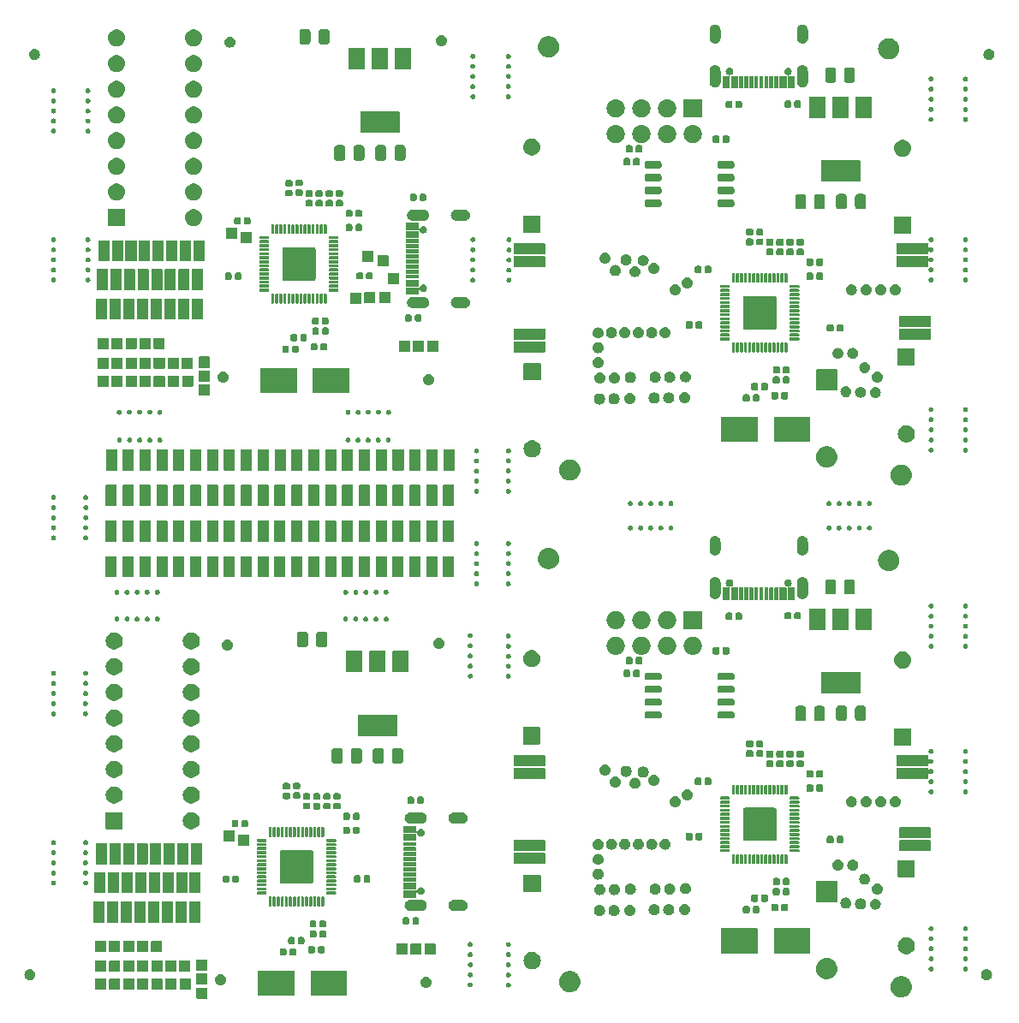
<source format=gts>
G04 #@! TF.GenerationSoftware,KiCad,Pcbnew,7.0.5*
G04 #@! TF.CreationDate,2023-09-30T22:10:44+03:00*
G04 #@! TF.ProjectId,RP2040_minimal - Copy,52503230-3430-45f6-9d69-6e696d616c20,REV1*
G04 #@! TF.SameCoordinates,Original*
G04 #@! TF.FileFunction,Soldermask,Top*
G04 #@! TF.FilePolarity,Negative*
%FSLAX46Y46*%
G04 Gerber Fmt 4.6, Leading zero omitted, Abs format (unit mm)*
G04 Created by KiCad (PCBNEW 7.0.5) date 2023-09-30 22:10:44*
%MOMM*%
%LPD*%
G01*
G04 APERTURE LIST*
G04 APERTURE END LIST*
G36*
X118601146Y-116276958D02*
G01*
X118617691Y-116288014D01*
X118628747Y-116304559D01*
X118632629Y-116324076D01*
X118632629Y-117324076D01*
X118628747Y-117343593D01*
X118617691Y-117360138D01*
X118601146Y-117371194D01*
X118581629Y-117375076D01*
X117581629Y-117375076D01*
X117562112Y-117371194D01*
X117545567Y-117360138D01*
X117534511Y-117343593D01*
X117530629Y-117324076D01*
X117530629Y-116324076D01*
X117534511Y-116304559D01*
X117545567Y-116288014D01*
X117562112Y-116276958D01*
X117581629Y-116273076D01*
X118581629Y-116273076D01*
X118601146Y-116276958D01*
G37*
G36*
X187276873Y-115149481D02*
G01*
X187326363Y-115149481D01*
X187381478Y-115159783D01*
X187434448Y-115165001D01*
X187474687Y-115177207D01*
X187516978Y-115185113D01*
X187575550Y-115207803D01*
X187631608Y-115224809D01*
X187663639Y-115241929D01*
X187697790Y-115255160D01*
X187757127Y-115291899D01*
X187813312Y-115321931D01*
X187836917Y-115341303D01*
X187862659Y-115357242D01*
X187919698Y-115409240D01*
X187972577Y-115452637D01*
X187988247Y-115471730D01*
X188005965Y-115487883D01*
X188057397Y-115555990D01*
X188103283Y-115611902D01*
X188112156Y-115628503D01*
X188122823Y-115642628D01*
X188165268Y-115727870D01*
X188200405Y-115793606D01*
X188204151Y-115805957D01*
X188209256Y-115816208D01*
X188239405Y-115922174D01*
X188260213Y-115990766D01*
X188260896Y-115997706D01*
X188262323Y-116002720D01*
X188277148Y-116162712D01*
X188280408Y-116195806D01*
X188277145Y-116228928D01*
X188262323Y-116388891D01*
X188260896Y-116393903D01*
X188260213Y-116400846D01*
X188239401Y-116469452D01*
X188209256Y-116575403D01*
X188204152Y-116585652D01*
X188200405Y-116598006D01*
X188165261Y-116663755D01*
X188122823Y-116748983D01*
X188112158Y-116763105D01*
X188103283Y-116779710D01*
X188057387Y-116835633D01*
X188005965Y-116903728D01*
X187988250Y-116919877D01*
X187972577Y-116938975D01*
X187919687Y-116982380D01*
X187862659Y-117034369D01*
X187836922Y-117050304D01*
X187813312Y-117069681D01*
X187757115Y-117099718D01*
X187697790Y-117136451D01*
X187663646Y-117149678D01*
X187631608Y-117166803D01*
X187575538Y-117183811D01*
X187516978Y-117206498D01*
X187474694Y-117214402D01*
X187434448Y-117226611D01*
X187381475Y-117231828D01*
X187326363Y-117242131D01*
X187276873Y-117242131D01*
X187229408Y-117246806D01*
X187181943Y-117242131D01*
X187132453Y-117242131D01*
X187077339Y-117231828D01*
X187024368Y-117226611D01*
X186984122Y-117214402D01*
X186941837Y-117206498D01*
X186883273Y-117183810D01*
X186827208Y-117166803D01*
X186795172Y-117149679D01*
X186761025Y-117136451D01*
X186701693Y-117099714D01*
X186645504Y-117069681D01*
X186621896Y-117050306D01*
X186596156Y-117034369D01*
X186539118Y-116982371D01*
X186486239Y-116938975D01*
X186470568Y-116919880D01*
X186452850Y-116903728D01*
X186401415Y-116835617D01*
X186355533Y-116779710D01*
X186346660Y-116763109D01*
X186335992Y-116748983D01*
X186293539Y-116663727D01*
X186258411Y-116598006D01*
X186254665Y-116585657D01*
X186249559Y-116575403D01*
X186219398Y-116469399D01*
X186198603Y-116400846D01*
X186197919Y-116393909D01*
X186196492Y-116388891D01*
X186181653Y-116228757D01*
X186178408Y-116195806D01*
X186181650Y-116162883D01*
X186196492Y-116002720D01*
X186197919Y-115997701D01*
X186198603Y-115990766D01*
X186219394Y-115922227D01*
X186249559Y-115816208D01*
X186254665Y-115805952D01*
X186258411Y-115793606D01*
X186293532Y-115727897D01*
X186335992Y-115642628D01*
X186346661Y-115628498D01*
X186355533Y-115611902D01*
X186401406Y-115556005D01*
X186452850Y-115487883D01*
X186470571Y-115471727D01*
X186486239Y-115452637D01*
X186539107Y-115409249D01*
X186596156Y-115357242D01*
X186621901Y-115341301D01*
X186645504Y-115321931D01*
X186701681Y-115291903D01*
X186761025Y-115255160D01*
X186795179Y-115241928D01*
X186827208Y-115224809D01*
X186883261Y-115207805D01*
X186941837Y-115185113D01*
X186984129Y-115177207D01*
X187024368Y-115165001D01*
X187077336Y-115159783D01*
X187132453Y-115149481D01*
X187181943Y-115149481D01*
X187229408Y-115144806D01*
X187276873Y-115149481D01*
G37*
G36*
X127194338Y-114616400D02*
G01*
X127210883Y-114627456D01*
X127221939Y-114644001D01*
X127225821Y-114663518D01*
X127225821Y-117063518D01*
X127221939Y-117083035D01*
X127210883Y-117099580D01*
X127194338Y-117110636D01*
X127174821Y-117114518D01*
X123674821Y-117114518D01*
X123655304Y-117110636D01*
X123638759Y-117099580D01*
X123627703Y-117083035D01*
X123623821Y-117063518D01*
X123623821Y-114663518D01*
X123627703Y-114644001D01*
X123638759Y-114627456D01*
X123655304Y-114616400D01*
X123674821Y-114612518D01*
X127174821Y-114612518D01*
X127194338Y-114616400D01*
G37*
G36*
X132394338Y-114616400D02*
G01*
X132410883Y-114627456D01*
X132421939Y-114644001D01*
X132425821Y-114663518D01*
X132425821Y-117063518D01*
X132421939Y-117083035D01*
X132410883Y-117099580D01*
X132394338Y-117110636D01*
X132374821Y-117114518D01*
X128874821Y-117114518D01*
X128855304Y-117110636D01*
X128838759Y-117099580D01*
X128827703Y-117083035D01*
X128823821Y-117063518D01*
X128823821Y-114663518D01*
X128827703Y-114644001D01*
X128838759Y-114627456D01*
X128855304Y-114616400D01*
X128874821Y-114612518D01*
X132374821Y-114612518D01*
X132394338Y-114616400D01*
G37*
G36*
X154510873Y-114641481D02*
G01*
X154560363Y-114641481D01*
X154615478Y-114651783D01*
X154668448Y-114657001D01*
X154708687Y-114669207D01*
X154750978Y-114677113D01*
X154809550Y-114699803D01*
X154865608Y-114716809D01*
X154897639Y-114733929D01*
X154931790Y-114747160D01*
X154991127Y-114783899D01*
X155047312Y-114813931D01*
X155070917Y-114833303D01*
X155096659Y-114849242D01*
X155153698Y-114901240D01*
X155206577Y-114944637D01*
X155222247Y-114963730D01*
X155239965Y-114979883D01*
X155291397Y-115047990D01*
X155337283Y-115103902D01*
X155346156Y-115120503D01*
X155356823Y-115134628D01*
X155399268Y-115219870D01*
X155434405Y-115285606D01*
X155438151Y-115297957D01*
X155443256Y-115308208D01*
X155473405Y-115414174D01*
X155494213Y-115482766D01*
X155494896Y-115489706D01*
X155496323Y-115494720D01*
X155511147Y-115654699D01*
X155514408Y-115687806D01*
X155511146Y-115720915D01*
X155496323Y-115880891D01*
X155494896Y-115885903D01*
X155494213Y-115892846D01*
X155473401Y-115961452D01*
X155443256Y-116067403D01*
X155438152Y-116077652D01*
X155434405Y-116090006D01*
X155399261Y-116155755D01*
X155356823Y-116240983D01*
X155346158Y-116255105D01*
X155337283Y-116271710D01*
X155291387Y-116327633D01*
X155239965Y-116395728D01*
X155222250Y-116411877D01*
X155206577Y-116430975D01*
X155153687Y-116474380D01*
X155096659Y-116526369D01*
X155070922Y-116542304D01*
X155047312Y-116561681D01*
X154991115Y-116591718D01*
X154931790Y-116628451D01*
X154897646Y-116641678D01*
X154865608Y-116658803D01*
X154809538Y-116675811D01*
X154750978Y-116698498D01*
X154708694Y-116706402D01*
X154668448Y-116718611D01*
X154615475Y-116723828D01*
X154560363Y-116734131D01*
X154510873Y-116734131D01*
X154463408Y-116738806D01*
X154415943Y-116734131D01*
X154366453Y-116734131D01*
X154311339Y-116723828D01*
X154258368Y-116718611D01*
X154218122Y-116706402D01*
X154175837Y-116698498D01*
X154117273Y-116675810D01*
X154061208Y-116658803D01*
X154029172Y-116641679D01*
X153995025Y-116628451D01*
X153935693Y-116591714D01*
X153879504Y-116561681D01*
X153855896Y-116542306D01*
X153830156Y-116526369D01*
X153773118Y-116474371D01*
X153720239Y-116430975D01*
X153704568Y-116411880D01*
X153686850Y-116395728D01*
X153635415Y-116327617D01*
X153589533Y-116271710D01*
X153580660Y-116255109D01*
X153569992Y-116240983D01*
X153527539Y-116155727D01*
X153492411Y-116090006D01*
X153488665Y-116077657D01*
X153483559Y-116067403D01*
X153453398Y-115961399D01*
X153432603Y-115892846D01*
X153431919Y-115885909D01*
X153430492Y-115880891D01*
X153415652Y-115720744D01*
X153412408Y-115687806D01*
X153415651Y-115654870D01*
X153430492Y-115494720D01*
X153431919Y-115489701D01*
X153432603Y-115482766D01*
X153453394Y-115414227D01*
X153483559Y-115308208D01*
X153488665Y-115297952D01*
X153492411Y-115285606D01*
X153527532Y-115219897D01*
X153569992Y-115134628D01*
X153580661Y-115120498D01*
X153589533Y-115103902D01*
X153635406Y-115048005D01*
X153686850Y-114979883D01*
X153704571Y-114963727D01*
X153720239Y-114944637D01*
X153773107Y-114901249D01*
X153830156Y-114849242D01*
X153855901Y-114833301D01*
X153879504Y-114813931D01*
X153935681Y-114783903D01*
X153995025Y-114747160D01*
X154029179Y-114733928D01*
X154061208Y-114716809D01*
X154117261Y-114699805D01*
X154175837Y-114677113D01*
X154218129Y-114669207D01*
X154258368Y-114657001D01*
X154311336Y-114651783D01*
X154366453Y-114641481D01*
X154415943Y-114641481D01*
X154463408Y-114636806D01*
X154510873Y-114641481D01*
G37*
G36*
X108601146Y-115401958D02*
G01*
X108617691Y-115413014D01*
X108628747Y-115429559D01*
X108632629Y-115449076D01*
X108632629Y-116449076D01*
X108628747Y-116468593D01*
X108617691Y-116485138D01*
X108601146Y-116496194D01*
X108581629Y-116500076D01*
X107581629Y-116500076D01*
X107562112Y-116496194D01*
X107545567Y-116485138D01*
X107534511Y-116468593D01*
X107530629Y-116449076D01*
X107530629Y-115449076D01*
X107534511Y-115429559D01*
X107545567Y-115413014D01*
X107562112Y-115401958D01*
X107581629Y-115398076D01*
X108581629Y-115398076D01*
X108601146Y-115401958D01*
G37*
G36*
X109988646Y-115401958D02*
G01*
X110005191Y-115413014D01*
X110016247Y-115429559D01*
X110020129Y-115449076D01*
X110020129Y-116449076D01*
X110016247Y-116468593D01*
X110005191Y-116485138D01*
X109988646Y-116496194D01*
X109969129Y-116500076D01*
X108969129Y-116500076D01*
X108949612Y-116496194D01*
X108933067Y-116485138D01*
X108922011Y-116468593D01*
X108918129Y-116449076D01*
X108918129Y-115449076D01*
X108922011Y-115429559D01*
X108933067Y-115413014D01*
X108949612Y-115401958D01*
X108969129Y-115398076D01*
X109969129Y-115398076D01*
X109988646Y-115401958D01*
G37*
G36*
X111376146Y-115401958D02*
G01*
X111392691Y-115413014D01*
X111403747Y-115429559D01*
X111407629Y-115449076D01*
X111407629Y-116449076D01*
X111403747Y-116468593D01*
X111392691Y-116485138D01*
X111376146Y-116496194D01*
X111356629Y-116500076D01*
X110356629Y-116500076D01*
X110337112Y-116496194D01*
X110320567Y-116485138D01*
X110309511Y-116468593D01*
X110305629Y-116449076D01*
X110305629Y-115449076D01*
X110309511Y-115429559D01*
X110320567Y-115413014D01*
X110337112Y-115401958D01*
X110356629Y-115398076D01*
X111356629Y-115398076D01*
X111376146Y-115401958D01*
G37*
G36*
X112763646Y-115401958D02*
G01*
X112780191Y-115413014D01*
X112791247Y-115429559D01*
X112795129Y-115449076D01*
X112795129Y-116449076D01*
X112791247Y-116468593D01*
X112780191Y-116485138D01*
X112763646Y-116496194D01*
X112744129Y-116500076D01*
X111744129Y-116500076D01*
X111724612Y-116496194D01*
X111708067Y-116485138D01*
X111697011Y-116468593D01*
X111693129Y-116449076D01*
X111693129Y-115449076D01*
X111697011Y-115429559D01*
X111708067Y-115413014D01*
X111724612Y-115401958D01*
X111744129Y-115398076D01*
X112744129Y-115398076D01*
X112763646Y-115401958D01*
G37*
G36*
X114151146Y-115401958D02*
G01*
X114167691Y-115413014D01*
X114178747Y-115429559D01*
X114182629Y-115449076D01*
X114182629Y-116449076D01*
X114178747Y-116468593D01*
X114167691Y-116485138D01*
X114151146Y-116496194D01*
X114131629Y-116500076D01*
X113131629Y-116500076D01*
X113112112Y-116496194D01*
X113095567Y-116485138D01*
X113084511Y-116468593D01*
X113080629Y-116449076D01*
X113080629Y-115449076D01*
X113084511Y-115429559D01*
X113095567Y-115413014D01*
X113112112Y-115401958D01*
X113131629Y-115398076D01*
X114131629Y-115398076D01*
X114151146Y-115401958D01*
G37*
G36*
X115551146Y-115401958D02*
G01*
X115567691Y-115413014D01*
X115578747Y-115429559D01*
X115582629Y-115449076D01*
X115582629Y-116449076D01*
X115578747Y-116468593D01*
X115567691Y-116485138D01*
X115551146Y-116496194D01*
X115531629Y-116500076D01*
X114531629Y-116500076D01*
X114512112Y-116496194D01*
X114495567Y-116485138D01*
X114484511Y-116468593D01*
X114480629Y-116449076D01*
X114480629Y-115449076D01*
X114484511Y-115429559D01*
X114495567Y-115413014D01*
X114512112Y-115401958D01*
X114531629Y-115398076D01*
X115531629Y-115398076D01*
X115551146Y-115401958D01*
G37*
G36*
X116951146Y-115376958D02*
G01*
X116967691Y-115388014D01*
X116978747Y-115404559D01*
X116982629Y-115424076D01*
X116982629Y-116424076D01*
X116978747Y-116443593D01*
X116967691Y-116460138D01*
X116951146Y-116471194D01*
X116931629Y-116475076D01*
X115931629Y-116475076D01*
X115912112Y-116471194D01*
X115895567Y-116460138D01*
X115884511Y-116443593D01*
X115880629Y-116424076D01*
X115880629Y-115424076D01*
X115884511Y-115404559D01*
X115895567Y-115388014D01*
X115912112Y-115376958D01*
X115931629Y-115373076D01*
X116931629Y-115373076D01*
X116951146Y-115376958D01*
G37*
G36*
X140383680Y-115243293D02*
G01*
X140516571Y-115298338D01*
X140630687Y-115385902D01*
X140718251Y-115500018D01*
X140773296Y-115632909D01*
X140792071Y-115775518D01*
X140773296Y-115918127D01*
X140718251Y-116051018D01*
X140630687Y-116165134D01*
X140516571Y-116252698D01*
X140383680Y-116307743D01*
X140241071Y-116326518D01*
X140098462Y-116307743D01*
X139965571Y-116252698D01*
X139851455Y-116165134D01*
X139763891Y-116051018D01*
X139708846Y-115918127D01*
X139690071Y-115775518D01*
X139708846Y-115632909D01*
X139763891Y-115500018D01*
X139851455Y-115385902D01*
X139965571Y-115298338D01*
X140098462Y-115243293D01*
X140241071Y-115224518D01*
X140383680Y-115243293D01*
G37*
G36*
X148409126Y-115784359D02*
G01*
X148429886Y-115784359D01*
X148454906Y-115793465D01*
X148482264Y-115798907D01*
X148497105Y-115808824D01*
X148511245Y-115813970D01*
X148536408Y-115835084D01*
X148563370Y-115853100D01*
X148570379Y-115863590D01*
X148577571Y-115869625D01*
X148597657Y-115904415D01*
X148617563Y-115934206D01*
X148618984Y-115941354D01*
X148620864Y-115944609D01*
X148630480Y-115999147D01*
X148636593Y-116029877D01*
X148630480Y-116060608D01*
X148620864Y-116115144D01*
X148618985Y-116118398D01*
X148617563Y-116125548D01*
X148597653Y-116155344D01*
X148577571Y-116190128D01*
X148570381Y-116196161D01*
X148563370Y-116206654D01*
X148536402Y-116224672D01*
X148511245Y-116245783D01*
X148497108Y-116250928D01*
X148482264Y-116260847D01*
X148454904Y-116266289D01*
X148429886Y-116275395D01*
X148409126Y-116275395D01*
X148386593Y-116279877D01*
X148364060Y-116275395D01*
X148343300Y-116275395D01*
X148318280Y-116266288D01*
X148290922Y-116260847D01*
X148276078Y-116250928D01*
X148261940Y-116245783D01*
X148236778Y-116224669D01*
X148209816Y-116206654D01*
X148202806Y-116196163D01*
X148195614Y-116190128D01*
X148175525Y-116155333D01*
X148155623Y-116125548D01*
X148154201Y-116118400D01*
X148152321Y-116115144D01*
X148142697Y-116060564D01*
X148136593Y-116029877D01*
X148142696Y-115999192D01*
X148152321Y-115944609D01*
X148154201Y-115941351D01*
X148155623Y-115934206D01*
X148175520Y-115904426D01*
X148195614Y-115869625D01*
X148202807Y-115863588D01*
X148209816Y-115853100D01*
X148236775Y-115835086D01*
X148261941Y-115813970D01*
X148276080Y-115808824D01*
X148290922Y-115798907D01*
X148318279Y-115793465D01*
X148343300Y-115784359D01*
X148364060Y-115784359D01*
X148386593Y-115779877D01*
X148409126Y-115784359D01*
G37*
G36*
X144648528Y-115770255D02*
G01*
X144669288Y-115770255D01*
X144694308Y-115779361D01*
X144721666Y-115784803D01*
X144736507Y-115794720D01*
X144750647Y-115799866D01*
X144775810Y-115820980D01*
X144802772Y-115838996D01*
X144809781Y-115849486D01*
X144816973Y-115855521D01*
X144837059Y-115890311D01*
X144856965Y-115920102D01*
X144858386Y-115927250D01*
X144860266Y-115930505D01*
X144869882Y-115985043D01*
X144875995Y-116015773D01*
X144869882Y-116046504D01*
X144860266Y-116101040D01*
X144858387Y-116104294D01*
X144856965Y-116111444D01*
X144837055Y-116141240D01*
X144816973Y-116176024D01*
X144809783Y-116182057D01*
X144802772Y-116192550D01*
X144775804Y-116210568D01*
X144750647Y-116231679D01*
X144736510Y-116236824D01*
X144721666Y-116246743D01*
X144694306Y-116252185D01*
X144669288Y-116261291D01*
X144648528Y-116261291D01*
X144625995Y-116265773D01*
X144603462Y-116261291D01*
X144582702Y-116261291D01*
X144557682Y-116252184D01*
X144530324Y-116246743D01*
X144515480Y-116236824D01*
X144501342Y-116231679D01*
X144476180Y-116210565D01*
X144449218Y-116192550D01*
X144442208Y-116182059D01*
X144435016Y-116176024D01*
X144414927Y-116141229D01*
X144395025Y-116111444D01*
X144393603Y-116104296D01*
X144391723Y-116101040D01*
X144382099Y-116046460D01*
X144375995Y-116015773D01*
X144382098Y-115985088D01*
X144391723Y-115930505D01*
X144393603Y-115927247D01*
X144395025Y-115920102D01*
X144414922Y-115890322D01*
X144435016Y-115855521D01*
X144442209Y-115849484D01*
X144449218Y-115838996D01*
X144476177Y-115820982D01*
X144501343Y-115799866D01*
X144515482Y-115794720D01*
X144530324Y-115784803D01*
X144557681Y-115779361D01*
X144582702Y-115770255D01*
X144603462Y-115770255D01*
X144625995Y-115765773D01*
X144648528Y-115770255D01*
G37*
G36*
X120063680Y-114989293D02*
G01*
X120196571Y-115044338D01*
X120310687Y-115131902D01*
X120398251Y-115246018D01*
X120453296Y-115378909D01*
X120472071Y-115521518D01*
X120453296Y-115664127D01*
X120398251Y-115797018D01*
X120310687Y-115911134D01*
X120196571Y-115998698D01*
X120063680Y-116053743D01*
X119921071Y-116072518D01*
X119778462Y-116053743D01*
X119645571Y-115998698D01*
X119531455Y-115911134D01*
X119443891Y-115797018D01*
X119388846Y-115664127D01*
X119370071Y-115521518D01*
X119388846Y-115378909D01*
X119443891Y-115246018D01*
X119531455Y-115131902D01*
X119645571Y-115044338D01*
X119778462Y-114989293D01*
X119921071Y-114970518D01*
X120063680Y-114989293D01*
G37*
G36*
X118601146Y-114889458D02*
G01*
X118617691Y-114900514D01*
X118628747Y-114917059D01*
X118632629Y-114936576D01*
X118632629Y-115936576D01*
X118628747Y-115956093D01*
X118617691Y-115972638D01*
X118601146Y-115983694D01*
X118581629Y-115987576D01*
X117581629Y-115987576D01*
X117562112Y-115983694D01*
X117545567Y-115972638D01*
X117534511Y-115956093D01*
X117530629Y-115936576D01*
X117530629Y-114936576D01*
X117534511Y-114917059D01*
X117545567Y-114900514D01*
X117562112Y-114889458D01*
X117581629Y-114885576D01*
X118581629Y-114885576D01*
X118601146Y-114889458D01*
G37*
G36*
X101219202Y-114447775D02*
G01*
X101352093Y-114502820D01*
X101466209Y-114590384D01*
X101553773Y-114704500D01*
X101608818Y-114837391D01*
X101627593Y-114980000D01*
X101608818Y-115122609D01*
X101553773Y-115255500D01*
X101466209Y-115369616D01*
X101352093Y-115457180D01*
X101219202Y-115512225D01*
X101076593Y-115531000D01*
X100933984Y-115512225D01*
X100801093Y-115457180D01*
X100686977Y-115369616D01*
X100599413Y-115255500D01*
X100544368Y-115122609D01*
X100525593Y-114980000D01*
X100544368Y-114837391D01*
X100599413Y-114704500D01*
X100686977Y-114590384D01*
X100801093Y-114502820D01*
X100933984Y-114447775D01*
X101076593Y-114429000D01*
X101219202Y-114447775D01*
G37*
G36*
X195809202Y-114447775D02*
G01*
X195942093Y-114502820D01*
X196056209Y-114590384D01*
X196143773Y-114704500D01*
X196198818Y-114837391D01*
X196217593Y-114980000D01*
X196198818Y-115122609D01*
X196143773Y-115255500D01*
X196056209Y-115369616D01*
X195942093Y-115457180D01*
X195809202Y-115512225D01*
X195666593Y-115531000D01*
X195523984Y-115512225D01*
X195391093Y-115457180D01*
X195276977Y-115369616D01*
X195189413Y-115255500D01*
X195134368Y-115122609D01*
X195115593Y-114980000D01*
X195134368Y-114837391D01*
X195189413Y-114704500D01*
X195276977Y-114590384D01*
X195391093Y-114502820D01*
X195523984Y-114447775D01*
X195666593Y-114429000D01*
X195809202Y-114447775D01*
G37*
G36*
X179910873Y-113351481D02*
G01*
X179960363Y-113351481D01*
X180015478Y-113361783D01*
X180068448Y-113367001D01*
X180108687Y-113379207D01*
X180150978Y-113387113D01*
X180209550Y-113409803D01*
X180265608Y-113426809D01*
X180297639Y-113443929D01*
X180331790Y-113457160D01*
X180391127Y-113493899D01*
X180447312Y-113523931D01*
X180470917Y-113543303D01*
X180496659Y-113559242D01*
X180553698Y-113611240D01*
X180606577Y-113654637D01*
X180622247Y-113673730D01*
X180639965Y-113689883D01*
X180691397Y-113757990D01*
X180737283Y-113813902D01*
X180746156Y-113830503D01*
X180756823Y-113844628D01*
X180799268Y-113929870D01*
X180834405Y-113995606D01*
X180838151Y-114007957D01*
X180843256Y-114018208D01*
X180873405Y-114124174D01*
X180894213Y-114192766D01*
X180894896Y-114199706D01*
X180896323Y-114204720D01*
X180911148Y-114364712D01*
X180914408Y-114397806D01*
X180911145Y-114430928D01*
X180896323Y-114590891D01*
X180894896Y-114595903D01*
X180894213Y-114602846D01*
X180873401Y-114671452D01*
X180843256Y-114777403D01*
X180838152Y-114787652D01*
X180834405Y-114800006D01*
X180799261Y-114865755D01*
X180756823Y-114950983D01*
X180746158Y-114965105D01*
X180737283Y-114981710D01*
X180691387Y-115037633D01*
X180639965Y-115105728D01*
X180622250Y-115121877D01*
X180606577Y-115140975D01*
X180553687Y-115184380D01*
X180496659Y-115236369D01*
X180470922Y-115252304D01*
X180447312Y-115271681D01*
X180391115Y-115301718D01*
X180331790Y-115338451D01*
X180297646Y-115351678D01*
X180265608Y-115368803D01*
X180209538Y-115385811D01*
X180150978Y-115408498D01*
X180108694Y-115416402D01*
X180068448Y-115428611D01*
X180015475Y-115433828D01*
X179960363Y-115444131D01*
X179910873Y-115444131D01*
X179863408Y-115448806D01*
X179815943Y-115444131D01*
X179766453Y-115444131D01*
X179711339Y-115433828D01*
X179658368Y-115428611D01*
X179618122Y-115416402D01*
X179575837Y-115408498D01*
X179517273Y-115385810D01*
X179461208Y-115368803D01*
X179429172Y-115351679D01*
X179395025Y-115338451D01*
X179335693Y-115301714D01*
X179279504Y-115271681D01*
X179255896Y-115252306D01*
X179230156Y-115236369D01*
X179173118Y-115184371D01*
X179120239Y-115140975D01*
X179104568Y-115121880D01*
X179086850Y-115105728D01*
X179035415Y-115037617D01*
X178989533Y-114981710D01*
X178980660Y-114965109D01*
X178969992Y-114950983D01*
X178927539Y-114865727D01*
X178892411Y-114800006D01*
X178888665Y-114787657D01*
X178883559Y-114777403D01*
X178853398Y-114671399D01*
X178832603Y-114602846D01*
X178831919Y-114595909D01*
X178830492Y-114590891D01*
X178815652Y-114430744D01*
X178812408Y-114397806D01*
X178815651Y-114364870D01*
X178830492Y-114204720D01*
X178831919Y-114199701D01*
X178832603Y-114192766D01*
X178853394Y-114124227D01*
X178883559Y-114018208D01*
X178888665Y-114007952D01*
X178892411Y-113995606D01*
X178927532Y-113929897D01*
X178969992Y-113844628D01*
X178980661Y-113830498D01*
X178989533Y-113813902D01*
X179035406Y-113758005D01*
X179086850Y-113689883D01*
X179104571Y-113673727D01*
X179120239Y-113654637D01*
X179173107Y-113611249D01*
X179230156Y-113559242D01*
X179255901Y-113543301D01*
X179279504Y-113523931D01*
X179335681Y-113493903D01*
X179395025Y-113457160D01*
X179429179Y-113443928D01*
X179461208Y-113426809D01*
X179517261Y-113409805D01*
X179575837Y-113387113D01*
X179618129Y-113379207D01*
X179658368Y-113367001D01*
X179711336Y-113361783D01*
X179766453Y-113351481D01*
X179815943Y-113351481D01*
X179863408Y-113346806D01*
X179910873Y-113351481D01*
G37*
G36*
X148409126Y-114784359D02*
G01*
X148429886Y-114784359D01*
X148454906Y-114793465D01*
X148482264Y-114798907D01*
X148497105Y-114808824D01*
X148511245Y-114813970D01*
X148536408Y-114835084D01*
X148563370Y-114853100D01*
X148570379Y-114863590D01*
X148577571Y-114869625D01*
X148597657Y-114904415D01*
X148617563Y-114934206D01*
X148618984Y-114941354D01*
X148620864Y-114944609D01*
X148630480Y-114999147D01*
X148636593Y-115029877D01*
X148630480Y-115060608D01*
X148620864Y-115115144D01*
X148618985Y-115118398D01*
X148617563Y-115125548D01*
X148597653Y-115155344D01*
X148577571Y-115190128D01*
X148570381Y-115196161D01*
X148563370Y-115206654D01*
X148536402Y-115224672D01*
X148511245Y-115245783D01*
X148497108Y-115250928D01*
X148482264Y-115260847D01*
X148454904Y-115266289D01*
X148429886Y-115275395D01*
X148409126Y-115275395D01*
X148386593Y-115279877D01*
X148364060Y-115275395D01*
X148343300Y-115275395D01*
X148318280Y-115266288D01*
X148290922Y-115260847D01*
X148276078Y-115250928D01*
X148261940Y-115245783D01*
X148236778Y-115224669D01*
X148209816Y-115206654D01*
X148202806Y-115196163D01*
X148195614Y-115190128D01*
X148175525Y-115155333D01*
X148155623Y-115125548D01*
X148154201Y-115118400D01*
X148152321Y-115115144D01*
X148142697Y-115060564D01*
X148136593Y-115029877D01*
X148142696Y-114999192D01*
X148152321Y-114944609D01*
X148154201Y-114941351D01*
X148155623Y-114934206D01*
X148175520Y-114904426D01*
X148195614Y-114869625D01*
X148202807Y-114863588D01*
X148209816Y-114853100D01*
X148236775Y-114835086D01*
X148261941Y-114813970D01*
X148276080Y-114808824D01*
X148290922Y-114798907D01*
X148318279Y-114793465D01*
X148343300Y-114784359D01*
X148364060Y-114784359D01*
X148386593Y-114779877D01*
X148409126Y-114784359D01*
G37*
G36*
X144648528Y-114770255D02*
G01*
X144669288Y-114770255D01*
X144694308Y-114779361D01*
X144721666Y-114784803D01*
X144736507Y-114794720D01*
X144750647Y-114799866D01*
X144775810Y-114820980D01*
X144802772Y-114838996D01*
X144809781Y-114849486D01*
X144816973Y-114855521D01*
X144837059Y-114890311D01*
X144856965Y-114920102D01*
X144858386Y-114927250D01*
X144860266Y-114930505D01*
X144869882Y-114985043D01*
X144875995Y-115015773D01*
X144869882Y-115046504D01*
X144860266Y-115101040D01*
X144858387Y-115104294D01*
X144856965Y-115111444D01*
X144837055Y-115141240D01*
X144816973Y-115176024D01*
X144809783Y-115182057D01*
X144802772Y-115192550D01*
X144775804Y-115210568D01*
X144750647Y-115231679D01*
X144736510Y-115236824D01*
X144721666Y-115246743D01*
X144694306Y-115252185D01*
X144669288Y-115261291D01*
X144648528Y-115261291D01*
X144625995Y-115265773D01*
X144603462Y-115261291D01*
X144582702Y-115261291D01*
X144557682Y-115252184D01*
X144530324Y-115246743D01*
X144515480Y-115236824D01*
X144501342Y-115231679D01*
X144476180Y-115210565D01*
X144449218Y-115192550D01*
X144442208Y-115182059D01*
X144435016Y-115176024D01*
X144414927Y-115141229D01*
X144395025Y-115111444D01*
X144393603Y-115104296D01*
X144391723Y-115101040D01*
X144382099Y-115046460D01*
X144375995Y-115015773D01*
X144382098Y-114985088D01*
X144391723Y-114930505D01*
X144393603Y-114927247D01*
X144395025Y-114920102D01*
X144414922Y-114890322D01*
X144435016Y-114855521D01*
X144442209Y-114849484D01*
X144449218Y-114838996D01*
X144476177Y-114820982D01*
X144501343Y-114799866D01*
X144515482Y-114794720D01*
X144530324Y-114784803D01*
X144557681Y-114779361D01*
X144582702Y-114770255D01*
X144603462Y-114770255D01*
X144625995Y-114765773D01*
X144648528Y-114770255D01*
G37*
G36*
X108601146Y-113601958D02*
G01*
X108617691Y-113613014D01*
X108628747Y-113629559D01*
X108632629Y-113649076D01*
X108632629Y-114649076D01*
X108628747Y-114668593D01*
X108617691Y-114685138D01*
X108601146Y-114696194D01*
X108581629Y-114700076D01*
X107581629Y-114700076D01*
X107562112Y-114696194D01*
X107545567Y-114685138D01*
X107534511Y-114668593D01*
X107530629Y-114649076D01*
X107530629Y-113649076D01*
X107534511Y-113629559D01*
X107545567Y-113613014D01*
X107562112Y-113601958D01*
X107581629Y-113598076D01*
X108581629Y-113598076D01*
X108601146Y-113601958D01*
G37*
G36*
X109988646Y-113601958D02*
G01*
X110005191Y-113613014D01*
X110016247Y-113629559D01*
X110020129Y-113649076D01*
X110020129Y-114649076D01*
X110016247Y-114668593D01*
X110005191Y-114685138D01*
X109988646Y-114696194D01*
X109969129Y-114700076D01*
X108969129Y-114700076D01*
X108949612Y-114696194D01*
X108933067Y-114685138D01*
X108922011Y-114668593D01*
X108918129Y-114649076D01*
X108918129Y-113649076D01*
X108922011Y-113629559D01*
X108933067Y-113613014D01*
X108949612Y-113601958D01*
X108969129Y-113598076D01*
X109969129Y-113598076D01*
X109988646Y-113601958D01*
G37*
G36*
X111376146Y-113601958D02*
G01*
X111392691Y-113613014D01*
X111403747Y-113629559D01*
X111407629Y-113649076D01*
X111407629Y-114649076D01*
X111403747Y-114668593D01*
X111392691Y-114685138D01*
X111376146Y-114696194D01*
X111356629Y-114700076D01*
X110356629Y-114700076D01*
X110337112Y-114696194D01*
X110320567Y-114685138D01*
X110309511Y-114668593D01*
X110305629Y-114649076D01*
X110305629Y-113649076D01*
X110309511Y-113629559D01*
X110320567Y-113613014D01*
X110337112Y-113601958D01*
X110356629Y-113598076D01*
X111356629Y-113598076D01*
X111376146Y-113601958D01*
G37*
G36*
X112763646Y-113601958D02*
G01*
X112780191Y-113613014D01*
X112791247Y-113629559D01*
X112795129Y-113649076D01*
X112795129Y-114649076D01*
X112791247Y-114668593D01*
X112780191Y-114685138D01*
X112763646Y-114696194D01*
X112744129Y-114700076D01*
X111744129Y-114700076D01*
X111724612Y-114696194D01*
X111708067Y-114685138D01*
X111697011Y-114668593D01*
X111693129Y-114649076D01*
X111693129Y-113649076D01*
X111697011Y-113629559D01*
X111708067Y-113613014D01*
X111724612Y-113601958D01*
X111744129Y-113598076D01*
X112744129Y-113598076D01*
X112763646Y-113601958D01*
G37*
G36*
X114151146Y-113601958D02*
G01*
X114167691Y-113613014D01*
X114178747Y-113629559D01*
X114182629Y-113649076D01*
X114182629Y-114649076D01*
X114178747Y-114668593D01*
X114167691Y-114685138D01*
X114151146Y-114696194D01*
X114131629Y-114700076D01*
X113131629Y-114700076D01*
X113112112Y-114696194D01*
X113095567Y-114685138D01*
X113084511Y-114668593D01*
X113080629Y-114649076D01*
X113080629Y-113649076D01*
X113084511Y-113629559D01*
X113095567Y-113613014D01*
X113112112Y-113601958D01*
X113131629Y-113598076D01*
X114131629Y-113598076D01*
X114151146Y-113601958D01*
G37*
G36*
X115551146Y-113601958D02*
G01*
X115567691Y-113613014D01*
X115578747Y-113629559D01*
X115582629Y-113649076D01*
X115582629Y-114649076D01*
X115578747Y-114668593D01*
X115567691Y-114685138D01*
X115551146Y-114696194D01*
X115531629Y-114700076D01*
X114531629Y-114700076D01*
X114512112Y-114696194D01*
X114495567Y-114685138D01*
X114484511Y-114668593D01*
X114480629Y-114649076D01*
X114480629Y-113649076D01*
X114484511Y-113629559D01*
X114495567Y-113613014D01*
X114512112Y-113601958D01*
X114531629Y-113598076D01*
X115531629Y-113598076D01*
X115551146Y-113601958D01*
G37*
G36*
X116901146Y-113601958D02*
G01*
X116917691Y-113613014D01*
X116928747Y-113629559D01*
X116932629Y-113649076D01*
X116932629Y-114649076D01*
X116928747Y-114668593D01*
X116917691Y-114685138D01*
X116901146Y-114696194D01*
X116881629Y-114700076D01*
X115881629Y-114700076D01*
X115862112Y-114696194D01*
X115845567Y-114685138D01*
X115834511Y-114668593D01*
X115830629Y-114649076D01*
X115830629Y-113649076D01*
X115834511Y-113629559D01*
X115845567Y-113613014D01*
X115862112Y-113601958D01*
X115881629Y-113598076D01*
X116881629Y-113598076D01*
X116901146Y-113601958D01*
G37*
G36*
X193609126Y-114194359D02*
G01*
X193629886Y-114194359D01*
X193654906Y-114203465D01*
X193682264Y-114208907D01*
X193697105Y-114218824D01*
X193711245Y-114223970D01*
X193736408Y-114245084D01*
X193763370Y-114263100D01*
X193770379Y-114273590D01*
X193777571Y-114279625D01*
X193797657Y-114314415D01*
X193817563Y-114344206D01*
X193818984Y-114351354D01*
X193820864Y-114354609D01*
X193830480Y-114409147D01*
X193836593Y-114439877D01*
X193830480Y-114470608D01*
X193820864Y-114525144D01*
X193818985Y-114528398D01*
X193817563Y-114535548D01*
X193797653Y-114565344D01*
X193777571Y-114600128D01*
X193770381Y-114606161D01*
X193763370Y-114616654D01*
X193736402Y-114634672D01*
X193711245Y-114655783D01*
X193697108Y-114660928D01*
X193682264Y-114670847D01*
X193654904Y-114676289D01*
X193629886Y-114685395D01*
X193609126Y-114685395D01*
X193586593Y-114689877D01*
X193564060Y-114685395D01*
X193543300Y-114685395D01*
X193518280Y-114676288D01*
X193490922Y-114670847D01*
X193476078Y-114660928D01*
X193461940Y-114655783D01*
X193436778Y-114634669D01*
X193409816Y-114616654D01*
X193402806Y-114606163D01*
X193395614Y-114600128D01*
X193375525Y-114565333D01*
X193355623Y-114535548D01*
X193354201Y-114528400D01*
X193352321Y-114525144D01*
X193342697Y-114470564D01*
X193336593Y-114439877D01*
X193342696Y-114409192D01*
X193352321Y-114354609D01*
X193354201Y-114351351D01*
X193355623Y-114344206D01*
X193375520Y-114314426D01*
X193395614Y-114279625D01*
X193402807Y-114273588D01*
X193409816Y-114263100D01*
X193436775Y-114245086D01*
X193461941Y-114223970D01*
X193476080Y-114218824D01*
X193490922Y-114208907D01*
X193518279Y-114203465D01*
X193543300Y-114194359D01*
X193564060Y-114194359D01*
X193586593Y-114189877D01*
X193609126Y-114194359D01*
G37*
G36*
X190206142Y-114191429D02*
G01*
X190226902Y-114191429D01*
X190251922Y-114200535D01*
X190279280Y-114205977D01*
X190294121Y-114215894D01*
X190308261Y-114221040D01*
X190333424Y-114242154D01*
X190360386Y-114260170D01*
X190367395Y-114270660D01*
X190374587Y-114276695D01*
X190394673Y-114311485D01*
X190414579Y-114341276D01*
X190416000Y-114348424D01*
X190417880Y-114351679D01*
X190427497Y-114406222D01*
X190433609Y-114436947D01*
X190427495Y-114467683D01*
X190417880Y-114522214D01*
X190416001Y-114525468D01*
X190414579Y-114532618D01*
X190394669Y-114562414D01*
X190374587Y-114597198D01*
X190367397Y-114603231D01*
X190360386Y-114613724D01*
X190333418Y-114631742D01*
X190308261Y-114652853D01*
X190294124Y-114657998D01*
X190279280Y-114667917D01*
X190251920Y-114673359D01*
X190226902Y-114682465D01*
X190206142Y-114682465D01*
X190183609Y-114686947D01*
X190161076Y-114682465D01*
X190140316Y-114682465D01*
X190115296Y-114673358D01*
X190087938Y-114667917D01*
X190073094Y-114657998D01*
X190058956Y-114652853D01*
X190033794Y-114631739D01*
X190006832Y-114613724D01*
X189999822Y-114603233D01*
X189992630Y-114597198D01*
X189972541Y-114562403D01*
X189952639Y-114532618D01*
X189951217Y-114525470D01*
X189949337Y-114522214D01*
X189939714Y-114467639D01*
X189933609Y-114436947D01*
X189939711Y-114406267D01*
X189949337Y-114351679D01*
X189951217Y-114348421D01*
X189952639Y-114341276D01*
X189972536Y-114311496D01*
X189992630Y-114276695D01*
X189999823Y-114270658D01*
X190006832Y-114260170D01*
X190033791Y-114242156D01*
X190058957Y-114221040D01*
X190073096Y-114215894D01*
X190087938Y-114205977D01*
X190115295Y-114200535D01*
X190140316Y-114191429D01*
X190161076Y-114191429D01*
X190183609Y-114186947D01*
X190206142Y-114191429D01*
G37*
G36*
X118601146Y-113501958D02*
G01*
X118617691Y-113513014D01*
X118628747Y-113529559D01*
X118632629Y-113549076D01*
X118632629Y-114549076D01*
X118628747Y-114568593D01*
X118617691Y-114585138D01*
X118601146Y-114596194D01*
X118581629Y-114600076D01*
X117581629Y-114600076D01*
X117562112Y-114596194D01*
X117545567Y-114585138D01*
X117534511Y-114568593D01*
X117530629Y-114549076D01*
X117530629Y-113549076D01*
X117534511Y-113529559D01*
X117545567Y-113513014D01*
X117562112Y-113501958D01*
X117581629Y-113498076D01*
X118581629Y-113498076D01*
X118601146Y-113501958D01*
G37*
G36*
X151006381Y-112798457D02*
G01*
X151168908Y-112870818D01*
X151312838Y-112975390D01*
X151431881Y-113107601D01*
X151520835Y-113261673D01*
X151575812Y-113430873D01*
X151594408Y-113607806D01*
X151575812Y-113784739D01*
X151520835Y-113953939D01*
X151431881Y-114108011D01*
X151312838Y-114240222D01*
X151168908Y-114344794D01*
X151006381Y-114417155D01*
X150832362Y-114454144D01*
X150654454Y-114454144D01*
X150480435Y-114417155D01*
X150317908Y-114344794D01*
X150173978Y-114240222D01*
X150054935Y-114108011D01*
X149965981Y-113953939D01*
X149911004Y-113784739D01*
X149892408Y-113607806D01*
X149911004Y-113430873D01*
X149965981Y-113261673D01*
X150054935Y-113107601D01*
X150173978Y-112975390D01*
X150317908Y-112870818D01*
X150480435Y-112798457D01*
X150654454Y-112761468D01*
X150832362Y-112761468D01*
X151006381Y-112798457D01*
G37*
G36*
X148409126Y-113784359D02*
G01*
X148429886Y-113784359D01*
X148454906Y-113793465D01*
X148482264Y-113798907D01*
X148497105Y-113808824D01*
X148511245Y-113813970D01*
X148536408Y-113835084D01*
X148563370Y-113853100D01*
X148570379Y-113863590D01*
X148577571Y-113869625D01*
X148597657Y-113904415D01*
X148617563Y-113934206D01*
X148618984Y-113941354D01*
X148620864Y-113944609D01*
X148630480Y-113999147D01*
X148636593Y-114029877D01*
X148630480Y-114060608D01*
X148620864Y-114115144D01*
X148618985Y-114118398D01*
X148617563Y-114125548D01*
X148597653Y-114155344D01*
X148577571Y-114190128D01*
X148570381Y-114196161D01*
X148563370Y-114206654D01*
X148536402Y-114224672D01*
X148511245Y-114245783D01*
X148497108Y-114250928D01*
X148482264Y-114260847D01*
X148454904Y-114266289D01*
X148429886Y-114275395D01*
X148409126Y-114275395D01*
X148386593Y-114279877D01*
X148364060Y-114275395D01*
X148343300Y-114275395D01*
X148318280Y-114266288D01*
X148290922Y-114260847D01*
X148276078Y-114250928D01*
X148261940Y-114245783D01*
X148236778Y-114224669D01*
X148209816Y-114206654D01*
X148202806Y-114196163D01*
X148195614Y-114190128D01*
X148175525Y-114155333D01*
X148155623Y-114125548D01*
X148154201Y-114118400D01*
X148152321Y-114115144D01*
X148142697Y-114060564D01*
X148136593Y-114029877D01*
X148142696Y-113999192D01*
X148152321Y-113944609D01*
X148154201Y-113941351D01*
X148155623Y-113934206D01*
X148175520Y-113904426D01*
X148195614Y-113869625D01*
X148202807Y-113863588D01*
X148209816Y-113853100D01*
X148236775Y-113835086D01*
X148261941Y-113813970D01*
X148276080Y-113808824D01*
X148290922Y-113798907D01*
X148318279Y-113793465D01*
X148343300Y-113784359D01*
X148364060Y-113784359D01*
X148386593Y-113779877D01*
X148409126Y-113784359D01*
G37*
G36*
X144648528Y-113770255D02*
G01*
X144669288Y-113770255D01*
X144694308Y-113779361D01*
X144721666Y-113784803D01*
X144736507Y-113794720D01*
X144750647Y-113799866D01*
X144775810Y-113820980D01*
X144802772Y-113838996D01*
X144809781Y-113849486D01*
X144816973Y-113855521D01*
X144837059Y-113890311D01*
X144856965Y-113920102D01*
X144858386Y-113927250D01*
X144860266Y-113930505D01*
X144869882Y-113985043D01*
X144875995Y-114015773D01*
X144869882Y-114046504D01*
X144860266Y-114101040D01*
X144858387Y-114104294D01*
X144856965Y-114111444D01*
X144837055Y-114141240D01*
X144816973Y-114176024D01*
X144809783Y-114182057D01*
X144802772Y-114192550D01*
X144775804Y-114210568D01*
X144750647Y-114231679D01*
X144736510Y-114236824D01*
X144721666Y-114246743D01*
X144694306Y-114252185D01*
X144669288Y-114261291D01*
X144648528Y-114261291D01*
X144625995Y-114265773D01*
X144603462Y-114261291D01*
X144582702Y-114261291D01*
X144557682Y-114252184D01*
X144530324Y-114246743D01*
X144515480Y-114236824D01*
X144501342Y-114231679D01*
X144476180Y-114210565D01*
X144449218Y-114192550D01*
X144442208Y-114182059D01*
X144435016Y-114176024D01*
X144414927Y-114141229D01*
X144395025Y-114111444D01*
X144393603Y-114104296D01*
X144391723Y-114101040D01*
X144382099Y-114046460D01*
X144375995Y-114015773D01*
X144382098Y-113985088D01*
X144391723Y-113930505D01*
X144393603Y-113927247D01*
X144395025Y-113920102D01*
X144414922Y-113890322D01*
X144435016Y-113855521D01*
X144442209Y-113849484D01*
X144449218Y-113838996D01*
X144476177Y-113820982D01*
X144501343Y-113799866D01*
X144515482Y-113794720D01*
X144530324Y-113784803D01*
X144557681Y-113779361D01*
X144582702Y-113770255D01*
X144603462Y-113770255D01*
X144625995Y-113765773D01*
X144648528Y-113770255D01*
G37*
G36*
X193609126Y-113194359D02*
G01*
X193629886Y-113194359D01*
X193654906Y-113203465D01*
X193682264Y-113208907D01*
X193697105Y-113218824D01*
X193711245Y-113223970D01*
X193736408Y-113245084D01*
X193763370Y-113263100D01*
X193770379Y-113273590D01*
X193777571Y-113279625D01*
X193797657Y-113314415D01*
X193817563Y-113344206D01*
X193818984Y-113351354D01*
X193820864Y-113354609D01*
X193830480Y-113409147D01*
X193836593Y-113439877D01*
X193830480Y-113470608D01*
X193820864Y-113525144D01*
X193818985Y-113528398D01*
X193817563Y-113535548D01*
X193797653Y-113565344D01*
X193777571Y-113600128D01*
X193770381Y-113606161D01*
X193763370Y-113616654D01*
X193736402Y-113634672D01*
X193711245Y-113655783D01*
X193697108Y-113660928D01*
X193682264Y-113670847D01*
X193654904Y-113676289D01*
X193629886Y-113685395D01*
X193609126Y-113685395D01*
X193586593Y-113689877D01*
X193564060Y-113685395D01*
X193543300Y-113685395D01*
X193518280Y-113676288D01*
X193490922Y-113670847D01*
X193476078Y-113660928D01*
X193461940Y-113655783D01*
X193436778Y-113634669D01*
X193409816Y-113616654D01*
X193402806Y-113606163D01*
X193395614Y-113600128D01*
X193375525Y-113565333D01*
X193355623Y-113535548D01*
X193354201Y-113528400D01*
X193352321Y-113525144D01*
X193342697Y-113470564D01*
X193336593Y-113439877D01*
X193342696Y-113409192D01*
X193352321Y-113354609D01*
X193354201Y-113351351D01*
X193355623Y-113344206D01*
X193375520Y-113314426D01*
X193395614Y-113279625D01*
X193402807Y-113273588D01*
X193409816Y-113263100D01*
X193436775Y-113245086D01*
X193461941Y-113223970D01*
X193476080Y-113218824D01*
X193490922Y-113208907D01*
X193518279Y-113203465D01*
X193543300Y-113194359D01*
X193564060Y-113194359D01*
X193586593Y-113189877D01*
X193609126Y-113194359D01*
G37*
G36*
X190206142Y-113191429D02*
G01*
X190226902Y-113191429D01*
X190251922Y-113200535D01*
X190279280Y-113205977D01*
X190294121Y-113215894D01*
X190308261Y-113221040D01*
X190333424Y-113242154D01*
X190360386Y-113260170D01*
X190367395Y-113270660D01*
X190374587Y-113276695D01*
X190394673Y-113311485D01*
X190414579Y-113341276D01*
X190416000Y-113348424D01*
X190417880Y-113351679D01*
X190427497Y-113406222D01*
X190433609Y-113436947D01*
X190427495Y-113467683D01*
X190417880Y-113522214D01*
X190416001Y-113525468D01*
X190414579Y-113532618D01*
X190394669Y-113562414D01*
X190374587Y-113597198D01*
X190367397Y-113603231D01*
X190360386Y-113613724D01*
X190333418Y-113631742D01*
X190308261Y-113652853D01*
X190294124Y-113657998D01*
X190279280Y-113667917D01*
X190251920Y-113673359D01*
X190226902Y-113682465D01*
X190206142Y-113682465D01*
X190183609Y-113686947D01*
X190161076Y-113682465D01*
X190140316Y-113682465D01*
X190115296Y-113673358D01*
X190087938Y-113667917D01*
X190073094Y-113657998D01*
X190058956Y-113652853D01*
X190033794Y-113631739D01*
X190006832Y-113613724D01*
X189999822Y-113603233D01*
X189992630Y-113597198D01*
X189972541Y-113562403D01*
X189952639Y-113532618D01*
X189951217Y-113525470D01*
X189949337Y-113522214D01*
X189939714Y-113467639D01*
X189933609Y-113436947D01*
X189939711Y-113406267D01*
X189949337Y-113351679D01*
X189951217Y-113348421D01*
X189952639Y-113341276D01*
X189972536Y-113311496D01*
X189992630Y-113276695D01*
X189999823Y-113270658D01*
X190006832Y-113260170D01*
X190033791Y-113242156D01*
X190058957Y-113221040D01*
X190073096Y-113215894D01*
X190087938Y-113205977D01*
X190115295Y-113200535D01*
X190140316Y-113191429D01*
X190161076Y-113191429D01*
X190183609Y-113186947D01*
X190206142Y-113191429D01*
G37*
G36*
X148409126Y-112784359D02*
G01*
X148429886Y-112784359D01*
X148454906Y-112793465D01*
X148482264Y-112798907D01*
X148497105Y-112808824D01*
X148511245Y-112813970D01*
X148536408Y-112835084D01*
X148563370Y-112853100D01*
X148570379Y-112863590D01*
X148577571Y-112869625D01*
X148597657Y-112904415D01*
X148617563Y-112934206D01*
X148618984Y-112941354D01*
X148620864Y-112944609D01*
X148630480Y-112999147D01*
X148636593Y-113029877D01*
X148630480Y-113060608D01*
X148620864Y-113115144D01*
X148618985Y-113118398D01*
X148617563Y-113125548D01*
X148597653Y-113155344D01*
X148577571Y-113190128D01*
X148570381Y-113196161D01*
X148563370Y-113206654D01*
X148536402Y-113224672D01*
X148511245Y-113245783D01*
X148497108Y-113250928D01*
X148482264Y-113260847D01*
X148454904Y-113266289D01*
X148429886Y-113275395D01*
X148409126Y-113275395D01*
X148386593Y-113279877D01*
X148364060Y-113275395D01*
X148343300Y-113275395D01*
X148318280Y-113266288D01*
X148290922Y-113260847D01*
X148276078Y-113250928D01*
X148261940Y-113245783D01*
X148236778Y-113224669D01*
X148209816Y-113206654D01*
X148202806Y-113196163D01*
X148195614Y-113190128D01*
X148175525Y-113155333D01*
X148155623Y-113125548D01*
X148154201Y-113118400D01*
X148152321Y-113115144D01*
X148142697Y-113060564D01*
X148136593Y-113029877D01*
X148142696Y-112999192D01*
X148152321Y-112944609D01*
X148154201Y-112941351D01*
X148155623Y-112934206D01*
X148175520Y-112904426D01*
X148195614Y-112869625D01*
X148202807Y-112863588D01*
X148209816Y-112853100D01*
X148236775Y-112835086D01*
X148261941Y-112813970D01*
X148276080Y-112808824D01*
X148290922Y-112798907D01*
X148318279Y-112793465D01*
X148343300Y-112784359D01*
X148364060Y-112784359D01*
X148386593Y-112779877D01*
X148409126Y-112784359D01*
G37*
G36*
X144648528Y-112770255D02*
G01*
X144669288Y-112770255D01*
X144694308Y-112779361D01*
X144721666Y-112784803D01*
X144736507Y-112794720D01*
X144750647Y-112799866D01*
X144775810Y-112820980D01*
X144802772Y-112838996D01*
X144809781Y-112849486D01*
X144816973Y-112855521D01*
X144837059Y-112890311D01*
X144856965Y-112920102D01*
X144858386Y-112927250D01*
X144860266Y-112930505D01*
X144869882Y-112985043D01*
X144875995Y-113015773D01*
X144869882Y-113046504D01*
X144860266Y-113101040D01*
X144858387Y-113104294D01*
X144856965Y-113111444D01*
X144837055Y-113141240D01*
X144816973Y-113176024D01*
X144809783Y-113182057D01*
X144802772Y-113192550D01*
X144775804Y-113210568D01*
X144750647Y-113231679D01*
X144736510Y-113236824D01*
X144721666Y-113246743D01*
X144694306Y-113252185D01*
X144669288Y-113261291D01*
X144648528Y-113261291D01*
X144625995Y-113265773D01*
X144603462Y-113261291D01*
X144582702Y-113261291D01*
X144557682Y-113252184D01*
X144530324Y-113246743D01*
X144515480Y-113236824D01*
X144501342Y-113231679D01*
X144476180Y-113210565D01*
X144449218Y-113192550D01*
X144442208Y-113182059D01*
X144435016Y-113176024D01*
X144414927Y-113141229D01*
X144395025Y-113111444D01*
X144393603Y-113104296D01*
X144391723Y-113101040D01*
X144382099Y-113046460D01*
X144375995Y-113015773D01*
X144382098Y-112985088D01*
X144391723Y-112930505D01*
X144393603Y-112927247D01*
X144395025Y-112920102D01*
X144414922Y-112890322D01*
X144435016Y-112855521D01*
X144442209Y-112849484D01*
X144449218Y-112838996D01*
X144476177Y-112820982D01*
X144501343Y-112799866D01*
X144515482Y-112794720D01*
X144530324Y-112784803D01*
X144557681Y-112779361D01*
X144582702Y-112770255D01*
X144603462Y-112770255D01*
X144625995Y-112765773D01*
X144648528Y-112770255D01*
G37*
G36*
X126337914Y-112417057D02*
G01*
X126399878Y-112458461D01*
X126441282Y-112520425D01*
X126455821Y-112593518D01*
X126455821Y-112933518D01*
X126441282Y-113006611D01*
X126399878Y-113068575D01*
X126337914Y-113109979D01*
X126264821Y-113124518D01*
X125984821Y-113124518D01*
X125911728Y-113109979D01*
X125849764Y-113068575D01*
X125808360Y-113006611D01*
X125793821Y-112933518D01*
X125793821Y-112593518D01*
X125808360Y-112520425D01*
X125849764Y-112458461D01*
X125911728Y-112417057D01*
X125984821Y-112402518D01*
X126264821Y-112402518D01*
X126337914Y-112417057D01*
G37*
G36*
X127297914Y-112417057D02*
G01*
X127359878Y-112458461D01*
X127401282Y-112520425D01*
X127415821Y-112593518D01*
X127415821Y-112933518D01*
X127401282Y-113006611D01*
X127359878Y-113068575D01*
X127297914Y-113109979D01*
X127224821Y-113124518D01*
X126944821Y-113124518D01*
X126871728Y-113109979D01*
X126809764Y-113068575D01*
X126768360Y-113006611D01*
X126753821Y-112933518D01*
X126753821Y-112593518D01*
X126768360Y-112520425D01*
X126809764Y-112458461D01*
X126871728Y-112417057D01*
X126944821Y-112402518D01*
X127224821Y-112402518D01*
X127297914Y-112417057D01*
G37*
G36*
X138401146Y-111951958D02*
G01*
X138417691Y-111963014D01*
X138428747Y-111979559D01*
X138432629Y-111999076D01*
X138432629Y-112999076D01*
X138428747Y-113018593D01*
X138417691Y-113035138D01*
X138401146Y-113046194D01*
X138381629Y-113050076D01*
X137381629Y-113050076D01*
X137362112Y-113046194D01*
X137345567Y-113035138D01*
X137334511Y-113018593D01*
X137330629Y-112999076D01*
X137330629Y-111999076D01*
X137334511Y-111979559D01*
X137345567Y-111963014D01*
X137362112Y-111951958D01*
X137381629Y-111948076D01*
X138381629Y-111948076D01*
X138401146Y-111951958D01*
G37*
G36*
X139788646Y-111951958D02*
G01*
X139805191Y-111963014D01*
X139816247Y-111979559D01*
X139820129Y-111999076D01*
X139820129Y-112999076D01*
X139816247Y-113018593D01*
X139805191Y-113035138D01*
X139788646Y-113046194D01*
X139769129Y-113050076D01*
X138769129Y-113050076D01*
X138749612Y-113046194D01*
X138733067Y-113035138D01*
X138722011Y-113018593D01*
X138718129Y-112999076D01*
X138718129Y-111999076D01*
X138722011Y-111979559D01*
X138733067Y-111963014D01*
X138749612Y-111951958D01*
X138769129Y-111948076D01*
X139769129Y-111948076D01*
X139788646Y-111951958D01*
G37*
G36*
X141176146Y-111951958D02*
G01*
X141192691Y-111963014D01*
X141203747Y-111979559D01*
X141207629Y-111999076D01*
X141207629Y-112999076D01*
X141203747Y-113018593D01*
X141192691Y-113035138D01*
X141176146Y-113046194D01*
X141156629Y-113050076D01*
X140156629Y-113050076D01*
X140137112Y-113046194D01*
X140120567Y-113035138D01*
X140109511Y-113018593D01*
X140105629Y-112999076D01*
X140105629Y-111999076D01*
X140109511Y-111979559D01*
X140120567Y-111963014D01*
X140137112Y-111951958D01*
X140156629Y-111948076D01*
X141156629Y-111948076D01*
X141176146Y-111951958D01*
G37*
G36*
X188000381Y-111322457D02*
G01*
X188162908Y-111394818D01*
X188306838Y-111499390D01*
X188425881Y-111631601D01*
X188514835Y-111785673D01*
X188569812Y-111954873D01*
X188588408Y-112131806D01*
X188569812Y-112308739D01*
X188514835Y-112477939D01*
X188425881Y-112632011D01*
X188306838Y-112764222D01*
X188162908Y-112868794D01*
X188000381Y-112941155D01*
X187826362Y-112978144D01*
X187648454Y-112978144D01*
X187474435Y-112941155D01*
X187311908Y-112868794D01*
X187167978Y-112764222D01*
X187048935Y-112632011D01*
X186959981Y-112477939D01*
X186905004Y-112308739D01*
X186886408Y-112131806D01*
X186905004Y-111954873D01*
X186959981Y-111785673D01*
X187048935Y-111631601D01*
X187167978Y-111499390D01*
X187311908Y-111394818D01*
X187474435Y-111322457D01*
X187648454Y-111285468D01*
X187826362Y-111285468D01*
X188000381Y-111322457D01*
G37*
G36*
X172996675Y-110420688D02*
G01*
X173013220Y-110431744D01*
X173024276Y-110448289D01*
X173028158Y-110467806D01*
X173028158Y-112867806D01*
X173024276Y-112887323D01*
X173013220Y-112903868D01*
X172996675Y-112914924D01*
X172977158Y-112918806D01*
X169477158Y-112918806D01*
X169457641Y-112914924D01*
X169441096Y-112903868D01*
X169430040Y-112887323D01*
X169426158Y-112867806D01*
X169426158Y-110467806D01*
X169430040Y-110448289D01*
X169441096Y-110431744D01*
X169457641Y-110420688D01*
X169477158Y-110416806D01*
X172977158Y-110416806D01*
X172996675Y-110420688D01*
G37*
G36*
X178196675Y-110420688D02*
G01*
X178213220Y-110431744D01*
X178224276Y-110448289D01*
X178228158Y-110467806D01*
X178228158Y-112867806D01*
X178224276Y-112887323D01*
X178213220Y-112903868D01*
X178196675Y-112914924D01*
X178177158Y-112918806D01*
X174677158Y-112918806D01*
X174657641Y-112914924D01*
X174641096Y-112903868D01*
X174630040Y-112887323D01*
X174626158Y-112867806D01*
X174626158Y-110467806D01*
X174630040Y-110448289D01*
X174641096Y-110431744D01*
X174657641Y-110420688D01*
X174677158Y-110416806D01*
X178177158Y-110416806D01*
X178196675Y-110420688D01*
G37*
G36*
X129147914Y-112187057D02*
G01*
X129209878Y-112228461D01*
X129251282Y-112290425D01*
X129265821Y-112363518D01*
X129265821Y-112703518D01*
X129251282Y-112776611D01*
X129209878Y-112838575D01*
X129147914Y-112879979D01*
X129074821Y-112894518D01*
X128794821Y-112894518D01*
X128721728Y-112879979D01*
X128659764Y-112838575D01*
X128618360Y-112776611D01*
X128603821Y-112703518D01*
X128603821Y-112363518D01*
X128618360Y-112290425D01*
X128659764Y-112228461D01*
X128721728Y-112187057D01*
X128794821Y-112172518D01*
X129074821Y-112172518D01*
X129147914Y-112187057D01*
G37*
G36*
X130107914Y-112187057D02*
G01*
X130169878Y-112228461D01*
X130211282Y-112290425D01*
X130225821Y-112363518D01*
X130225821Y-112703518D01*
X130211282Y-112776611D01*
X130169878Y-112838575D01*
X130107914Y-112879979D01*
X130034821Y-112894518D01*
X129754821Y-112894518D01*
X129681728Y-112879979D01*
X129619764Y-112838575D01*
X129578360Y-112776611D01*
X129563821Y-112703518D01*
X129563821Y-112363518D01*
X129578360Y-112290425D01*
X129619764Y-112228461D01*
X129681728Y-112187057D01*
X129754821Y-112172518D01*
X130034821Y-112172518D01*
X130107914Y-112187057D01*
G37*
G36*
X108588646Y-111651958D02*
G01*
X108605191Y-111663014D01*
X108616247Y-111679559D01*
X108620129Y-111699076D01*
X108620129Y-112699076D01*
X108616247Y-112718593D01*
X108605191Y-112735138D01*
X108588646Y-112746194D01*
X108569129Y-112750076D01*
X107569129Y-112750076D01*
X107549612Y-112746194D01*
X107533067Y-112735138D01*
X107522011Y-112718593D01*
X107518129Y-112699076D01*
X107518129Y-111699076D01*
X107522011Y-111679559D01*
X107533067Y-111663014D01*
X107549612Y-111651958D01*
X107569129Y-111648076D01*
X108569129Y-111648076D01*
X108588646Y-111651958D01*
G37*
G36*
X109976146Y-111651958D02*
G01*
X109992691Y-111663014D01*
X110003747Y-111679559D01*
X110007629Y-111699076D01*
X110007629Y-112699076D01*
X110003747Y-112718593D01*
X109992691Y-112735138D01*
X109976146Y-112746194D01*
X109956629Y-112750076D01*
X108956629Y-112750076D01*
X108937112Y-112746194D01*
X108920567Y-112735138D01*
X108909511Y-112718593D01*
X108905629Y-112699076D01*
X108905629Y-111699076D01*
X108909511Y-111679559D01*
X108920567Y-111663014D01*
X108937112Y-111651958D01*
X108956629Y-111648076D01*
X109956629Y-111648076D01*
X109976146Y-111651958D01*
G37*
G36*
X111363646Y-111651958D02*
G01*
X111380191Y-111663014D01*
X111391247Y-111679559D01*
X111395129Y-111699076D01*
X111395129Y-112699076D01*
X111391247Y-112718593D01*
X111380191Y-112735138D01*
X111363646Y-112746194D01*
X111344129Y-112750076D01*
X110344129Y-112750076D01*
X110324612Y-112746194D01*
X110308067Y-112735138D01*
X110297011Y-112718593D01*
X110293129Y-112699076D01*
X110293129Y-111699076D01*
X110297011Y-111679559D01*
X110308067Y-111663014D01*
X110324612Y-111651958D01*
X110344129Y-111648076D01*
X111344129Y-111648076D01*
X111363646Y-111651958D01*
G37*
G36*
X112751146Y-111651958D02*
G01*
X112767691Y-111663014D01*
X112778747Y-111679559D01*
X112782629Y-111699076D01*
X112782629Y-112699076D01*
X112778747Y-112718593D01*
X112767691Y-112735138D01*
X112751146Y-112746194D01*
X112731629Y-112750076D01*
X111731629Y-112750076D01*
X111712112Y-112746194D01*
X111695567Y-112735138D01*
X111684511Y-112718593D01*
X111680629Y-112699076D01*
X111680629Y-111699076D01*
X111684511Y-111679559D01*
X111695567Y-111663014D01*
X111712112Y-111651958D01*
X111731629Y-111648076D01*
X112731629Y-111648076D01*
X112751146Y-111651958D01*
G37*
G36*
X114138646Y-111651958D02*
G01*
X114155191Y-111663014D01*
X114166247Y-111679559D01*
X114170129Y-111699076D01*
X114170129Y-112699076D01*
X114166247Y-112718593D01*
X114155191Y-112735138D01*
X114138646Y-112746194D01*
X114119129Y-112750076D01*
X113119129Y-112750076D01*
X113099612Y-112746194D01*
X113083067Y-112735138D01*
X113072011Y-112718593D01*
X113068129Y-112699076D01*
X113068129Y-111699076D01*
X113072011Y-111679559D01*
X113083067Y-111663014D01*
X113099612Y-111651958D01*
X113119129Y-111648076D01*
X114119129Y-111648076D01*
X114138646Y-111651958D01*
G37*
G36*
X193609126Y-112194359D02*
G01*
X193629886Y-112194359D01*
X193654906Y-112203465D01*
X193682264Y-112208907D01*
X193697105Y-112218824D01*
X193711245Y-112223970D01*
X193736408Y-112245084D01*
X193763370Y-112263100D01*
X193770379Y-112273590D01*
X193777571Y-112279625D01*
X193797657Y-112314415D01*
X193817563Y-112344206D01*
X193818984Y-112351354D01*
X193820864Y-112354609D01*
X193830480Y-112409147D01*
X193836593Y-112439877D01*
X193830480Y-112470608D01*
X193820864Y-112525144D01*
X193818985Y-112528398D01*
X193817563Y-112535548D01*
X193797653Y-112565344D01*
X193777571Y-112600128D01*
X193770381Y-112606161D01*
X193763370Y-112616654D01*
X193736402Y-112634672D01*
X193711245Y-112655783D01*
X193697108Y-112660928D01*
X193682264Y-112670847D01*
X193654904Y-112676289D01*
X193629886Y-112685395D01*
X193609126Y-112685395D01*
X193586593Y-112689877D01*
X193564060Y-112685395D01*
X193543300Y-112685395D01*
X193518280Y-112676288D01*
X193490922Y-112670847D01*
X193476078Y-112660928D01*
X193461940Y-112655783D01*
X193436778Y-112634669D01*
X193409816Y-112616654D01*
X193402806Y-112606163D01*
X193395614Y-112600128D01*
X193375525Y-112565333D01*
X193355623Y-112535548D01*
X193354201Y-112528400D01*
X193352321Y-112525144D01*
X193342697Y-112470564D01*
X193336593Y-112439877D01*
X193342696Y-112409192D01*
X193352321Y-112354609D01*
X193354201Y-112351351D01*
X193355623Y-112344206D01*
X193375520Y-112314426D01*
X193395614Y-112279625D01*
X193402807Y-112273588D01*
X193409816Y-112263100D01*
X193436775Y-112245086D01*
X193461941Y-112223970D01*
X193476080Y-112218824D01*
X193490922Y-112208907D01*
X193518279Y-112203465D01*
X193543300Y-112194359D01*
X193564060Y-112194359D01*
X193586593Y-112189877D01*
X193609126Y-112194359D01*
G37*
G36*
X190206142Y-112191429D02*
G01*
X190226902Y-112191429D01*
X190251922Y-112200535D01*
X190279280Y-112205977D01*
X190294121Y-112215894D01*
X190308261Y-112221040D01*
X190333424Y-112242154D01*
X190360386Y-112260170D01*
X190367395Y-112270660D01*
X190374587Y-112276695D01*
X190394673Y-112311485D01*
X190414579Y-112341276D01*
X190416000Y-112348424D01*
X190417880Y-112351679D01*
X190427497Y-112406222D01*
X190433609Y-112436947D01*
X190427495Y-112467683D01*
X190417880Y-112522214D01*
X190416001Y-112525468D01*
X190414579Y-112532618D01*
X190394669Y-112562414D01*
X190374587Y-112597198D01*
X190367397Y-112603231D01*
X190360386Y-112613724D01*
X190333418Y-112631742D01*
X190308261Y-112652853D01*
X190294124Y-112657998D01*
X190279280Y-112667917D01*
X190251920Y-112673359D01*
X190226902Y-112682465D01*
X190206142Y-112682465D01*
X190183609Y-112686947D01*
X190161076Y-112682465D01*
X190140316Y-112682465D01*
X190115296Y-112673358D01*
X190087938Y-112667917D01*
X190073094Y-112657998D01*
X190058956Y-112652853D01*
X190033794Y-112631739D01*
X190006832Y-112613724D01*
X189999822Y-112603233D01*
X189992630Y-112597198D01*
X189972541Y-112562403D01*
X189952639Y-112532618D01*
X189951217Y-112525470D01*
X189949337Y-112522214D01*
X189939714Y-112467639D01*
X189933609Y-112436947D01*
X189939711Y-112406267D01*
X189949337Y-112351679D01*
X189951217Y-112348421D01*
X189952639Y-112341276D01*
X189972536Y-112311496D01*
X189992630Y-112276695D01*
X189999823Y-112270658D01*
X190006832Y-112260170D01*
X190033791Y-112242156D01*
X190058957Y-112221040D01*
X190073096Y-112215894D01*
X190087938Y-112205977D01*
X190115295Y-112200535D01*
X190140316Y-112191429D01*
X190161076Y-112191429D01*
X190183609Y-112186947D01*
X190206142Y-112191429D01*
G37*
G36*
X148409126Y-111784359D02*
G01*
X148429886Y-111784359D01*
X148454906Y-111793465D01*
X148482264Y-111798907D01*
X148497105Y-111808824D01*
X148511245Y-111813970D01*
X148536408Y-111835084D01*
X148563370Y-111853100D01*
X148570379Y-111863590D01*
X148577571Y-111869625D01*
X148597657Y-111904415D01*
X148617563Y-111934206D01*
X148618984Y-111941354D01*
X148620864Y-111944609D01*
X148630480Y-111999147D01*
X148636593Y-112029877D01*
X148630480Y-112060608D01*
X148620864Y-112115144D01*
X148618985Y-112118398D01*
X148617563Y-112125548D01*
X148597653Y-112155344D01*
X148577571Y-112190128D01*
X148570381Y-112196161D01*
X148563370Y-112206654D01*
X148536402Y-112224672D01*
X148511245Y-112245783D01*
X148497108Y-112250928D01*
X148482264Y-112260847D01*
X148454904Y-112266289D01*
X148429886Y-112275395D01*
X148409126Y-112275395D01*
X148386593Y-112279877D01*
X148364060Y-112275395D01*
X148343300Y-112275395D01*
X148318280Y-112266288D01*
X148290922Y-112260847D01*
X148276078Y-112250928D01*
X148261940Y-112245783D01*
X148236778Y-112224669D01*
X148209816Y-112206654D01*
X148202806Y-112196163D01*
X148195614Y-112190128D01*
X148175525Y-112155333D01*
X148155623Y-112125548D01*
X148154201Y-112118400D01*
X148152321Y-112115144D01*
X148142697Y-112060564D01*
X148136593Y-112029877D01*
X148142696Y-111999192D01*
X148152321Y-111944609D01*
X148154201Y-111941351D01*
X148155623Y-111934206D01*
X148175520Y-111904426D01*
X148195614Y-111869625D01*
X148202807Y-111863588D01*
X148209816Y-111853100D01*
X148236775Y-111835086D01*
X148261941Y-111813970D01*
X148276080Y-111808824D01*
X148290922Y-111798907D01*
X148318279Y-111793465D01*
X148343300Y-111784359D01*
X148364060Y-111784359D01*
X148386593Y-111779877D01*
X148409126Y-111784359D01*
G37*
G36*
X144648528Y-111770255D02*
G01*
X144669288Y-111770255D01*
X144694308Y-111779361D01*
X144721666Y-111784803D01*
X144736507Y-111794720D01*
X144750647Y-111799866D01*
X144775810Y-111820980D01*
X144802772Y-111838996D01*
X144809781Y-111849486D01*
X144816973Y-111855521D01*
X144837059Y-111890311D01*
X144856965Y-111920102D01*
X144858386Y-111927250D01*
X144860266Y-111930505D01*
X144869882Y-111985043D01*
X144875995Y-112015773D01*
X144869882Y-112046504D01*
X144860266Y-112101040D01*
X144858387Y-112104294D01*
X144856965Y-112111444D01*
X144837055Y-112141240D01*
X144816973Y-112176024D01*
X144809783Y-112182057D01*
X144802772Y-112192550D01*
X144775804Y-112210568D01*
X144750647Y-112231679D01*
X144736510Y-112236824D01*
X144721666Y-112246743D01*
X144694306Y-112252185D01*
X144669288Y-112261291D01*
X144648528Y-112261291D01*
X144625995Y-112265773D01*
X144603462Y-112261291D01*
X144582702Y-112261291D01*
X144557682Y-112252184D01*
X144530324Y-112246743D01*
X144515480Y-112236824D01*
X144501342Y-112231679D01*
X144476180Y-112210565D01*
X144449218Y-112192550D01*
X144442208Y-112182059D01*
X144435016Y-112176024D01*
X144414927Y-112141229D01*
X144395025Y-112111444D01*
X144393603Y-112104296D01*
X144391723Y-112101040D01*
X144382099Y-112046460D01*
X144375995Y-112015773D01*
X144382098Y-111985088D01*
X144391723Y-111930505D01*
X144393603Y-111927247D01*
X144395025Y-111920102D01*
X144414922Y-111890322D01*
X144435016Y-111855521D01*
X144442209Y-111849484D01*
X144449218Y-111838996D01*
X144476177Y-111820982D01*
X144501343Y-111799866D01*
X144515482Y-111794720D01*
X144530324Y-111784803D01*
X144557681Y-111779361D01*
X144582702Y-111770255D01*
X144603462Y-111770255D01*
X144625995Y-111765773D01*
X144648528Y-111770255D01*
G37*
G36*
X127147914Y-111277057D02*
G01*
X127209878Y-111318461D01*
X127251282Y-111380425D01*
X127265821Y-111453518D01*
X127265821Y-111793518D01*
X127251282Y-111866611D01*
X127209878Y-111928575D01*
X127147914Y-111969979D01*
X127074821Y-111984518D01*
X126794821Y-111984518D01*
X126721728Y-111969979D01*
X126659764Y-111928575D01*
X126618360Y-111866611D01*
X126603821Y-111793518D01*
X126603821Y-111453518D01*
X126618360Y-111380425D01*
X126659764Y-111318461D01*
X126721728Y-111277057D01*
X126794821Y-111262518D01*
X127074821Y-111262518D01*
X127147914Y-111277057D01*
G37*
G36*
X128107914Y-111277057D02*
G01*
X128169878Y-111318461D01*
X128211282Y-111380425D01*
X128225821Y-111453518D01*
X128225821Y-111793518D01*
X128211282Y-111866611D01*
X128169878Y-111928575D01*
X128107914Y-111969979D01*
X128034821Y-111984518D01*
X127754821Y-111984518D01*
X127681728Y-111969979D01*
X127619764Y-111928575D01*
X127578360Y-111866611D01*
X127563821Y-111793518D01*
X127563821Y-111453518D01*
X127578360Y-111380425D01*
X127619764Y-111318461D01*
X127681728Y-111277057D01*
X127754821Y-111262518D01*
X128034821Y-111262518D01*
X128107914Y-111277057D01*
G37*
G36*
X193609126Y-111194359D02*
G01*
X193629886Y-111194359D01*
X193654906Y-111203465D01*
X193682264Y-111208907D01*
X193697105Y-111218824D01*
X193711245Y-111223970D01*
X193736408Y-111245084D01*
X193763370Y-111263100D01*
X193770379Y-111273590D01*
X193777571Y-111279625D01*
X193797657Y-111314415D01*
X193817563Y-111344206D01*
X193818984Y-111351354D01*
X193820864Y-111354609D01*
X193830480Y-111409147D01*
X193836593Y-111439877D01*
X193830480Y-111470608D01*
X193820864Y-111525144D01*
X193818985Y-111528398D01*
X193817563Y-111535548D01*
X193797653Y-111565344D01*
X193777571Y-111600128D01*
X193770381Y-111606161D01*
X193763370Y-111616654D01*
X193736402Y-111634672D01*
X193711245Y-111655783D01*
X193697108Y-111660928D01*
X193682264Y-111670847D01*
X193654904Y-111676289D01*
X193629886Y-111685395D01*
X193609126Y-111685395D01*
X193586593Y-111689877D01*
X193564060Y-111685395D01*
X193543300Y-111685395D01*
X193518280Y-111676288D01*
X193490922Y-111670847D01*
X193476078Y-111660928D01*
X193461940Y-111655783D01*
X193436778Y-111634669D01*
X193409816Y-111616654D01*
X193402806Y-111606163D01*
X193395614Y-111600128D01*
X193375525Y-111565333D01*
X193355623Y-111535548D01*
X193354201Y-111528400D01*
X193352321Y-111525144D01*
X193342697Y-111470564D01*
X193336593Y-111439877D01*
X193342696Y-111409192D01*
X193352321Y-111354609D01*
X193354201Y-111351351D01*
X193355623Y-111344206D01*
X193375520Y-111314426D01*
X193395614Y-111279625D01*
X193402807Y-111273588D01*
X193409816Y-111263100D01*
X193436775Y-111245086D01*
X193461941Y-111223970D01*
X193476080Y-111218824D01*
X193490922Y-111208907D01*
X193518279Y-111203465D01*
X193543300Y-111194359D01*
X193564060Y-111194359D01*
X193586593Y-111189877D01*
X193609126Y-111194359D01*
G37*
G36*
X190206142Y-111191429D02*
G01*
X190226902Y-111191429D01*
X190251922Y-111200535D01*
X190279280Y-111205977D01*
X190294121Y-111215894D01*
X190308261Y-111221040D01*
X190333424Y-111242154D01*
X190360386Y-111260170D01*
X190367395Y-111270660D01*
X190374587Y-111276695D01*
X190394673Y-111311485D01*
X190414579Y-111341276D01*
X190416000Y-111348424D01*
X190417880Y-111351679D01*
X190427497Y-111406222D01*
X190433609Y-111436947D01*
X190427495Y-111467683D01*
X190417880Y-111522214D01*
X190416001Y-111525468D01*
X190414579Y-111532618D01*
X190394669Y-111562414D01*
X190374587Y-111597198D01*
X190367397Y-111603231D01*
X190360386Y-111613724D01*
X190333418Y-111631742D01*
X190308261Y-111652853D01*
X190294124Y-111657998D01*
X190279280Y-111667917D01*
X190251920Y-111673359D01*
X190226902Y-111682465D01*
X190206142Y-111682465D01*
X190183609Y-111686947D01*
X190161076Y-111682465D01*
X190140316Y-111682465D01*
X190115296Y-111673358D01*
X190087938Y-111667917D01*
X190073094Y-111657998D01*
X190058956Y-111652853D01*
X190033794Y-111631739D01*
X190006832Y-111613724D01*
X189999822Y-111603233D01*
X189992630Y-111597198D01*
X189972541Y-111562403D01*
X189952639Y-111532618D01*
X189951217Y-111525470D01*
X189949337Y-111522214D01*
X189939714Y-111467639D01*
X189933609Y-111436947D01*
X189939711Y-111406267D01*
X189949337Y-111351679D01*
X189951217Y-111348421D01*
X189952639Y-111341276D01*
X189972536Y-111311496D01*
X189992630Y-111276695D01*
X189999823Y-111270658D01*
X190006832Y-111260170D01*
X190033791Y-111242156D01*
X190058957Y-111221040D01*
X190073096Y-111215894D01*
X190087938Y-111205977D01*
X190115295Y-111200535D01*
X190140316Y-111191429D01*
X190161076Y-111191429D01*
X190183609Y-111186947D01*
X190206142Y-111191429D01*
G37*
G36*
X129297914Y-110627057D02*
G01*
X129359878Y-110668461D01*
X129401282Y-110730425D01*
X129415821Y-110803518D01*
X129415821Y-111143518D01*
X129401282Y-111216611D01*
X129359878Y-111278575D01*
X129297914Y-111319979D01*
X129224821Y-111334518D01*
X128944821Y-111334518D01*
X128871728Y-111319979D01*
X128809764Y-111278575D01*
X128768360Y-111216611D01*
X128753821Y-111143518D01*
X128753821Y-110803518D01*
X128768360Y-110730425D01*
X128809764Y-110668461D01*
X128871728Y-110627057D01*
X128944821Y-110612518D01*
X129224821Y-110612518D01*
X129297914Y-110627057D01*
G37*
G36*
X130257914Y-110627057D02*
G01*
X130319878Y-110668461D01*
X130361282Y-110730425D01*
X130375821Y-110803518D01*
X130375821Y-111143518D01*
X130361282Y-111216611D01*
X130319878Y-111278575D01*
X130257914Y-111319979D01*
X130184821Y-111334518D01*
X129904821Y-111334518D01*
X129831728Y-111319979D01*
X129769764Y-111278575D01*
X129728360Y-111216611D01*
X129713821Y-111143518D01*
X129713821Y-110803518D01*
X129728360Y-110730425D01*
X129769764Y-110668461D01*
X129831728Y-110627057D01*
X129904821Y-110612518D01*
X130184821Y-110612518D01*
X130257914Y-110627057D01*
G37*
G36*
X193609126Y-110194359D02*
G01*
X193629886Y-110194359D01*
X193654906Y-110203465D01*
X193682264Y-110208907D01*
X193697105Y-110218824D01*
X193711245Y-110223970D01*
X193736408Y-110245084D01*
X193763370Y-110263100D01*
X193770379Y-110273590D01*
X193777571Y-110279625D01*
X193797657Y-110314415D01*
X193817563Y-110344206D01*
X193818984Y-110351354D01*
X193820864Y-110354609D01*
X193830480Y-110409147D01*
X193836593Y-110439877D01*
X193830480Y-110470608D01*
X193820864Y-110525144D01*
X193818985Y-110528398D01*
X193817563Y-110535548D01*
X193797653Y-110565344D01*
X193777571Y-110600128D01*
X193770381Y-110606161D01*
X193763370Y-110616654D01*
X193736402Y-110634672D01*
X193711245Y-110655783D01*
X193697108Y-110660928D01*
X193682264Y-110670847D01*
X193654904Y-110676289D01*
X193629886Y-110685395D01*
X193609126Y-110685395D01*
X193586593Y-110689877D01*
X193564060Y-110685395D01*
X193543300Y-110685395D01*
X193518280Y-110676288D01*
X193490922Y-110670847D01*
X193476078Y-110660928D01*
X193461940Y-110655783D01*
X193436778Y-110634669D01*
X193409816Y-110616654D01*
X193402806Y-110606163D01*
X193395614Y-110600128D01*
X193375525Y-110565333D01*
X193355623Y-110535548D01*
X193354201Y-110528400D01*
X193352321Y-110525144D01*
X193342697Y-110470564D01*
X193336593Y-110439877D01*
X193342696Y-110409192D01*
X193352321Y-110354609D01*
X193354201Y-110351351D01*
X193355623Y-110344206D01*
X193375520Y-110314426D01*
X193395614Y-110279625D01*
X193402807Y-110273588D01*
X193409816Y-110263100D01*
X193436775Y-110245086D01*
X193461941Y-110223970D01*
X193476080Y-110218824D01*
X193490922Y-110208907D01*
X193518279Y-110203465D01*
X193543300Y-110194359D01*
X193564060Y-110194359D01*
X193586593Y-110189877D01*
X193609126Y-110194359D01*
G37*
G36*
X190206142Y-110191429D02*
G01*
X190226902Y-110191429D01*
X190251922Y-110200535D01*
X190279280Y-110205977D01*
X190294121Y-110215894D01*
X190308261Y-110221040D01*
X190333424Y-110242154D01*
X190360386Y-110260170D01*
X190367395Y-110270660D01*
X190374587Y-110276695D01*
X190394673Y-110311485D01*
X190414579Y-110341276D01*
X190416000Y-110348424D01*
X190417880Y-110351679D01*
X190427497Y-110406222D01*
X190433609Y-110436947D01*
X190427495Y-110467683D01*
X190417880Y-110522214D01*
X190416001Y-110525468D01*
X190414579Y-110532618D01*
X190394669Y-110562414D01*
X190374587Y-110597198D01*
X190367397Y-110603231D01*
X190360386Y-110613724D01*
X190333418Y-110631742D01*
X190308261Y-110652853D01*
X190294124Y-110657998D01*
X190279280Y-110667917D01*
X190251920Y-110673359D01*
X190226902Y-110682465D01*
X190206142Y-110682465D01*
X190183609Y-110686947D01*
X190161076Y-110682465D01*
X190140316Y-110682465D01*
X190115296Y-110673358D01*
X190087938Y-110667917D01*
X190073094Y-110657998D01*
X190058956Y-110652853D01*
X190033794Y-110631739D01*
X190006832Y-110613724D01*
X189999822Y-110603233D01*
X189992630Y-110597198D01*
X189972541Y-110562403D01*
X189952639Y-110532618D01*
X189951217Y-110525470D01*
X189949337Y-110522214D01*
X189939714Y-110467639D01*
X189933609Y-110436947D01*
X189939711Y-110406267D01*
X189949337Y-110351679D01*
X189951217Y-110348421D01*
X189952639Y-110341276D01*
X189972536Y-110311496D01*
X189992630Y-110276695D01*
X189999823Y-110270658D01*
X190006832Y-110260170D01*
X190033791Y-110242156D01*
X190058957Y-110221040D01*
X190073096Y-110215894D01*
X190087938Y-110205977D01*
X190115295Y-110200535D01*
X190140316Y-110191429D01*
X190161076Y-110191429D01*
X190183609Y-110186947D01*
X190206142Y-110191429D01*
G37*
G36*
X129287914Y-109627057D02*
G01*
X129349878Y-109668461D01*
X129391282Y-109730425D01*
X129405821Y-109803518D01*
X129405821Y-110143518D01*
X129391282Y-110216611D01*
X129349878Y-110278575D01*
X129287914Y-110319979D01*
X129214821Y-110334518D01*
X128934821Y-110334518D01*
X128861728Y-110319979D01*
X128799764Y-110278575D01*
X128758360Y-110216611D01*
X128743821Y-110143518D01*
X128743821Y-109803518D01*
X128758360Y-109730425D01*
X128799764Y-109668461D01*
X128861728Y-109627057D01*
X128934821Y-109612518D01*
X129214821Y-109612518D01*
X129287914Y-109627057D01*
G37*
G36*
X130247914Y-109627057D02*
G01*
X130309878Y-109668461D01*
X130351282Y-109730425D01*
X130365821Y-109803518D01*
X130365821Y-110143518D01*
X130351282Y-110216611D01*
X130309878Y-110278575D01*
X130247914Y-110319979D01*
X130174821Y-110334518D01*
X129894821Y-110334518D01*
X129821728Y-110319979D01*
X129759764Y-110278575D01*
X129718360Y-110216611D01*
X129703821Y-110143518D01*
X129703821Y-109803518D01*
X129718360Y-109730425D01*
X129759764Y-109668461D01*
X129821728Y-109627057D01*
X129894821Y-109612518D01*
X130174821Y-109612518D01*
X130247914Y-109627057D01*
G37*
G36*
X138478164Y-109333057D02*
G01*
X138540128Y-109374461D01*
X138581532Y-109436425D01*
X138596071Y-109509518D01*
X138596071Y-109849518D01*
X138581532Y-109922611D01*
X138540128Y-109984575D01*
X138478164Y-110025979D01*
X138405071Y-110040518D01*
X138125071Y-110040518D01*
X138051978Y-110025979D01*
X137990014Y-109984575D01*
X137948610Y-109922611D01*
X137934071Y-109849518D01*
X137934071Y-109509518D01*
X137948610Y-109436425D01*
X137990014Y-109374461D01*
X138051978Y-109333057D01*
X138125071Y-109318518D01*
X138405071Y-109318518D01*
X138478164Y-109333057D01*
G37*
G36*
X139438164Y-109333057D02*
G01*
X139500128Y-109374461D01*
X139541532Y-109436425D01*
X139556071Y-109509518D01*
X139556071Y-109849518D01*
X139541532Y-109922611D01*
X139500128Y-109984575D01*
X139438164Y-110025979D01*
X139365071Y-110040518D01*
X139085071Y-110040518D01*
X139011978Y-110025979D01*
X138950014Y-109984575D01*
X138908610Y-109922611D01*
X138894071Y-109849518D01*
X138894071Y-109509518D01*
X138908610Y-109436425D01*
X138950014Y-109374461D01*
X139011978Y-109333057D01*
X139085071Y-109318518D01*
X139365071Y-109318518D01*
X139438164Y-109333057D01*
G37*
G36*
X108451146Y-107751958D02*
G01*
X108467691Y-107763014D01*
X108478747Y-107779559D01*
X108482629Y-107799076D01*
X108482629Y-109799076D01*
X108478747Y-109818593D01*
X108467691Y-109835138D01*
X108451146Y-109846194D01*
X108431629Y-109850076D01*
X107431629Y-109850076D01*
X107412112Y-109846194D01*
X107395567Y-109835138D01*
X107384511Y-109818593D01*
X107380629Y-109799076D01*
X107380629Y-107799076D01*
X107384511Y-107779559D01*
X107395567Y-107763014D01*
X107412112Y-107751958D01*
X107431629Y-107748076D01*
X108431629Y-107748076D01*
X108451146Y-107751958D01*
G37*
G36*
X109800345Y-107751958D02*
G01*
X109816890Y-107763014D01*
X109827946Y-107779559D01*
X109831828Y-107799076D01*
X109831828Y-109799076D01*
X109827946Y-109818593D01*
X109816890Y-109835138D01*
X109800345Y-109846194D01*
X109780828Y-109850076D01*
X108780828Y-109850076D01*
X108761311Y-109846194D01*
X108744766Y-109835138D01*
X108733710Y-109818593D01*
X108729828Y-109799076D01*
X108729828Y-107799076D01*
X108733710Y-107779559D01*
X108744766Y-107763014D01*
X108761311Y-107751958D01*
X108780828Y-107748076D01*
X109780828Y-107748076D01*
X109800345Y-107751958D01*
G37*
G36*
X111149544Y-107751958D02*
G01*
X111166089Y-107763014D01*
X111177145Y-107779559D01*
X111181027Y-107799076D01*
X111181027Y-109799076D01*
X111177145Y-109818593D01*
X111166089Y-109835138D01*
X111149544Y-109846194D01*
X111130027Y-109850076D01*
X110130027Y-109850076D01*
X110110510Y-109846194D01*
X110093965Y-109835138D01*
X110082909Y-109818593D01*
X110079027Y-109799076D01*
X110079027Y-107799076D01*
X110082909Y-107779559D01*
X110093965Y-107763014D01*
X110110510Y-107751958D01*
X110130027Y-107748076D01*
X111130027Y-107748076D01*
X111149544Y-107751958D01*
G37*
G36*
X112498743Y-107751958D02*
G01*
X112515288Y-107763014D01*
X112526344Y-107779559D01*
X112530226Y-107799076D01*
X112530226Y-109799076D01*
X112526344Y-109818593D01*
X112515288Y-109835138D01*
X112498743Y-109846194D01*
X112479226Y-109850076D01*
X111479226Y-109850076D01*
X111459709Y-109846194D01*
X111443164Y-109835138D01*
X111432108Y-109818593D01*
X111428226Y-109799076D01*
X111428226Y-107799076D01*
X111432108Y-107779559D01*
X111443164Y-107763014D01*
X111459709Y-107751958D01*
X111479226Y-107748076D01*
X112479226Y-107748076D01*
X112498743Y-107751958D01*
G37*
G36*
X113847942Y-107751958D02*
G01*
X113864487Y-107763014D01*
X113875543Y-107779559D01*
X113879425Y-107799076D01*
X113879425Y-109799076D01*
X113875543Y-109818593D01*
X113864487Y-109835138D01*
X113847942Y-109846194D01*
X113828425Y-109850076D01*
X112828425Y-109850076D01*
X112808908Y-109846194D01*
X112792363Y-109835138D01*
X112781307Y-109818593D01*
X112777425Y-109799076D01*
X112777425Y-107799076D01*
X112781307Y-107779559D01*
X112792363Y-107763014D01*
X112808908Y-107751958D01*
X112828425Y-107748076D01*
X113828425Y-107748076D01*
X113847942Y-107751958D01*
G37*
G36*
X115197141Y-107751958D02*
G01*
X115213686Y-107763014D01*
X115224742Y-107779559D01*
X115228624Y-107799076D01*
X115228624Y-109799076D01*
X115224742Y-109818593D01*
X115213686Y-109835138D01*
X115197141Y-109846194D01*
X115177624Y-109850076D01*
X114177624Y-109850076D01*
X114158107Y-109846194D01*
X114141562Y-109835138D01*
X114130506Y-109818593D01*
X114126624Y-109799076D01*
X114126624Y-107799076D01*
X114130506Y-107779559D01*
X114141562Y-107763014D01*
X114158107Y-107751958D01*
X114177624Y-107748076D01*
X115177624Y-107748076D01*
X115197141Y-107751958D01*
G37*
G36*
X116546340Y-107751958D02*
G01*
X116562885Y-107763014D01*
X116573941Y-107779559D01*
X116577823Y-107799076D01*
X116577823Y-109799076D01*
X116573941Y-109818593D01*
X116562885Y-109835138D01*
X116546340Y-109846194D01*
X116526823Y-109850076D01*
X115526823Y-109850076D01*
X115507306Y-109846194D01*
X115490761Y-109835138D01*
X115479705Y-109818593D01*
X115475823Y-109799076D01*
X115475823Y-107799076D01*
X115479705Y-107779559D01*
X115490761Y-107763014D01*
X115507306Y-107751958D01*
X115526823Y-107748076D01*
X116526823Y-107748076D01*
X116546340Y-107751958D01*
G37*
G36*
X117895542Y-107751958D02*
G01*
X117912087Y-107763014D01*
X117923143Y-107779559D01*
X117927025Y-107799076D01*
X117927025Y-109799076D01*
X117923143Y-109818593D01*
X117912087Y-109835138D01*
X117895542Y-109846194D01*
X117876025Y-109850076D01*
X116876025Y-109850076D01*
X116856508Y-109846194D01*
X116839963Y-109835138D01*
X116828907Y-109818593D01*
X116825025Y-109799076D01*
X116825025Y-107799076D01*
X116828907Y-107779559D01*
X116839963Y-107763014D01*
X116856508Y-107751958D01*
X116876025Y-107748076D01*
X117876025Y-107748076D01*
X117895542Y-107751958D01*
G37*
G36*
X157541017Y-108140301D02*
G01*
X157673908Y-108195346D01*
X157788024Y-108282910D01*
X157875588Y-108397026D01*
X157930633Y-108529917D01*
X157949408Y-108672526D01*
X157930633Y-108815135D01*
X157875588Y-108948026D01*
X157788024Y-109062142D01*
X157673908Y-109149706D01*
X157541017Y-109204751D01*
X157398408Y-109223526D01*
X157255799Y-109204751D01*
X157122908Y-109149706D01*
X157008792Y-109062142D01*
X156921228Y-108948026D01*
X156866183Y-108815135D01*
X156847408Y-108672526D01*
X156866183Y-108529917D01*
X156921228Y-108397026D01*
X157008792Y-108282910D01*
X157122908Y-108195346D01*
X157255799Y-108140301D01*
X157398408Y-108121526D01*
X157541017Y-108140301D01*
G37*
G36*
X158981017Y-108130301D02*
G01*
X159113908Y-108185346D01*
X159228024Y-108272910D01*
X159315588Y-108387026D01*
X159370633Y-108519917D01*
X159389408Y-108662526D01*
X159370633Y-108805135D01*
X159315588Y-108938026D01*
X159228024Y-109052142D01*
X159113908Y-109139706D01*
X158981017Y-109194751D01*
X158838408Y-109213526D01*
X158695799Y-109194751D01*
X158562908Y-109139706D01*
X158448792Y-109052142D01*
X158361228Y-108938026D01*
X158306183Y-108805135D01*
X158287408Y-108662526D01*
X158306183Y-108519917D01*
X158361228Y-108387026D01*
X158448792Y-108272910D01*
X158562908Y-108185346D01*
X158695799Y-108130301D01*
X158838408Y-108111526D01*
X158981017Y-108130301D01*
G37*
G36*
X160551017Y-108100301D02*
G01*
X160683908Y-108155346D01*
X160798024Y-108242910D01*
X160885588Y-108357026D01*
X160940633Y-108489917D01*
X160959408Y-108632526D01*
X160940633Y-108775135D01*
X160885588Y-108908026D01*
X160798024Y-109022142D01*
X160683908Y-109109706D01*
X160551017Y-109164751D01*
X160408408Y-109183526D01*
X160265799Y-109164751D01*
X160132908Y-109109706D01*
X160018792Y-109022142D01*
X159931228Y-108908026D01*
X159876183Y-108775135D01*
X159857408Y-108632526D01*
X159876183Y-108489917D01*
X159931228Y-108357026D01*
X160018792Y-108242910D01*
X160132908Y-108155346D01*
X160265799Y-108100301D01*
X160408408Y-108081526D01*
X160551017Y-108100301D01*
G37*
G36*
X162951017Y-108050301D02*
G01*
X163083908Y-108105346D01*
X163198024Y-108192910D01*
X163285588Y-108307026D01*
X163340633Y-108439917D01*
X163359408Y-108582526D01*
X163340633Y-108725135D01*
X163285588Y-108858026D01*
X163198024Y-108972142D01*
X163083908Y-109059706D01*
X162951017Y-109114751D01*
X162808408Y-109133526D01*
X162665799Y-109114751D01*
X162532908Y-109059706D01*
X162418792Y-108972142D01*
X162331228Y-108858026D01*
X162276183Y-108725135D01*
X162257408Y-108582526D01*
X162276183Y-108439917D01*
X162331228Y-108307026D01*
X162418792Y-108192910D01*
X162532908Y-108105346D01*
X162665799Y-108050301D01*
X162808408Y-108031526D01*
X162951017Y-108050301D01*
G37*
G36*
X164391017Y-108040301D02*
G01*
X164523908Y-108095346D01*
X164638024Y-108182910D01*
X164725588Y-108297026D01*
X164780633Y-108429917D01*
X164799408Y-108572526D01*
X164780633Y-108715135D01*
X164725588Y-108848026D01*
X164638024Y-108962142D01*
X164523908Y-109049706D01*
X164391017Y-109104751D01*
X164248408Y-109123526D01*
X164105799Y-109104751D01*
X163972908Y-109049706D01*
X163858792Y-108962142D01*
X163771228Y-108848026D01*
X163716183Y-108715135D01*
X163697408Y-108572526D01*
X163716183Y-108429917D01*
X163771228Y-108297026D01*
X163858792Y-108182910D01*
X163972908Y-108095346D01*
X164105799Y-108040301D01*
X164248408Y-108021526D01*
X164391017Y-108040301D01*
G37*
G36*
X165961017Y-108010301D02*
G01*
X166093908Y-108065346D01*
X166208024Y-108152910D01*
X166295588Y-108267026D01*
X166350633Y-108399917D01*
X166369408Y-108542526D01*
X166350633Y-108685135D01*
X166295588Y-108818026D01*
X166208024Y-108932142D01*
X166093908Y-109019706D01*
X165961017Y-109074751D01*
X165818408Y-109093526D01*
X165675799Y-109074751D01*
X165542908Y-109019706D01*
X165428792Y-108932142D01*
X165341228Y-108818026D01*
X165286183Y-108685135D01*
X165267408Y-108542526D01*
X165286183Y-108399917D01*
X165341228Y-108267026D01*
X165428792Y-108152910D01*
X165542908Y-108065346D01*
X165675799Y-108010301D01*
X165818408Y-107991526D01*
X165961017Y-108010301D01*
G37*
G36*
X172140621Y-108211916D02*
G01*
X172205019Y-108254945D01*
X172248048Y-108319343D01*
X172263158Y-108395306D01*
X172263158Y-108740306D01*
X172248048Y-108816269D01*
X172205019Y-108880667D01*
X172140621Y-108923696D01*
X172064658Y-108938806D01*
X171769658Y-108938806D01*
X171693695Y-108923696D01*
X171629297Y-108880667D01*
X171586268Y-108816269D01*
X171571158Y-108740306D01*
X171571158Y-108395306D01*
X171586268Y-108319343D01*
X171629297Y-108254945D01*
X171693695Y-108211916D01*
X171769658Y-108196806D01*
X172064658Y-108196806D01*
X172140621Y-108211916D01*
G37*
G36*
X173110621Y-108211916D02*
G01*
X173175019Y-108254945D01*
X173218048Y-108319343D01*
X173233158Y-108395306D01*
X173233158Y-108740306D01*
X173218048Y-108816269D01*
X173175019Y-108880667D01*
X173110621Y-108923696D01*
X173034658Y-108938806D01*
X172739658Y-108938806D01*
X172663695Y-108923696D01*
X172599297Y-108880667D01*
X172556268Y-108816269D01*
X172541158Y-108740306D01*
X172541158Y-108395306D01*
X172556268Y-108319343D01*
X172599297Y-108254945D01*
X172663695Y-108211916D01*
X172739658Y-108196806D01*
X173034658Y-108196806D01*
X173110621Y-108211916D01*
G37*
G36*
X174950621Y-107991916D02*
G01*
X175015019Y-108034945D01*
X175058048Y-108099343D01*
X175073158Y-108175306D01*
X175073158Y-108520306D01*
X175058048Y-108596269D01*
X175015019Y-108660667D01*
X174950621Y-108703696D01*
X174874658Y-108718806D01*
X174579658Y-108718806D01*
X174503695Y-108703696D01*
X174439297Y-108660667D01*
X174396268Y-108596269D01*
X174381158Y-108520306D01*
X174381158Y-108175306D01*
X174396268Y-108099343D01*
X174439297Y-108034945D01*
X174503695Y-107991916D01*
X174579658Y-107976806D01*
X174874658Y-107976806D01*
X174950621Y-107991916D01*
G37*
G36*
X175920621Y-107991916D02*
G01*
X175985019Y-108034945D01*
X176028048Y-108099343D01*
X176043158Y-108175306D01*
X176043158Y-108520306D01*
X176028048Y-108596269D01*
X175985019Y-108660667D01*
X175920621Y-108703696D01*
X175844658Y-108718806D01*
X175549658Y-108718806D01*
X175473695Y-108703696D01*
X175409297Y-108660667D01*
X175366268Y-108596269D01*
X175351158Y-108520306D01*
X175351158Y-108175306D01*
X175366268Y-108099343D01*
X175409297Y-108034945D01*
X175473695Y-107991916D01*
X175549658Y-107976806D01*
X175844658Y-107976806D01*
X175920621Y-107991916D01*
G37*
G36*
X139850099Y-107609650D02*
G01*
X139884658Y-107619333D01*
X139917577Y-107623667D01*
X139954060Y-107638778D01*
X139994590Y-107650135D01*
X140022605Y-107667171D01*
X140050377Y-107678675D01*
X140084199Y-107704627D01*
X140122800Y-107728101D01*
X140143053Y-107749787D01*
X140164412Y-107766176D01*
X140192284Y-107802500D01*
X140225221Y-107837767D01*
X140237441Y-107861350D01*
X140251913Y-107880211D01*
X140270638Y-107925417D01*
X140294257Y-107970999D01*
X140299026Y-107993952D01*
X140306921Y-108013011D01*
X140313722Y-108064674D01*
X140324786Y-108117916D01*
X140323399Y-108138181D01*
X140325682Y-108155517D01*
X140318463Y-108210347D01*
X140314546Y-108267622D01*
X140308792Y-108283812D01*
X140306921Y-108298025D01*
X140284525Y-108352091D01*
X140264296Y-108409014D01*
X140256193Y-108420493D01*
X140251914Y-108430824D01*
X140214288Y-108479857D01*
X140177762Y-108531605D01*
X140169298Y-108538490D01*
X140164412Y-108544859D01*
X140112659Y-108584569D01*
X140061362Y-108626303D01*
X140054238Y-108629397D01*
X140050377Y-108632360D01*
X139986548Y-108658798D01*
X139923729Y-108686085D01*
X139919157Y-108686713D01*
X139917577Y-108687368D01*
X139842081Y-108697307D01*
X139775071Y-108706518D01*
X139772122Y-108706518D01*
X138678020Y-108706518D01*
X138675071Y-108706518D01*
X138600043Y-108701386D01*
X138565478Y-108691701D01*
X138532564Y-108687368D01*
X138496086Y-108672258D01*
X138455552Y-108660901D01*
X138427533Y-108643862D01*
X138399764Y-108632360D01*
X138365943Y-108606409D01*
X138327342Y-108582935D01*
X138307087Y-108561247D01*
X138285729Y-108544859D01*
X138257856Y-108508533D01*
X138224921Y-108473269D01*
X138212701Y-108449686D01*
X138198228Y-108430824D01*
X138179500Y-108385613D01*
X138155885Y-108340037D01*
X138151115Y-108317086D01*
X138143220Y-108298024D01*
X138136417Y-108246350D01*
X138125356Y-108193120D01*
X138126741Y-108172857D01*
X138124459Y-108155517D01*
X138131679Y-108100669D01*
X138135596Y-108043414D01*
X138141348Y-108027228D01*
X138143220Y-108013010D01*
X138165624Y-107958920D01*
X138185846Y-107902022D01*
X138193945Y-107890547D01*
X138198227Y-107880211D01*
X138235873Y-107831149D01*
X138272380Y-107779431D01*
X138280838Y-107772549D01*
X138285729Y-107766176D01*
X138337520Y-107726435D01*
X138388780Y-107684733D01*
X138395898Y-107681640D01*
X138399764Y-107678675D01*
X138463663Y-107652206D01*
X138526413Y-107624951D01*
X138530979Y-107624323D01*
X138532564Y-107623667D01*
X138608153Y-107613715D01*
X138675071Y-107604518D01*
X139775071Y-107604518D01*
X139850099Y-107609650D01*
G37*
G36*
X143880099Y-107609650D02*
G01*
X143914658Y-107619333D01*
X143947577Y-107623667D01*
X143984060Y-107638778D01*
X144024590Y-107650135D01*
X144052605Y-107667171D01*
X144080377Y-107678675D01*
X144114199Y-107704627D01*
X144152800Y-107728101D01*
X144173053Y-107749787D01*
X144194412Y-107766176D01*
X144222284Y-107802500D01*
X144255221Y-107837767D01*
X144267441Y-107861350D01*
X144281913Y-107880211D01*
X144300638Y-107925417D01*
X144324257Y-107970999D01*
X144329026Y-107993952D01*
X144336921Y-108013011D01*
X144343722Y-108064674D01*
X144354786Y-108117916D01*
X144353399Y-108138181D01*
X144355682Y-108155517D01*
X144348463Y-108210347D01*
X144344546Y-108267622D01*
X144338792Y-108283812D01*
X144336921Y-108298025D01*
X144314525Y-108352091D01*
X144294296Y-108409014D01*
X144286193Y-108420493D01*
X144281914Y-108430824D01*
X144244288Y-108479857D01*
X144207762Y-108531605D01*
X144199298Y-108538490D01*
X144194412Y-108544859D01*
X144142659Y-108584569D01*
X144091362Y-108626303D01*
X144084238Y-108629397D01*
X144080377Y-108632360D01*
X144016548Y-108658798D01*
X143953729Y-108686085D01*
X143949157Y-108686713D01*
X143947577Y-108687368D01*
X143872081Y-108697307D01*
X143805071Y-108706518D01*
X143802122Y-108706518D01*
X143008020Y-108706518D01*
X143005071Y-108706518D01*
X142930043Y-108701386D01*
X142895478Y-108691701D01*
X142862564Y-108687368D01*
X142826086Y-108672258D01*
X142785552Y-108660901D01*
X142757533Y-108643862D01*
X142729764Y-108632360D01*
X142695943Y-108606409D01*
X142657342Y-108582935D01*
X142637087Y-108561247D01*
X142615729Y-108544859D01*
X142587856Y-108508533D01*
X142554921Y-108473269D01*
X142542701Y-108449686D01*
X142528228Y-108430824D01*
X142509500Y-108385613D01*
X142485885Y-108340037D01*
X142481115Y-108317086D01*
X142473220Y-108298024D01*
X142466417Y-108246350D01*
X142455356Y-108193120D01*
X142456741Y-108172857D01*
X142454459Y-108155517D01*
X142461679Y-108100669D01*
X142465596Y-108043414D01*
X142471348Y-108027228D01*
X142473220Y-108013010D01*
X142495624Y-107958920D01*
X142515846Y-107902022D01*
X142523945Y-107890547D01*
X142528227Y-107880211D01*
X142565873Y-107831149D01*
X142602380Y-107779431D01*
X142610838Y-107772549D01*
X142615729Y-107766176D01*
X142667520Y-107726435D01*
X142718780Y-107684733D01*
X142725898Y-107681640D01*
X142729764Y-107678675D01*
X142793663Y-107652206D01*
X142856413Y-107624951D01*
X142860979Y-107624323D01*
X142862564Y-107623667D01*
X142938153Y-107613715D01*
X143005071Y-107604518D01*
X143805071Y-107604518D01*
X143880099Y-107609650D01*
G37*
G36*
X184814767Y-107495581D02*
G01*
X184947658Y-107550626D01*
X185061774Y-107638190D01*
X185149338Y-107752306D01*
X185204383Y-107885197D01*
X185223158Y-108027806D01*
X185204383Y-108170415D01*
X185149338Y-108303306D01*
X185061774Y-108417422D01*
X184947658Y-108504986D01*
X184814767Y-108560031D01*
X184672158Y-108578806D01*
X184529549Y-108560031D01*
X184396658Y-108504986D01*
X184282542Y-108417422D01*
X184194978Y-108303306D01*
X184139933Y-108170415D01*
X184121158Y-108027806D01*
X184139933Y-107885197D01*
X184194978Y-107752306D01*
X184282542Y-107638190D01*
X184396658Y-107550626D01*
X184529549Y-107495581D01*
X184672158Y-107476806D01*
X184814767Y-107495581D01*
G37*
G36*
X183354767Y-107475581D02*
G01*
X183487658Y-107530626D01*
X183601774Y-107618190D01*
X183689338Y-107732306D01*
X183744383Y-107865197D01*
X183763158Y-108007806D01*
X183744383Y-108150415D01*
X183689338Y-108283306D01*
X183601774Y-108397422D01*
X183487658Y-108484986D01*
X183354767Y-108540031D01*
X183212158Y-108558806D01*
X183069549Y-108540031D01*
X182936658Y-108484986D01*
X182822542Y-108397422D01*
X182734978Y-108283306D01*
X182679933Y-108150415D01*
X182661158Y-108007806D01*
X182679933Y-107865197D01*
X182734978Y-107732306D01*
X182822542Y-107618190D01*
X182936658Y-107530626D01*
X183069549Y-107475581D01*
X183212158Y-107456806D01*
X183354767Y-107475581D01*
G37*
G36*
X181904767Y-107395581D02*
G01*
X182037658Y-107450626D01*
X182151774Y-107538190D01*
X182239338Y-107652306D01*
X182294383Y-107785197D01*
X182313158Y-107927806D01*
X182294383Y-108070415D01*
X182239338Y-108203306D01*
X182151774Y-108317422D01*
X182037658Y-108404986D01*
X181904767Y-108460031D01*
X181762158Y-108478806D01*
X181619549Y-108460031D01*
X181486658Y-108404986D01*
X181372542Y-108317422D01*
X181284978Y-108203306D01*
X181229933Y-108070415D01*
X181211158Y-107927806D01*
X181229933Y-107785197D01*
X181284978Y-107652306D01*
X181372542Y-107538190D01*
X181486658Y-107450626D01*
X181619549Y-107395581D01*
X181762158Y-107376806D01*
X181904767Y-107395581D01*
G37*
G36*
X124928472Y-107285206D02*
G01*
X124961239Y-107307100D01*
X124983133Y-107339867D01*
X124990821Y-107378518D01*
X124990821Y-108153518D01*
X124983133Y-108192169D01*
X124961239Y-108224936D01*
X124928472Y-108246830D01*
X124889821Y-108254518D01*
X124789821Y-108254518D01*
X124751170Y-108246830D01*
X124718403Y-108224936D01*
X124696509Y-108192169D01*
X124688821Y-108153518D01*
X124688821Y-107378518D01*
X124696509Y-107339867D01*
X124718403Y-107307100D01*
X124751170Y-107285206D01*
X124789821Y-107277518D01*
X124889821Y-107277518D01*
X124928472Y-107285206D01*
G37*
G36*
X125328472Y-107285206D02*
G01*
X125361239Y-107307100D01*
X125383133Y-107339867D01*
X125390821Y-107378518D01*
X125390821Y-108153518D01*
X125383133Y-108192169D01*
X125361239Y-108224936D01*
X125328472Y-108246830D01*
X125289821Y-108254518D01*
X125189821Y-108254518D01*
X125151170Y-108246830D01*
X125118403Y-108224936D01*
X125096509Y-108192169D01*
X125088821Y-108153518D01*
X125088821Y-107378518D01*
X125096509Y-107339867D01*
X125118403Y-107307100D01*
X125151170Y-107285206D01*
X125189821Y-107277518D01*
X125289821Y-107277518D01*
X125328472Y-107285206D01*
G37*
G36*
X125728472Y-107285206D02*
G01*
X125761239Y-107307100D01*
X125783133Y-107339867D01*
X125790821Y-107378518D01*
X125790821Y-108153518D01*
X125783133Y-108192169D01*
X125761239Y-108224936D01*
X125728472Y-108246830D01*
X125689821Y-108254518D01*
X125589821Y-108254518D01*
X125551170Y-108246830D01*
X125518403Y-108224936D01*
X125496509Y-108192169D01*
X125488821Y-108153518D01*
X125488821Y-107378518D01*
X125496509Y-107339867D01*
X125518403Y-107307100D01*
X125551170Y-107285206D01*
X125589821Y-107277518D01*
X125689821Y-107277518D01*
X125728472Y-107285206D01*
G37*
G36*
X126128472Y-107285206D02*
G01*
X126161239Y-107307100D01*
X126183133Y-107339867D01*
X126190821Y-107378518D01*
X126190821Y-108153518D01*
X126183133Y-108192169D01*
X126161239Y-108224936D01*
X126128472Y-108246830D01*
X126089821Y-108254518D01*
X125989821Y-108254518D01*
X125951170Y-108246830D01*
X125918403Y-108224936D01*
X125896509Y-108192169D01*
X125888821Y-108153518D01*
X125888821Y-107378518D01*
X125896509Y-107339867D01*
X125918403Y-107307100D01*
X125951170Y-107285206D01*
X125989821Y-107277518D01*
X126089821Y-107277518D01*
X126128472Y-107285206D01*
G37*
G36*
X126528472Y-107285206D02*
G01*
X126561239Y-107307100D01*
X126583133Y-107339867D01*
X126590821Y-107378518D01*
X126590821Y-108153518D01*
X126583133Y-108192169D01*
X126561239Y-108224936D01*
X126528472Y-108246830D01*
X126489821Y-108254518D01*
X126389821Y-108254518D01*
X126351170Y-108246830D01*
X126318403Y-108224936D01*
X126296509Y-108192169D01*
X126288821Y-108153518D01*
X126288821Y-107378518D01*
X126296509Y-107339867D01*
X126318403Y-107307100D01*
X126351170Y-107285206D01*
X126389821Y-107277518D01*
X126489821Y-107277518D01*
X126528472Y-107285206D01*
G37*
G36*
X126928472Y-107285206D02*
G01*
X126961239Y-107307100D01*
X126983133Y-107339867D01*
X126990821Y-107378518D01*
X126990821Y-108153518D01*
X126983133Y-108192169D01*
X126961239Y-108224936D01*
X126928472Y-108246830D01*
X126889821Y-108254518D01*
X126789821Y-108254518D01*
X126751170Y-108246830D01*
X126718403Y-108224936D01*
X126696509Y-108192169D01*
X126688821Y-108153518D01*
X126688821Y-107378518D01*
X126696509Y-107339867D01*
X126718403Y-107307100D01*
X126751170Y-107285206D01*
X126789821Y-107277518D01*
X126889821Y-107277518D01*
X126928472Y-107285206D01*
G37*
G36*
X127328472Y-107285206D02*
G01*
X127361239Y-107307100D01*
X127383133Y-107339867D01*
X127390821Y-107378518D01*
X127390821Y-108153518D01*
X127383133Y-108192169D01*
X127361239Y-108224936D01*
X127328472Y-108246830D01*
X127289821Y-108254518D01*
X127189821Y-108254518D01*
X127151170Y-108246830D01*
X127118403Y-108224936D01*
X127096509Y-108192169D01*
X127088821Y-108153518D01*
X127088821Y-107378518D01*
X127096509Y-107339867D01*
X127118403Y-107307100D01*
X127151170Y-107285206D01*
X127189821Y-107277518D01*
X127289821Y-107277518D01*
X127328472Y-107285206D01*
G37*
G36*
X127728472Y-107285206D02*
G01*
X127761239Y-107307100D01*
X127783133Y-107339867D01*
X127790821Y-107378518D01*
X127790821Y-108153518D01*
X127783133Y-108192169D01*
X127761239Y-108224936D01*
X127728472Y-108246830D01*
X127689821Y-108254518D01*
X127589821Y-108254518D01*
X127551170Y-108246830D01*
X127518403Y-108224936D01*
X127496509Y-108192169D01*
X127488821Y-108153518D01*
X127488821Y-107378518D01*
X127496509Y-107339867D01*
X127518403Y-107307100D01*
X127551170Y-107285206D01*
X127589821Y-107277518D01*
X127689821Y-107277518D01*
X127728472Y-107285206D01*
G37*
G36*
X128128472Y-107285206D02*
G01*
X128161239Y-107307100D01*
X128183133Y-107339867D01*
X128190821Y-107378518D01*
X128190821Y-108153518D01*
X128183133Y-108192169D01*
X128161239Y-108224936D01*
X128128472Y-108246830D01*
X128089821Y-108254518D01*
X127989821Y-108254518D01*
X127951170Y-108246830D01*
X127918403Y-108224936D01*
X127896509Y-108192169D01*
X127888821Y-108153518D01*
X127888821Y-107378518D01*
X127896509Y-107339867D01*
X127918403Y-107307100D01*
X127951170Y-107285206D01*
X127989821Y-107277518D01*
X128089821Y-107277518D01*
X128128472Y-107285206D01*
G37*
G36*
X128528472Y-107285206D02*
G01*
X128561239Y-107307100D01*
X128583133Y-107339867D01*
X128590821Y-107378518D01*
X128590821Y-108153518D01*
X128583133Y-108192169D01*
X128561239Y-108224936D01*
X128528472Y-108246830D01*
X128489821Y-108254518D01*
X128389821Y-108254518D01*
X128351170Y-108246830D01*
X128318403Y-108224936D01*
X128296509Y-108192169D01*
X128288821Y-108153518D01*
X128288821Y-107378518D01*
X128296509Y-107339867D01*
X128318403Y-107307100D01*
X128351170Y-107285206D01*
X128389821Y-107277518D01*
X128489821Y-107277518D01*
X128528472Y-107285206D01*
G37*
G36*
X128928472Y-107285206D02*
G01*
X128961239Y-107307100D01*
X128983133Y-107339867D01*
X128990821Y-107378518D01*
X128990821Y-108153518D01*
X128983133Y-108192169D01*
X128961239Y-108224936D01*
X128928472Y-108246830D01*
X128889821Y-108254518D01*
X128789821Y-108254518D01*
X128751170Y-108246830D01*
X128718403Y-108224936D01*
X128696509Y-108192169D01*
X128688821Y-108153518D01*
X128688821Y-107378518D01*
X128696509Y-107339867D01*
X128718403Y-107307100D01*
X128751170Y-107285206D01*
X128789821Y-107277518D01*
X128889821Y-107277518D01*
X128928472Y-107285206D01*
G37*
G36*
X129328472Y-107285206D02*
G01*
X129361239Y-107307100D01*
X129383133Y-107339867D01*
X129390821Y-107378518D01*
X129390821Y-108153518D01*
X129383133Y-108192169D01*
X129361239Y-108224936D01*
X129328472Y-108246830D01*
X129289821Y-108254518D01*
X129189821Y-108254518D01*
X129151170Y-108246830D01*
X129118403Y-108224936D01*
X129096509Y-108192169D01*
X129088821Y-108153518D01*
X129088821Y-107378518D01*
X129096509Y-107339867D01*
X129118403Y-107307100D01*
X129151170Y-107285206D01*
X129189821Y-107277518D01*
X129289821Y-107277518D01*
X129328472Y-107285206D01*
G37*
G36*
X129728472Y-107285206D02*
G01*
X129761239Y-107307100D01*
X129783133Y-107339867D01*
X129790821Y-107378518D01*
X129790821Y-108153518D01*
X129783133Y-108192169D01*
X129761239Y-108224936D01*
X129728472Y-108246830D01*
X129689821Y-108254518D01*
X129589821Y-108254518D01*
X129551170Y-108246830D01*
X129518403Y-108224936D01*
X129496509Y-108192169D01*
X129488821Y-108153518D01*
X129488821Y-107378518D01*
X129496509Y-107339867D01*
X129518403Y-107307100D01*
X129551170Y-107285206D01*
X129589821Y-107277518D01*
X129689821Y-107277518D01*
X129728472Y-107285206D01*
G37*
G36*
X130128472Y-107285206D02*
G01*
X130161239Y-107307100D01*
X130183133Y-107339867D01*
X130190821Y-107378518D01*
X130190821Y-108153518D01*
X130183133Y-108192169D01*
X130161239Y-108224936D01*
X130128472Y-108246830D01*
X130089821Y-108254518D01*
X129989821Y-108254518D01*
X129951170Y-108246830D01*
X129918403Y-108224936D01*
X129896509Y-108192169D01*
X129888821Y-108153518D01*
X129888821Y-107378518D01*
X129896509Y-107339867D01*
X129918403Y-107307100D01*
X129951170Y-107285206D01*
X129989821Y-107277518D01*
X130089821Y-107277518D01*
X130128472Y-107285206D01*
G37*
G36*
X180882925Y-105750688D02*
G01*
X180899470Y-105761744D01*
X180910526Y-105778289D01*
X180914408Y-105797806D01*
X180914408Y-107797806D01*
X180910526Y-107817323D01*
X180899470Y-107833868D01*
X180882925Y-107844924D01*
X180863408Y-107848806D01*
X178863408Y-107848806D01*
X178843891Y-107844924D01*
X178827346Y-107833868D01*
X178816290Y-107817323D01*
X178812408Y-107797806D01*
X178812408Y-105797806D01*
X178816290Y-105778289D01*
X178827346Y-105761744D01*
X178843891Y-105750688D01*
X178863408Y-105746806D01*
X180863408Y-105746806D01*
X180882925Y-105750688D01*
G37*
G36*
X172960621Y-107081916D02*
G01*
X173025019Y-107124945D01*
X173068048Y-107189343D01*
X173083158Y-107265306D01*
X173083158Y-107610306D01*
X173068048Y-107686269D01*
X173025019Y-107750667D01*
X172960621Y-107793696D01*
X172884658Y-107808806D01*
X172589658Y-107808806D01*
X172513695Y-107793696D01*
X172449297Y-107750667D01*
X172406268Y-107686269D01*
X172391158Y-107610306D01*
X172391158Y-107265306D01*
X172406268Y-107189343D01*
X172449297Y-107124945D01*
X172513695Y-107081916D01*
X172589658Y-107066806D01*
X172884658Y-107066806D01*
X172960621Y-107081916D01*
G37*
G36*
X173930621Y-107081916D02*
G01*
X173995019Y-107124945D01*
X174038048Y-107189343D01*
X174053158Y-107265306D01*
X174053158Y-107610306D01*
X174038048Y-107686269D01*
X173995019Y-107750667D01*
X173930621Y-107793696D01*
X173854658Y-107808806D01*
X173559658Y-107808806D01*
X173483695Y-107793696D01*
X173419297Y-107750667D01*
X173376268Y-107686269D01*
X173361158Y-107610306D01*
X173361158Y-107265306D01*
X173376268Y-107189343D01*
X173419297Y-107124945D01*
X173483695Y-107081916D01*
X173559658Y-107066806D01*
X173854658Y-107066806D01*
X173930621Y-107081916D01*
G37*
G36*
X139841261Y-106367921D02*
G01*
X139946078Y-106421328D01*
X140029261Y-106504511D01*
X140082668Y-106609328D01*
X140101071Y-106725518D01*
X140082668Y-106841708D01*
X140029261Y-106946525D01*
X139946078Y-107029708D01*
X139841261Y-107083115D01*
X139725071Y-107101518D01*
X139608881Y-107083115D01*
X139504064Y-107029708D01*
X139420881Y-106946525D01*
X139367474Y-106841708D01*
X139358453Y-106784753D01*
X139276071Y-106791236D01*
X139276071Y-107335518D01*
X139272189Y-107355035D01*
X139261133Y-107371580D01*
X139244588Y-107382636D01*
X139225071Y-107386518D01*
X138075071Y-107386518D01*
X138055554Y-107382636D01*
X138039009Y-107371580D01*
X138027953Y-107355035D01*
X138024071Y-107335518D01*
X138024071Y-106735518D01*
X138027953Y-106716001D01*
X138039009Y-106699456D01*
X138055554Y-106688400D01*
X138075071Y-106684518D01*
X139225071Y-106684518D01*
X139244588Y-106688400D01*
X139261133Y-106699456D01*
X139272189Y-106716001D01*
X139272629Y-106718217D01*
X139288998Y-106742714D01*
X139348993Y-106729551D01*
X139349351Y-106727288D01*
X139349071Y-106725518D01*
X139367474Y-106609328D01*
X139420881Y-106504511D01*
X139504064Y-106421328D01*
X139608881Y-106367921D01*
X139725071Y-106349518D01*
X139841261Y-106367921D01*
G37*
G36*
X175100621Y-106431916D02*
G01*
X175165019Y-106474945D01*
X175208048Y-106539343D01*
X175223158Y-106615306D01*
X175223158Y-106960306D01*
X175208048Y-107036269D01*
X175165019Y-107100667D01*
X175100621Y-107143696D01*
X175024658Y-107158806D01*
X174729658Y-107158806D01*
X174653695Y-107143696D01*
X174589297Y-107100667D01*
X174546268Y-107036269D01*
X174531158Y-106960306D01*
X174531158Y-106615306D01*
X174546268Y-106539343D01*
X174589297Y-106474945D01*
X174653695Y-106431916D01*
X174729658Y-106416806D01*
X175024658Y-106416806D01*
X175100621Y-106431916D01*
G37*
G36*
X176070621Y-106431916D02*
G01*
X176135019Y-106474945D01*
X176178048Y-106539343D01*
X176193158Y-106615306D01*
X176193158Y-106960306D01*
X176178048Y-107036269D01*
X176135019Y-107100667D01*
X176070621Y-107143696D01*
X175994658Y-107158806D01*
X175699658Y-107158806D01*
X175623695Y-107143696D01*
X175559297Y-107100667D01*
X175516268Y-107036269D01*
X175501158Y-106960306D01*
X175501158Y-106615306D01*
X175516268Y-106539343D01*
X175559297Y-106474945D01*
X175623695Y-106431916D01*
X175699658Y-106416806D01*
X175994658Y-106416806D01*
X176070621Y-106431916D01*
G37*
G36*
X157576017Y-106055581D02*
G01*
X157708908Y-106110626D01*
X157823024Y-106198190D01*
X157910588Y-106312306D01*
X157965633Y-106445197D01*
X157984408Y-106587806D01*
X157965633Y-106730415D01*
X157910588Y-106863306D01*
X157823024Y-106977422D01*
X157708908Y-107064986D01*
X157576017Y-107120031D01*
X157433408Y-107138806D01*
X157290799Y-107120031D01*
X157157908Y-107064986D01*
X157043792Y-106977422D01*
X156956228Y-106863306D01*
X156901183Y-106730415D01*
X156882408Y-106587806D01*
X156901183Y-106445197D01*
X156956228Y-106312306D01*
X157043792Y-106198190D01*
X157157908Y-106110626D01*
X157290799Y-106055581D01*
X157433408Y-106036806D01*
X157576017Y-106055581D01*
G37*
G36*
X159016017Y-106045581D02*
G01*
X159148908Y-106100626D01*
X159263024Y-106188190D01*
X159350588Y-106302306D01*
X159405633Y-106435197D01*
X159424408Y-106577806D01*
X159405633Y-106720415D01*
X159350588Y-106853306D01*
X159263024Y-106967422D01*
X159148908Y-107054986D01*
X159016017Y-107110031D01*
X158873408Y-107128806D01*
X158730799Y-107110031D01*
X158597908Y-107054986D01*
X158483792Y-106967422D01*
X158396228Y-106853306D01*
X158341183Y-106720415D01*
X158322408Y-106577806D01*
X158341183Y-106435197D01*
X158396228Y-106302306D01*
X158483792Y-106188190D01*
X158597908Y-106100626D01*
X158730799Y-106045581D01*
X158873408Y-106026806D01*
X159016017Y-106045581D01*
G37*
G36*
X160586017Y-106015581D02*
G01*
X160718908Y-106070626D01*
X160833024Y-106158190D01*
X160920588Y-106272306D01*
X160975633Y-106405197D01*
X160994408Y-106547806D01*
X160975633Y-106690415D01*
X160920588Y-106823306D01*
X160833024Y-106937422D01*
X160718908Y-107024986D01*
X160586017Y-107080031D01*
X160443408Y-107098806D01*
X160300799Y-107080031D01*
X160167908Y-107024986D01*
X160053792Y-106937422D01*
X159966228Y-106823306D01*
X159911183Y-106690415D01*
X159892408Y-106547806D01*
X159911183Y-106405197D01*
X159966228Y-106272306D01*
X160053792Y-106158190D01*
X160167908Y-106070626D01*
X160300799Y-106015581D01*
X160443408Y-105996806D01*
X160586017Y-106015581D01*
G37*
G36*
X124428472Y-106785206D02*
G01*
X124461239Y-106807100D01*
X124483133Y-106839867D01*
X124490821Y-106878518D01*
X124490821Y-106978518D01*
X124483133Y-107017169D01*
X124461239Y-107049936D01*
X124428472Y-107071830D01*
X124389821Y-107079518D01*
X123614821Y-107079518D01*
X123576170Y-107071830D01*
X123543403Y-107049936D01*
X123521509Y-107017169D01*
X123513821Y-106978518D01*
X123513821Y-106878518D01*
X123521509Y-106839867D01*
X123543403Y-106807100D01*
X123576170Y-106785206D01*
X123614821Y-106777518D01*
X124389821Y-106777518D01*
X124428472Y-106785206D01*
G37*
G36*
X131303472Y-106785206D02*
G01*
X131336239Y-106807100D01*
X131358133Y-106839867D01*
X131365821Y-106878518D01*
X131365821Y-106978518D01*
X131358133Y-107017169D01*
X131336239Y-107049936D01*
X131303472Y-107071830D01*
X131264821Y-107079518D01*
X130489821Y-107079518D01*
X130451170Y-107071830D01*
X130418403Y-107049936D01*
X130396509Y-107017169D01*
X130388821Y-106978518D01*
X130388821Y-106878518D01*
X130396509Y-106839867D01*
X130418403Y-106807100D01*
X130451170Y-106785206D01*
X130489821Y-106777518D01*
X131264821Y-106777518D01*
X131303472Y-106785206D01*
G37*
G36*
X185024767Y-105995581D02*
G01*
X185157658Y-106050626D01*
X185271774Y-106138190D01*
X185359338Y-106252306D01*
X185414383Y-106385197D01*
X185433158Y-106527806D01*
X185414383Y-106670415D01*
X185359338Y-106803306D01*
X185271774Y-106917422D01*
X185157658Y-107004986D01*
X185024767Y-107060031D01*
X184882158Y-107078806D01*
X184739549Y-107060031D01*
X184606658Y-107004986D01*
X184492542Y-106917422D01*
X184404978Y-106803306D01*
X184349933Y-106670415D01*
X184331158Y-106527806D01*
X184349933Y-106385197D01*
X184404978Y-106252306D01*
X184492542Y-106138190D01*
X184606658Y-106050626D01*
X184739549Y-105995581D01*
X184882158Y-105976806D01*
X185024767Y-105995581D01*
G37*
G36*
X163041017Y-105990301D02*
G01*
X163173908Y-106045346D01*
X163288024Y-106132910D01*
X163375588Y-106247026D01*
X163430633Y-106379917D01*
X163449408Y-106522526D01*
X163430633Y-106665135D01*
X163375588Y-106798026D01*
X163288024Y-106912142D01*
X163173908Y-106999706D01*
X163041017Y-107054751D01*
X162898408Y-107073526D01*
X162755799Y-107054751D01*
X162622908Y-106999706D01*
X162508792Y-106912142D01*
X162421228Y-106798026D01*
X162366183Y-106665135D01*
X162347408Y-106522526D01*
X162366183Y-106379917D01*
X162421228Y-106247026D01*
X162508792Y-106132910D01*
X162622908Y-106045346D01*
X162755799Y-105990301D01*
X162898408Y-105971526D01*
X163041017Y-105990301D01*
G37*
G36*
X164481017Y-105980301D02*
G01*
X164613908Y-106035346D01*
X164728024Y-106122910D01*
X164815588Y-106237026D01*
X164870633Y-106369917D01*
X164889408Y-106512526D01*
X164870633Y-106655135D01*
X164815588Y-106788026D01*
X164728024Y-106902142D01*
X164613908Y-106989706D01*
X164481017Y-107044751D01*
X164338408Y-107063526D01*
X164195799Y-107044751D01*
X164062908Y-106989706D01*
X163948792Y-106902142D01*
X163861228Y-106788026D01*
X163806183Y-106655135D01*
X163787408Y-106512526D01*
X163806183Y-106369917D01*
X163861228Y-106237026D01*
X163948792Y-106122910D01*
X164062908Y-106035346D01*
X164195799Y-105980301D01*
X164338408Y-105961526D01*
X164481017Y-105980301D01*
G37*
G36*
X166051017Y-105950301D02*
G01*
X166183908Y-106005346D01*
X166298024Y-106092910D01*
X166385588Y-106207026D01*
X166440633Y-106339917D01*
X166459408Y-106482526D01*
X166440633Y-106625135D01*
X166385588Y-106758026D01*
X166298024Y-106872142D01*
X166183908Y-106959706D01*
X166051017Y-107014751D01*
X165908408Y-107033526D01*
X165765799Y-107014751D01*
X165632908Y-106959706D01*
X165518792Y-106872142D01*
X165431228Y-106758026D01*
X165376183Y-106625135D01*
X165357408Y-106482526D01*
X165376183Y-106339917D01*
X165431228Y-106207026D01*
X165518792Y-106092910D01*
X165632908Y-106005346D01*
X165765799Y-105950301D01*
X165908408Y-105931526D01*
X166051017Y-105950301D01*
G37*
G36*
X108501947Y-104851958D02*
G01*
X108518492Y-104863014D01*
X108529548Y-104879559D01*
X108533430Y-104899076D01*
X108533430Y-106899076D01*
X108529548Y-106918593D01*
X108518492Y-106935138D01*
X108501947Y-106946194D01*
X108482430Y-106950076D01*
X107482430Y-106950076D01*
X107462913Y-106946194D01*
X107446368Y-106935138D01*
X107435312Y-106918593D01*
X107431430Y-106899076D01*
X107431430Y-104899076D01*
X107435312Y-104879559D01*
X107446368Y-104863014D01*
X107462913Y-104851958D01*
X107482430Y-104848076D01*
X108482430Y-104848076D01*
X108501947Y-104851958D01*
G37*
G36*
X109851146Y-104851958D02*
G01*
X109867691Y-104863014D01*
X109878747Y-104879559D01*
X109882629Y-104899076D01*
X109882629Y-106899076D01*
X109878747Y-106918593D01*
X109867691Y-106935138D01*
X109851146Y-106946194D01*
X109831629Y-106950076D01*
X108831629Y-106950076D01*
X108812112Y-106946194D01*
X108795567Y-106935138D01*
X108784511Y-106918593D01*
X108780629Y-106899076D01*
X108780629Y-104899076D01*
X108784511Y-104879559D01*
X108795567Y-104863014D01*
X108812112Y-104851958D01*
X108831629Y-104848076D01*
X109831629Y-104848076D01*
X109851146Y-104851958D01*
G37*
G36*
X111200345Y-104851958D02*
G01*
X111216890Y-104863014D01*
X111227946Y-104879559D01*
X111231828Y-104899076D01*
X111231828Y-106899076D01*
X111227946Y-106918593D01*
X111216890Y-106935138D01*
X111200345Y-106946194D01*
X111180828Y-106950076D01*
X110180828Y-106950076D01*
X110161311Y-106946194D01*
X110144766Y-106935138D01*
X110133710Y-106918593D01*
X110129828Y-106899076D01*
X110129828Y-104899076D01*
X110133710Y-104879559D01*
X110144766Y-104863014D01*
X110161311Y-104851958D01*
X110180828Y-104848076D01*
X111180828Y-104848076D01*
X111200345Y-104851958D01*
G37*
G36*
X112549544Y-104851958D02*
G01*
X112566089Y-104863014D01*
X112577145Y-104879559D01*
X112581027Y-104899076D01*
X112581027Y-106899076D01*
X112577145Y-106918593D01*
X112566089Y-106935138D01*
X112549544Y-106946194D01*
X112530027Y-106950076D01*
X111530027Y-106950076D01*
X111510510Y-106946194D01*
X111493965Y-106935138D01*
X111482909Y-106918593D01*
X111479027Y-106899076D01*
X111479027Y-104899076D01*
X111482909Y-104879559D01*
X111493965Y-104863014D01*
X111510510Y-104851958D01*
X111530027Y-104848076D01*
X112530027Y-104848076D01*
X112549544Y-104851958D01*
G37*
G36*
X113898743Y-104851958D02*
G01*
X113915288Y-104863014D01*
X113926344Y-104879559D01*
X113930226Y-104899076D01*
X113930226Y-106899076D01*
X113926344Y-106918593D01*
X113915288Y-106935138D01*
X113898743Y-106946194D01*
X113879226Y-106950076D01*
X112879226Y-106950076D01*
X112859709Y-106946194D01*
X112843164Y-106935138D01*
X112832108Y-106918593D01*
X112828226Y-106899076D01*
X112828226Y-104899076D01*
X112832108Y-104879559D01*
X112843164Y-104863014D01*
X112859709Y-104851958D01*
X112879226Y-104848076D01*
X113879226Y-104848076D01*
X113898743Y-104851958D01*
G37*
G36*
X115247942Y-104851958D02*
G01*
X115264487Y-104863014D01*
X115275543Y-104879559D01*
X115279425Y-104899076D01*
X115279425Y-106899076D01*
X115275543Y-106918593D01*
X115264487Y-106935138D01*
X115247942Y-106946194D01*
X115228425Y-106950076D01*
X114228425Y-106950076D01*
X114208908Y-106946194D01*
X114192363Y-106935138D01*
X114181307Y-106918593D01*
X114177425Y-106899076D01*
X114177425Y-104899076D01*
X114181307Y-104879559D01*
X114192363Y-104863014D01*
X114208908Y-104851958D01*
X114228425Y-104848076D01*
X115228425Y-104848076D01*
X115247942Y-104851958D01*
G37*
G36*
X116597141Y-104851958D02*
G01*
X116613686Y-104863014D01*
X116624742Y-104879559D01*
X116628624Y-104899076D01*
X116628624Y-106899076D01*
X116624742Y-106918593D01*
X116613686Y-106935138D01*
X116597141Y-106946194D01*
X116577624Y-106950076D01*
X115577624Y-106950076D01*
X115558107Y-106946194D01*
X115541562Y-106935138D01*
X115530506Y-106918593D01*
X115526624Y-106899076D01*
X115526624Y-104899076D01*
X115530506Y-104879559D01*
X115541562Y-104863014D01*
X115558107Y-104851958D01*
X115577624Y-104848076D01*
X116577624Y-104848076D01*
X116597141Y-104851958D01*
G37*
G36*
X117946343Y-104851958D02*
G01*
X117962888Y-104863014D01*
X117973944Y-104879559D01*
X117977826Y-104899076D01*
X117977826Y-106899076D01*
X117973944Y-106918593D01*
X117962888Y-106935138D01*
X117946343Y-106946194D01*
X117926826Y-106950076D01*
X116926826Y-106950076D01*
X116907309Y-106946194D01*
X116890764Y-106935138D01*
X116879708Y-106918593D01*
X116875826Y-106899076D01*
X116875826Y-104899076D01*
X116879708Y-104879559D01*
X116890764Y-104863014D01*
X116907309Y-104851958D01*
X116926826Y-104848076D01*
X117926826Y-104848076D01*
X117946343Y-104851958D01*
G37*
G36*
X151562925Y-105140688D02*
G01*
X151579470Y-105151744D01*
X151590526Y-105168289D01*
X151594408Y-105187806D01*
X151594408Y-106787806D01*
X151590526Y-106807323D01*
X151579470Y-106823868D01*
X151562925Y-106834924D01*
X151543408Y-106838806D01*
X149943408Y-106838806D01*
X149923891Y-106834924D01*
X149907346Y-106823868D01*
X149896290Y-106807323D01*
X149892408Y-106787806D01*
X149892408Y-105187806D01*
X149896290Y-105168289D01*
X149907346Y-105151744D01*
X149923891Y-105140688D01*
X149943408Y-105136806D01*
X151543408Y-105136806D01*
X151562925Y-105140688D01*
G37*
G36*
X124428472Y-106385206D02*
G01*
X124461239Y-106407100D01*
X124483133Y-106439867D01*
X124490821Y-106478518D01*
X124490821Y-106578518D01*
X124483133Y-106617169D01*
X124461239Y-106649936D01*
X124428472Y-106671830D01*
X124389821Y-106679518D01*
X123614821Y-106679518D01*
X123576170Y-106671830D01*
X123543403Y-106649936D01*
X123521509Y-106617169D01*
X123513821Y-106578518D01*
X123513821Y-106478518D01*
X123521509Y-106439867D01*
X123543403Y-106407100D01*
X123576170Y-106385206D01*
X123614821Y-106377518D01*
X124389821Y-106377518D01*
X124428472Y-106385206D01*
G37*
G36*
X131303472Y-106385206D02*
G01*
X131336239Y-106407100D01*
X131358133Y-106439867D01*
X131365821Y-106478518D01*
X131365821Y-106578518D01*
X131358133Y-106617169D01*
X131336239Y-106649936D01*
X131303472Y-106671830D01*
X131264821Y-106679518D01*
X130489821Y-106679518D01*
X130451170Y-106671830D01*
X130418403Y-106649936D01*
X130396509Y-106617169D01*
X130388821Y-106578518D01*
X130388821Y-106478518D01*
X130396509Y-106439867D01*
X130418403Y-106407100D01*
X130451170Y-106385206D01*
X130489821Y-106377518D01*
X131264821Y-106377518D01*
X131303472Y-106385206D01*
G37*
G36*
X139244588Y-105888400D02*
G01*
X139261133Y-105899456D01*
X139272189Y-105916001D01*
X139276071Y-105935518D01*
X139276071Y-106535518D01*
X139272189Y-106555035D01*
X139261133Y-106571580D01*
X139244588Y-106582636D01*
X139225071Y-106586518D01*
X138075071Y-106586518D01*
X138055554Y-106582636D01*
X138039009Y-106571580D01*
X138027953Y-106555035D01*
X138024071Y-106535518D01*
X138024071Y-105935518D01*
X138027953Y-105916001D01*
X138039009Y-105899456D01*
X138055554Y-105888400D01*
X138075071Y-105884518D01*
X139225071Y-105884518D01*
X139244588Y-105888400D01*
G37*
G36*
X124428472Y-105985206D02*
G01*
X124461239Y-106007100D01*
X124483133Y-106039867D01*
X124490821Y-106078518D01*
X124490821Y-106178518D01*
X124483133Y-106217169D01*
X124461239Y-106249936D01*
X124428472Y-106271830D01*
X124389821Y-106279518D01*
X123614821Y-106279518D01*
X123576170Y-106271830D01*
X123543403Y-106249936D01*
X123521509Y-106217169D01*
X123513821Y-106178518D01*
X123513821Y-106078518D01*
X123521509Y-106039867D01*
X123543403Y-106007100D01*
X123576170Y-105985206D01*
X123614821Y-105977518D01*
X124389821Y-105977518D01*
X124428472Y-105985206D01*
G37*
G36*
X131303472Y-105985206D02*
G01*
X131336239Y-106007100D01*
X131358133Y-106039867D01*
X131365821Y-106078518D01*
X131365821Y-106178518D01*
X131358133Y-106217169D01*
X131336239Y-106249936D01*
X131303472Y-106271830D01*
X131264821Y-106279518D01*
X130489821Y-106279518D01*
X130451170Y-106271830D01*
X130418403Y-106249936D01*
X130396509Y-106217169D01*
X130388821Y-106178518D01*
X130388821Y-106078518D01*
X130396509Y-106039867D01*
X130418403Y-106007100D01*
X130451170Y-105985206D01*
X130489821Y-105977518D01*
X131264821Y-105977518D01*
X131303472Y-105985206D01*
G37*
G36*
X103439724Y-105698955D02*
G01*
X103460484Y-105698955D01*
X103485504Y-105708061D01*
X103512862Y-105713503D01*
X103527703Y-105723420D01*
X103541843Y-105728566D01*
X103567006Y-105749680D01*
X103593968Y-105767696D01*
X103600977Y-105778186D01*
X103608169Y-105784221D01*
X103628255Y-105819011D01*
X103648161Y-105848802D01*
X103649582Y-105855950D01*
X103651462Y-105859205D01*
X103661078Y-105913743D01*
X103667191Y-105944473D01*
X103661078Y-105975204D01*
X103651462Y-106029740D01*
X103649583Y-106032994D01*
X103648161Y-106040144D01*
X103628251Y-106069940D01*
X103608169Y-106104724D01*
X103600979Y-106110757D01*
X103593968Y-106121250D01*
X103567000Y-106139268D01*
X103541843Y-106160379D01*
X103527706Y-106165524D01*
X103512862Y-106175443D01*
X103485502Y-106180885D01*
X103460484Y-106189991D01*
X103439724Y-106189991D01*
X103417191Y-106194473D01*
X103394658Y-106189991D01*
X103373898Y-106189991D01*
X103348878Y-106180884D01*
X103321520Y-106175443D01*
X103306676Y-106165524D01*
X103292538Y-106160379D01*
X103267376Y-106139265D01*
X103240414Y-106121250D01*
X103233404Y-106110759D01*
X103226212Y-106104724D01*
X103206123Y-106069929D01*
X103186221Y-106040144D01*
X103184799Y-106032996D01*
X103182919Y-106029740D01*
X103173296Y-105975165D01*
X103167191Y-105944473D01*
X103173293Y-105913793D01*
X103182919Y-105859205D01*
X103184799Y-105855947D01*
X103186221Y-105848802D01*
X103206118Y-105819022D01*
X103226212Y-105784221D01*
X103233405Y-105778184D01*
X103240414Y-105767696D01*
X103267373Y-105749682D01*
X103292539Y-105728566D01*
X103306678Y-105723420D01*
X103321520Y-105713503D01*
X103348877Y-105708061D01*
X103373898Y-105698955D01*
X103394658Y-105698955D01*
X103417191Y-105694473D01*
X103439724Y-105698955D01*
G37*
G36*
X106598588Y-105689381D02*
G01*
X106619348Y-105689381D01*
X106644368Y-105698487D01*
X106671726Y-105703929D01*
X106686567Y-105713846D01*
X106700707Y-105718992D01*
X106725870Y-105740106D01*
X106752832Y-105758122D01*
X106759841Y-105768612D01*
X106767033Y-105774647D01*
X106787119Y-105809437D01*
X106807025Y-105839228D01*
X106808446Y-105846376D01*
X106810326Y-105849631D01*
X106819943Y-105904174D01*
X106826055Y-105934899D01*
X106819941Y-105965635D01*
X106810326Y-106020166D01*
X106808447Y-106023420D01*
X106807025Y-106030570D01*
X106787115Y-106060366D01*
X106767033Y-106095150D01*
X106759843Y-106101183D01*
X106752832Y-106111676D01*
X106725864Y-106129694D01*
X106700707Y-106150805D01*
X106686570Y-106155950D01*
X106671726Y-106165869D01*
X106644366Y-106171311D01*
X106619348Y-106180417D01*
X106598588Y-106180417D01*
X106576055Y-106184899D01*
X106553522Y-106180417D01*
X106532762Y-106180417D01*
X106507742Y-106171310D01*
X106480384Y-106165869D01*
X106465540Y-106155950D01*
X106451402Y-106150805D01*
X106426240Y-106129691D01*
X106399278Y-106111676D01*
X106392268Y-106101185D01*
X106385076Y-106095150D01*
X106364987Y-106060355D01*
X106345085Y-106030570D01*
X106343663Y-106023422D01*
X106341783Y-106020166D01*
X106332159Y-105965586D01*
X106326055Y-105934899D01*
X106332158Y-105904214D01*
X106341783Y-105849631D01*
X106343663Y-105846373D01*
X106345085Y-105839228D01*
X106364982Y-105809448D01*
X106385076Y-105774647D01*
X106392269Y-105768610D01*
X106399278Y-105758122D01*
X106426237Y-105740108D01*
X106451403Y-105718992D01*
X106465542Y-105713846D01*
X106480384Y-105703929D01*
X106507741Y-105698487D01*
X106532762Y-105689381D01*
X106553522Y-105689381D01*
X106576055Y-105684899D01*
X106598588Y-105689381D01*
G37*
G36*
X175110621Y-105441916D02*
G01*
X175175019Y-105484945D01*
X175218048Y-105549343D01*
X175233158Y-105625306D01*
X175233158Y-105970306D01*
X175218048Y-106046269D01*
X175175019Y-106110667D01*
X175110621Y-106153696D01*
X175034658Y-106168806D01*
X174739658Y-106168806D01*
X174663695Y-106153696D01*
X174599297Y-106110667D01*
X174556268Y-106046269D01*
X174541158Y-105970306D01*
X174541158Y-105625306D01*
X174556268Y-105549343D01*
X174599297Y-105484945D01*
X174663695Y-105441916D01*
X174739658Y-105426806D01*
X175034658Y-105426806D01*
X175110621Y-105441916D01*
G37*
G36*
X176080621Y-105441916D02*
G01*
X176145019Y-105484945D01*
X176188048Y-105549343D01*
X176203158Y-105625306D01*
X176203158Y-105970306D01*
X176188048Y-106046269D01*
X176145019Y-106110667D01*
X176080621Y-106153696D01*
X176004658Y-106168806D01*
X175709658Y-106168806D01*
X175633695Y-106153696D01*
X175569297Y-106110667D01*
X175526268Y-106046269D01*
X175511158Y-105970306D01*
X175511158Y-105625306D01*
X175526268Y-105549343D01*
X175569297Y-105484945D01*
X175633695Y-105441916D01*
X175709658Y-105426806D01*
X176004658Y-105426806D01*
X176080621Y-105441916D01*
G37*
G36*
X183764767Y-105025581D02*
G01*
X183897658Y-105080626D01*
X184011774Y-105168190D01*
X184099338Y-105282306D01*
X184154383Y-105415197D01*
X184173158Y-105557806D01*
X184154383Y-105700415D01*
X184099338Y-105833306D01*
X184011774Y-105947422D01*
X183897658Y-106034986D01*
X183764767Y-106090031D01*
X183622158Y-106108806D01*
X183479549Y-106090031D01*
X183346658Y-106034986D01*
X183232542Y-105947422D01*
X183144978Y-105833306D01*
X183089933Y-105700415D01*
X183071158Y-105557806D01*
X183089933Y-105415197D01*
X183144978Y-105282306D01*
X183232542Y-105168190D01*
X183346658Y-105080626D01*
X183479549Y-105025581D01*
X183622158Y-105006806D01*
X183764767Y-105025581D01*
G37*
G36*
X128970444Y-102692361D02*
G01*
X129033707Y-102734632D01*
X129075978Y-102797895D01*
X129090821Y-102872518D01*
X129090821Y-105784518D01*
X129075978Y-105859141D01*
X129033707Y-105922404D01*
X128970444Y-105964675D01*
X128895821Y-105979518D01*
X125983821Y-105979518D01*
X125909198Y-105964675D01*
X125845935Y-105922404D01*
X125803664Y-105859141D01*
X125788821Y-105784518D01*
X125788821Y-102872518D01*
X125803664Y-102797895D01*
X125845935Y-102734632D01*
X125909198Y-102692361D01*
X125983821Y-102677518D01*
X128895821Y-102677518D01*
X128970444Y-102692361D01*
G37*
G36*
X120677914Y-105197057D02*
G01*
X120739878Y-105238461D01*
X120781282Y-105300425D01*
X120795821Y-105373518D01*
X120795821Y-105713518D01*
X120781282Y-105786611D01*
X120739878Y-105848575D01*
X120677914Y-105889979D01*
X120604821Y-105904518D01*
X120324821Y-105904518D01*
X120251728Y-105889979D01*
X120189764Y-105848575D01*
X120148360Y-105786611D01*
X120133821Y-105713518D01*
X120133821Y-105373518D01*
X120148360Y-105300425D01*
X120189764Y-105238461D01*
X120251728Y-105197057D01*
X120324821Y-105182518D01*
X120604821Y-105182518D01*
X120677914Y-105197057D01*
G37*
G36*
X121637914Y-105197057D02*
G01*
X121699878Y-105238461D01*
X121741282Y-105300425D01*
X121755821Y-105373518D01*
X121755821Y-105713518D01*
X121741282Y-105786611D01*
X121699878Y-105848575D01*
X121637914Y-105889979D01*
X121564821Y-105904518D01*
X121284821Y-105904518D01*
X121211728Y-105889979D01*
X121149764Y-105848575D01*
X121108360Y-105786611D01*
X121093821Y-105713518D01*
X121093821Y-105373518D01*
X121108360Y-105300425D01*
X121149764Y-105238461D01*
X121211728Y-105197057D01*
X121284821Y-105182518D01*
X121564821Y-105182518D01*
X121637914Y-105197057D01*
G37*
G36*
X124428472Y-105585206D02*
G01*
X124461239Y-105607100D01*
X124483133Y-105639867D01*
X124490821Y-105678518D01*
X124490821Y-105778518D01*
X124483133Y-105817169D01*
X124461239Y-105849936D01*
X124428472Y-105871830D01*
X124389821Y-105879518D01*
X123614821Y-105879518D01*
X123576170Y-105871830D01*
X123543403Y-105849936D01*
X123521509Y-105817169D01*
X123513821Y-105778518D01*
X123513821Y-105678518D01*
X123521509Y-105639867D01*
X123543403Y-105607100D01*
X123576170Y-105585206D01*
X123614821Y-105577518D01*
X124389821Y-105577518D01*
X124428472Y-105585206D01*
G37*
G36*
X131303472Y-105585206D02*
G01*
X131336239Y-105607100D01*
X131358133Y-105639867D01*
X131365821Y-105678518D01*
X131365821Y-105778518D01*
X131358133Y-105817169D01*
X131336239Y-105849936D01*
X131303472Y-105871830D01*
X131264821Y-105879518D01*
X130489821Y-105879518D01*
X130451170Y-105871830D01*
X130418403Y-105849936D01*
X130396509Y-105817169D01*
X130388821Y-105778518D01*
X130388821Y-105678518D01*
X130396509Y-105639867D01*
X130418403Y-105607100D01*
X130451170Y-105585206D01*
X130489821Y-105577518D01*
X131264821Y-105577518D01*
X131303472Y-105585206D01*
G37*
G36*
X133657914Y-105167057D02*
G01*
X133719878Y-105208461D01*
X133761282Y-105270425D01*
X133775821Y-105343518D01*
X133775821Y-105683518D01*
X133761282Y-105756611D01*
X133719878Y-105818575D01*
X133657914Y-105859979D01*
X133584821Y-105874518D01*
X133304821Y-105874518D01*
X133231728Y-105859979D01*
X133169764Y-105818575D01*
X133128360Y-105756611D01*
X133113821Y-105683518D01*
X133113821Y-105343518D01*
X133128360Y-105270425D01*
X133169764Y-105208461D01*
X133231728Y-105167057D01*
X133304821Y-105152518D01*
X133584821Y-105152518D01*
X133657914Y-105167057D01*
G37*
G36*
X134617914Y-105167057D02*
G01*
X134679878Y-105208461D01*
X134721282Y-105270425D01*
X134735821Y-105343518D01*
X134735821Y-105683518D01*
X134721282Y-105756611D01*
X134679878Y-105818575D01*
X134617914Y-105859979D01*
X134544821Y-105874518D01*
X134264821Y-105874518D01*
X134191728Y-105859979D01*
X134129764Y-105818575D01*
X134088360Y-105756611D01*
X134073821Y-105683518D01*
X134073821Y-105343518D01*
X134088360Y-105270425D01*
X134129764Y-105208461D01*
X134191728Y-105167057D01*
X134264821Y-105152518D01*
X134544821Y-105152518D01*
X134617914Y-105167057D01*
G37*
G36*
X139244588Y-105388400D02*
G01*
X139261133Y-105399456D01*
X139272189Y-105416001D01*
X139276071Y-105435518D01*
X139276071Y-105735518D01*
X139272189Y-105755035D01*
X139261133Y-105771580D01*
X139244588Y-105782636D01*
X139225071Y-105786518D01*
X138075071Y-105786518D01*
X138055554Y-105782636D01*
X138039009Y-105771580D01*
X138027953Y-105755035D01*
X138024071Y-105735518D01*
X138024071Y-105435518D01*
X138027953Y-105416001D01*
X138039009Y-105399456D01*
X138055554Y-105388400D01*
X138075071Y-105384518D01*
X139225071Y-105384518D01*
X139244588Y-105388400D01*
G37*
G36*
X157396017Y-104525581D02*
G01*
X157528908Y-104580626D01*
X157643024Y-104668190D01*
X157730588Y-104782306D01*
X157785633Y-104915197D01*
X157804408Y-105057806D01*
X157785633Y-105200415D01*
X157730588Y-105333306D01*
X157643024Y-105447422D01*
X157528908Y-105534986D01*
X157396017Y-105590031D01*
X157253408Y-105608806D01*
X157110799Y-105590031D01*
X156977908Y-105534986D01*
X156863792Y-105447422D01*
X156776228Y-105333306D01*
X156721183Y-105200415D01*
X156702408Y-105057806D01*
X156721183Y-104915197D01*
X156776228Y-104782306D01*
X156863792Y-104668190D01*
X156977908Y-104580626D01*
X157110799Y-104525581D01*
X157253408Y-104506806D01*
X157396017Y-104525581D01*
G37*
G36*
X124428472Y-105185206D02*
G01*
X124461239Y-105207100D01*
X124483133Y-105239867D01*
X124490821Y-105278518D01*
X124490821Y-105378518D01*
X124483133Y-105417169D01*
X124461239Y-105449936D01*
X124428472Y-105471830D01*
X124389821Y-105479518D01*
X123614821Y-105479518D01*
X123576170Y-105471830D01*
X123543403Y-105449936D01*
X123521509Y-105417169D01*
X123513821Y-105378518D01*
X123513821Y-105278518D01*
X123521509Y-105239867D01*
X123543403Y-105207100D01*
X123576170Y-105185206D01*
X123614821Y-105177518D01*
X124389821Y-105177518D01*
X124428472Y-105185206D01*
G37*
G36*
X131303472Y-105185206D02*
G01*
X131336239Y-105207100D01*
X131358133Y-105239867D01*
X131365821Y-105278518D01*
X131365821Y-105378518D01*
X131358133Y-105417169D01*
X131336239Y-105449936D01*
X131303472Y-105471830D01*
X131264821Y-105479518D01*
X130489821Y-105479518D01*
X130451170Y-105471830D01*
X130418403Y-105449936D01*
X130396509Y-105417169D01*
X130388821Y-105378518D01*
X130388821Y-105278518D01*
X130396509Y-105239867D01*
X130418403Y-105207100D01*
X130451170Y-105185206D01*
X130489821Y-105177518D01*
X131264821Y-105177518D01*
X131303472Y-105185206D01*
G37*
G36*
X188556925Y-103664688D02*
G01*
X188573470Y-103675744D01*
X188584526Y-103692289D01*
X188588408Y-103711806D01*
X188588408Y-105311806D01*
X188584526Y-105331323D01*
X188573470Y-105347868D01*
X188556925Y-105358924D01*
X188537408Y-105362806D01*
X186937408Y-105362806D01*
X186917891Y-105358924D01*
X186901346Y-105347868D01*
X186890290Y-105331323D01*
X186886408Y-105311806D01*
X186886408Y-103711806D01*
X186890290Y-103692289D01*
X186901346Y-103675744D01*
X186917891Y-103664688D01*
X186937408Y-103660806D01*
X188537408Y-103660806D01*
X188556925Y-103664688D01*
G37*
G36*
X139244588Y-104888400D02*
G01*
X139261133Y-104899456D01*
X139272189Y-104916001D01*
X139276071Y-104935518D01*
X139276071Y-105235518D01*
X139272189Y-105255035D01*
X139261133Y-105271580D01*
X139244588Y-105282636D01*
X139225071Y-105286518D01*
X138075071Y-105286518D01*
X138055554Y-105282636D01*
X138039009Y-105271580D01*
X138027953Y-105255035D01*
X138024071Y-105235518D01*
X138024071Y-104935518D01*
X138027953Y-104916001D01*
X138039009Y-104899456D01*
X138055554Y-104888400D01*
X138075071Y-104884518D01*
X139225071Y-104884518D01*
X139244588Y-104888400D01*
G37*
G36*
X103439724Y-104698955D02*
G01*
X103460484Y-104698955D01*
X103485504Y-104708061D01*
X103512862Y-104713503D01*
X103527703Y-104723420D01*
X103541843Y-104728566D01*
X103567006Y-104749680D01*
X103593968Y-104767696D01*
X103600977Y-104778186D01*
X103608169Y-104784221D01*
X103628255Y-104819011D01*
X103648161Y-104848802D01*
X103649582Y-104855950D01*
X103651462Y-104859205D01*
X103661078Y-104913743D01*
X103667191Y-104944473D01*
X103661078Y-104975204D01*
X103651462Y-105029740D01*
X103649583Y-105032994D01*
X103648161Y-105040144D01*
X103628251Y-105069940D01*
X103608169Y-105104724D01*
X103600979Y-105110757D01*
X103593968Y-105121250D01*
X103567000Y-105139268D01*
X103541843Y-105160379D01*
X103527706Y-105165524D01*
X103512862Y-105175443D01*
X103485502Y-105180885D01*
X103460484Y-105189991D01*
X103439724Y-105189991D01*
X103417191Y-105194473D01*
X103394658Y-105189991D01*
X103373898Y-105189991D01*
X103348878Y-105180884D01*
X103321520Y-105175443D01*
X103306676Y-105165524D01*
X103292538Y-105160379D01*
X103267376Y-105139265D01*
X103240414Y-105121250D01*
X103233404Y-105110759D01*
X103226212Y-105104724D01*
X103206123Y-105069929D01*
X103186221Y-105040144D01*
X103184799Y-105032996D01*
X103182919Y-105029740D01*
X103173296Y-104975165D01*
X103167191Y-104944473D01*
X103173293Y-104913793D01*
X103182919Y-104859205D01*
X103184799Y-104855947D01*
X103186221Y-104848802D01*
X103206118Y-104819022D01*
X103226212Y-104784221D01*
X103233405Y-104778184D01*
X103240414Y-104767696D01*
X103267373Y-104749682D01*
X103292539Y-104728566D01*
X103306678Y-104723420D01*
X103321520Y-104713503D01*
X103348877Y-104708061D01*
X103373898Y-104698955D01*
X103394658Y-104698955D01*
X103417191Y-104694473D01*
X103439724Y-104698955D01*
G37*
G36*
X106598588Y-104689381D02*
G01*
X106619348Y-104689381D01*
X106644368Y-104698487D01*
X106671726Y-104703929D01*
X106686567Y-104713846D01*
X106700707Y-104718992D01*
X106725870Y-104740106D01*
X106752832Y-104758122D01*
X106759841Y-104768612D01*
X106767033Y-104774647D01*
X106787119Y-104809437D01*
X106807025Y-104839228D01*
X106808446Y-104846376D01*
X106810326Y-104849631D01*
X106819943Y-104904174D01*
X106826055Y-104934899D01*
X106819941Y-104965635D01*
X106810326Y-105020166D01*
X106808447Y-105023420D01*
X106807025Y-105030570D01*
X106787115Y-105060366D01*
X106767033Y-105095150D01*
X106759843Y-105101183D01*
X106752832Y-105111676D01*
X106725864Y-105129694D01*
X106700707Y-105150805D01*
X106686570Y-105155950D01*
X106671726Y-105165869D01*
X106644366Y-105171311D01*
X106619348Y-105180417D01*
X106598588Y-105180417D01*
X106576055Y-105184899D01*
X106553522Y-105180417D01*
X106532762Y-105180417D01*
X106507742Y-105171310D01*
X106480384Y-105165869D01*
X106465540Y-105155950D01*
X106451402Y-105150805D01*
X106426240Y-105129691D01*
X106399278Y-105111676D01*
X106392268Y-105101185D01*
X106385076Y-105095150D01*
X106364987Y-105060355D01*
X106345085Y-105030570D01*
X106343663Y-105023422D01*
X106341783Y-105020166D01*
X106332159Y-104965586D01*
X106326055Y-104934899D01*
X106332158Y-104904214D01*
X106341783Y-104849631D01*
X106343663Y-104846373D01*
X106345085Y-104839228D01*
X106364982Y-104809448D01*
X106385076Y-104774647D01*
X106392269Y-104768610D01*
X106399278Y-104758122D01*
X106426237Y-104740108D01*
X106451403Y-104718992D01*
X106465542Y-104713846D01*
X106480384Y-104703929D01*
X106507741Y-104698487D01*
X106532762Y-104689381D01*
X106553522Y-104689381D01*
X106576055Y-104684899D01*
X106598588Y-104689381D01*
G37*
G36*
X124428472Y-104785206D02*
G01*
X124461239Y-104807100D01*
X124483133Y-104839867D01*
X124490821Y-104878518D01*
X124490821Y-104978518D01*
X124483133Y-105017169D01*
X124461239Y-105049936D01*
X124428472Y-105071830D01*
X124389821Y-105079518D01*
X123614821Y-105079518D01*
X123576170Y-105071830D01*
X123543403Y-105049936D01*
X123521509Y-105017169D01*
X123513821Y-104978518D01*
X123513821Y-104878518D01*
X123521509Y-104839867D01*
X123543403Y-104807100D01*
X123576170Y-104785206D01*
X123614821Y-104777518D01*
X124389821Y-104777518D01*
X124428472Y-104785206D01*
G37*
G36*
X131303472Y-104785206D02*
G01*
X131336239Y-104807100D01*
X131358133Y-104839867D01*
X131365821Y-104878518D01*
X131365821Y-104978518D01*
X131358133Y-105017169D01*
X131336239Y-105049936D01*
X131303472Y-105071830D01*
X131264821Y-105079518D01*
X130489821Y-105079518D01*
X130451170Y-105071830D01*
X130418403Y-105049936D01*
X130396509Y-105017169D01*
X130388821Y-104978518D01*
X130388821Y-104878518D01*
X130396509Y-104839867D01*
X130418403Y-104807100D01*
X130451170Y-104785206D01*
X130489821Y-104777518D01*
X131264821Y-104777518D01*
X131303472Y-104785206D01*
G37*
G36*
X139244588Y-104388400D02*
G01*
X139261133Y-104399456D01*
X139272189Y-104416001D01*
X139276071Y-104435518D01*
X139276071Y-104735518D01*
X139272189Y-104755035D01*
X139261133Y-104771580D01*
X139244588Y-104782636D01*
X139225071Y-104786518D01*
X138075071Y-104786518D01*
X138055554Y-104782636D01*
X138039009Y-104771580D01*
X138027953Y-104755035D01*
X138024071Y-104735518D01*
X138024071Y-104435518D01*
X138027953Y-104416001D01*
X138039009Y-104399456D01*
X138055554Y-104388400D01*
X138075071Y-104384518D01*
X139225071Y-104384518D01*
X139244588Y-104388400D01*
G37*
G36*
X181136017Y-103635581D02*
G01*
X181268908Y-103690626D01*
X181383024Y-103778190D01*
X181470588Y-103892306D01*
X181525633Y-104025197D01*
X181544408Y-104167806D01*
X181525633Y-104310415D01*
X181470588Y-104443306D01*
X181383024Y-104557422D01*
X181268908Y-104644986D01*
X181136017Y-104700031D01*
X180993408Y-104718806D01*
X180850799Y-104700031D01*
X180717908Y-104644986D01*
X180603792Y-104557422D01*
X180516228Y-104443306D01*
X180461183Y-104310415D01*
X180442408Y-104167806D01*
X180461183Y-104025197D01*
X180516228Y-103892306D01*
X180603792Y-103778190D01*
X180717908Y-103690626D01*
X180850799Y-103635581D01*
X180993408Y-103616806D01*
X181136017Y-103635581D01*
G37*
G36*
X182586017Y-103635581D02*
G01*
X182718908Y-103690626D01*
X182833024Y-103778190D01*
X182920588Y-103892306D01*
X182975633Y-104025197D01*
X182994408Y-104167806D01*
X182975633Y-104310415D01*
X182920588Y-104443306D01*
X182833024Y-104557422D01*
X182718908Y-104644986D01*
X182586017Y-104700031D01*
X182443408Y-104718806D01*
X182300799Y-104700031D01*
X182167908Y-104644986D01*
X182053792Y-104557422D01*
X181966228Y-104443306D01*
X181911183Y-104310415D01*
X181892408Y-104167806D01*
X181911183Y-104025197D01*
X181966228Y-103892306D01*
X182053792Y-103778190D01*
X182167908Y-103690626D01*
X182300799Y-103635581D01*
X182443408Y-103616806D01*
X182586017Y-103635581D01*
G37*
G36*
X124428472Y-104385206D02*
G01*
X124461239Y-104407100D01*
X124483133Y-104439867D01*
X124490821Y-104478518D01*
X124490821Y-104578518D01*
X124483133Y-104617169D01*
X124461239Y-104649936D01*
X124428472Y-104671830D01*
X124389821Y-104679518D01*
X123614821Y-104679518D01*
X123576170Y-104671830D01*
X123543403Y-104649936D01*
X123521509Y-104617169D01*
X123513821Y-104578518D01*
X123513821Y-104478518D01*
X123521509Y-104439867D01*
X123543403Y-104407100D01*
X123576170Y-104385206D01*
X123614821Y-104377518D01*
X124389821Y-104377518D01*
X124428472Y-104385206D01*
G37*
G36*
X131303472Y-104385206D02*
G01*
X131336239Y-104407100D01*
X131358133Y-104439867D01*
X131365821Y-104478518D01*
X131365821Y-104578518D01*
X131358133Y-104617169D01*
X131336239Y-104649936D01*
X131303472Y-104671830D01*
X131264821Y-104679518D01*
X130489821Y-104679518D01*
X130451170Y-104671830D01*
X130418403Y-104649936D01*
X130396509Y-104617169D01*
X130388821Y-104578518D01*
X130388821Y-104478518D01*
X130396509Y-104439867D01*
X130418403Y-104407100D01*
X130451170Y-104385206D01*
X130489821Y-104377518D01*
X131264821Y-104377518D01*
X131303472Y-104385206D01*
G37*
G36*
X139244588Y-103888400D02*
G01*
X139261133Y-103899456D01*
X139272189Y-103916001D01*
X139276071Y-103935518D01*
X139276071Y-104235518D01*
X139272189Y-104255035D01*
X139261133Y-104271580D01*
X139244588Y-104282636D01*
X139225071Y-104286518D01*
X138075071Y-104286518D01*
X138055554Y-104282636D01*
X138039009Y-104271580D01*
X138027953Y-104255035D01*
X138024071Y-104235518D01*
X138024071Y-103935518D01*
X138027953Y-103916001D01*
X138039009Y-103899456D01*
X138055554Y-103888400D01*
X138075071Y-103884518D01*
X139225071Y-103884518D01*
X139244588Y-103888400D01*
G37*
G36*
X124428472Y-103985206D02*
G01*
X124461239Y-104007100D01*
X124483133Y-104039867D01*
X124490821Y-104078518D01*
X124490821Y-104178518D01*
X124483133Y-104217169D01*
X124461239Y-104249936D01*
X124428472Y-104271830D01*
X124389821Y-104279518D01*
X123614821Y-104279518D01*
X123576170Y-104271830D01*
X123543403Y-104249936D01*
X123521509Y-104217169D01*
X123513821Y-104178518D01*
X123513821Y-104078518D01*
X123521509Y-104039867D01*
X123543403Y-104007100D01*
X123576170Y-103985206D01*
X123614821Y-103977518D01*
X124389821Y-103977518D01*
X124428472Y-103985206D01*
G37*
G36*
X131303472Y-103985206D02*
G01*
X131336239Y-104007100D01*
X131358133Y-104039867D01*
X131365821Y-104078518D01*
X131365821Y-104178518D01*
X131358133Y-104217169D01*
X131336239Y-104249936D01*
X131303472Y-104271830D01*
X131264821Y-104279518D01*
X130489821Y-104279518D01*
X130451170Y-104271830D01*
X130418403Y-104249936D01*
X130396509Y-104217169D01*
X130388821Y-104178518D01*
X130388821Y-104078518D01*
X130396509Y-104039867D01*
X130418403Y-104007100D01*
X130451170Y-103985206D01*
X130489821Y-103977518D01*
X131264821Y-103977518D01*
X131303472Y-103985206D01*
G37*
G36*
X103439724Y-103698955D02*
G01*
X103460484Y-103698955D01*
X103485504Y-103708061D01*
X103512862Y-103713503D01*
X103527703Y-103723420D01*
X103541843Y-103728566D01*
X103567006Y-103749680D01*
X103593968Y-103767696D01*
X103600977Y-103778186D01*
X103608169Y-103784221D01*
X103628255Y-103819011D01*
X103648161Y-103848802D01*
X103649582Y-103855950D01*
X103651462Y-103859205D01*
X103661078Y-103913743D01*
X103667191Y-103944473D01*
X103661078Y-103975204D01*
X103651462Y-104029740D01*
X103649583Y-104032994D01*
X103648161Y-104040144D01*
X103628251Y-104069940D01*
X103608169Y-104104724D01*
X103600979Y-104110757D01*
X103593968Y-104121250D01*
X103567000Y-104139268D01*
X103541843Y-104160379D01*
X103527706Y-104165524D01*
X103512862Y-104175443D01*
X103485502Y-104180885D01*
X103460484Y-104189991D01*
X103439724Y-104189991D01*
X103417191Y-104194473D01*
X103394658Y-104189991D01*
X103373898Y-104189991D01*
X103348878Y-104180884D01*
X103321520Y-104175443D01*
X103306676Y-104165524D01*
X103292538Y-104160379D01*
X103267376Y-104139265D01*
X103240414Y-104121250D01*
X103233404Y-104110759D01*
X103226212Y-104104724D01*
X103206123Y-104069929D01*
X103186221Y-104040144D01*
X103184799Y-104032996D01*
X103182919Y-104029740D01*
X103173296Y-103975165D01*
X103167191Y-103944473D01*
X103173293Y-103913793D01*
X103182919Y-103859205D01*
X103184799Y-103855947D01*
X103186221Y-103848802D01*
X103206118Y-103819022D01*
X103226212Y-103784221D01*
X103233405Y-103778184D01*
X103240414Y-103767696D01*
X103267373Y-103749682D01*
X103292539Y-103728566D01*
X103306678Y-103723420D01*
X103321520Y-103713503D01*
X103348877Y-103708061D01*
X103373898Y-103698955D01*
X103394658Y-103698955D01*
X103417191Y-103694473D01*
X103439724Y-103698955D01*
G37*
G36*
X106598588Y-103689381D02*
G01*
X106619348Y-103689381D01*
X106644368Y-103698487D01*
X106671726Y-103703929D01*
X106686567Y-103713846D01*
X106700707Y-103718992D01*
X106725870Y-103740106D01*
X106752832Y-103758122D01*
X106759841Y-103768612D01*
X106767033Y-103774647D01*
X106787119Y-103809437D01*
X106807025Y-103839228D01*
X106808446Y-103846376D01*
X106810326Y-103849631D01*
X106819943Y-103904174D01*
X106826055Y-103934899D01*
X106819941Y-103965635D01*
X106810326Y-104020166D01*
X106808447Y-104023420D01*
X106807025Y-104030570D01*
X106787115Y-104060366D01*
X106767033Y-104095150D01*
X106759843Y-104101183D01*
X106752832Y-104111676D01*
X106725864Y-104129694D01*
X106700707Y-104150805D01*
X106686570Y-104155950D01*
X106671726Y-104165869D01*
X106644366Y-104171311D01*
X106619348Y-104180417D01*
X106598588Y-104180417D01*
X106576055Y-104184899D01*
X106553522Y-104180417D01*
X106532762Y-104180417D01*
X106507742Y-104171310D01*
X106480384Y-104165869D01*
X106465540Y-104155950D01*
X106451402Y-104150805D01*
X106426240Y-104129691D01*
X106399278Y-104111676D01*
X106392268Y-104101185D01*
X106385076Y-104095150D01*
X106364987Y-104060355D01*
X106345085Y-104030570D01*
X106343663Y-104023422D01*
X106341783Y-104020166D01*
X106332159Y-103965586D01*
X106326055Y-103934899D01*
X106332158Y-103904214D01*
X106341783Y-103849631D01*
X106343663Y-103846373D01*
X106345085Y-103839228D01*
X106364982Y-103809448D01*
X106385076Y-103774647D01*
X106392269Y-103768610D01*
X106399278Y-103758122D01*
X106426237Y-103740108D01*
X106451403Y-103718992D01*
X106465542Y-103713846D01*
X106480384Y-103703929D01*
X106507741Y-103698487D01*
X106532762Y-103689381D01*
X106553522Y-103689381D01*
X106576055Y-103684899D01*
X106598588Y-103689381D01*
G37*
G36*
X157396017Y-103065581D02*
G01*
X157528908Y-103120626D01*
X157643024Y-103208190D01*
X157730588Y-103322306D01*
X157785633Y-103455197D01*
X157804408Y-103597806D01*
X157785633Y-103740415D01*
X157730588Y-103873306D01*
X157643024Y-103987422D01*
X157528908Y-104074986D01*
X157396017Y-104130031D01*
X157253408Y-104148806D01*
X157110799Y-104130031D01*
X156977908Y-104074986D01*
X156863792Y-103987422D01*
X156776228Y-103873306D01*
X156721183Y-103740415D01*
X156702408Y-103597806D01*
X156721183Y-103455197D01*
X156776228Y-103322306D01*
X156863792Y-103208190D01*
X156977908Y-103120626D01*
X157110799Y-103065581D01*
X157253408Y-103046806D01*
X157396017Y-103065581D01*
G37*
G36*
X108662354Y-102001958D02*
G01*
X108678899Y-102013014D01*
X108689955Y-102029559D01*
X108693837Y-102049076D01*
X108693837Y-104049076D01*
X108689955Y-104068593D01*
X108678899Y-104085138D01*
X108662354Y-104096194D01*
X108642837Y-104100076D01*
X107642837Y-104100076D01*
X107623320Y-104096194D01*
X107606775Y-104085138D01*
X107595719Y-104068593D01*
X107591837Y-104049076D01*
X107591837Y-102049076D01*
X107595719Y-102029559D01*
X107606775Y-102013014D01*
X107623320Y-102001958D01*
X107642837Y-101998076D01*
X108642837Y-101998076D01*
X108662354Y-102001958D01*
G37*
G36*
X110009552Y-102001958D02*
G01*
X110026097Y-102013014D01*
X110037153Y-102029559D01*
X110041035Y-102049076D01*
X110041035Y-104049076D01*
X110037153Y-104068593D01*
X110026097Y-104085138D01*
X110009552Y-104096194D01*
X109990035Y-104100076D01*
X108990035Y-104100076D01*
X108970518Y-104096194D01*
X108953973Y-104085138D01*
X108942917Y-104068593D01*
X108939035Y-104049076D01*
X108939035Y-102049076D01*
X108942917Y-102029559D01*
X108953973Y-102013014D01*
X108970518Y-102001958D01*
X108990035Y-101998076D01*
X109990035Y-101998076D01*
X110009552Y-102001958D01*
G37*
G36*
X111356750Y-102001958D02*
G01*
X111373295Y-102013014D01*
X111384351Y-102029559D01*
X111388233Y-102049076D01*
X111388233Y-104049076D01*
X111384351Y-104068593D01*
X111373295Y-104085138D01*
X111356750Y-104096194D01*
X111337233Y-104100076D01*
X110337233Y-104100076D01*
X110317716Y-104096194D01*
X110301171Y-104085138D01*
X110290115Y-104068593D01*
X110286233Y-104049076D01*
X110286233Y-102049076D01*
X110290115Y-102029559D01*
X110301171Y-102013014D01*
X110317716Y-102001958D01*
X110337233Y-101998076D01*
X111337233Y-101998076D01*
X111356750Y-102001958D01*
G37*
G36*
X112703948Y-102001958D02*
G01*
X112720493Y-102013014D01*
X112731549Y-102029559D01*
X112735431Y-102049076D01*
X112735431Y-104049076D01*
X112731549Y-104068593D01*
X112720493Y-104085138D01*
X112703948Y-104096194D01*
X112684431Y-104100076D01*
X111684431Y-104100076D01*
X111664914Y-104096194D01*
X111648369Y-104085138D01*
X111637313Y-104068593D01*
X111633431Y-104049076D01*
X111633431Y-102049076D01*
X111637313Y-102029559D01*
X111648369Y-102013014D01*
X111664914Y-102001958D01*
X111684431Y-101998076D01*
X112684431Y-101998076D01*
X112703948Y-102001958D01*
G37*
G36*
X114051146Y-102001958D02*
G01*
X114067691Y-102013014D01*
X114078747Y-102029559D01*
X114082629Y-102049076D01*
X114082629Y-104049076D01*
X114078747Y-104068593D01*
X114067691Y-104085138D01*
X114051146Y-104096194D01*
X114031629Y-104100076D01*
X113031629Y-104100076D01*
X113012112Y-104096194D01*
X112995567Y-104085138D01*
X112984511Y-104068593D01*
X112980629Y-104049076D01*
X112980629Y-102049076D01*
X112984511Y-102029559D01*
X112995567Y-102013014D01*
X113012112Y-102001958D01*
X113031629Y-101998076D01*
X114031629Y-101998076D01*
X114051146Y-102001958D01*
G37*
G36*
X115398344Y-102001958D02*
G01*
X115414889Y-102013014D01*
X115425945Y-102029559D01*
X115429827Y-102049076D01*
X115429827Y-104049076D01*
X115425945Y-104068593D01*
X115414889Y-104085138D01*
X115398344Y-104096194D01*
X115378827Y-104100076D01*
X114378827Y-104100076D01*
X114359310Y-104096194D01*
X114342765Y-104085138D01*
X114331709Y-104068593D01*
X114327827Y-104049076D01*
X114327827Y-102049076D01*
X114331709Y-102029559D01*
X114342765Y-102013014D01*
X114359310Y-102001958D01*
X114378827Y-101998076D01*
X115378827Y-101998076D01*
X115398344Y-102001958D01*
G37*
G36*
X116745543Y-102001958D02*
G01*
X116762088Y-102013014D01*
X116773144Y-102029559D01*
X116777026Y-102049076D01*
X116777026Y-104049076D01*
X116773144Y-104068593D01*
X116762088Y-104085138D01*
X116745543Y-104096194D01*
X116726026Y-104100076D01*
X115726026Y-104100076D01*
X115706509Y-104096194D01*
X115689964Y-104085138D01*
X115678908Y-104068593D01*
X115675026Y-104049076D01*
X115675026Y-102049076D01*
X115678908Y-102029559D01*
X115689964Y-102013014D01*
X115706509Y-102001958D01*
X115726026Y-101998076D01*
X116726026Y-101998076D01*
X116745543Y-102001958D01*
G37*
G36*
X118095543Y-102001958D02*
G01*
X118112088Y-102013014D01*
X118123144Y-102029559D01*
X118127026Y-102049076D01*
X118127026Y-104049076D01*
X118123144Y-104068593D01*
X118112088Y-104085138D01*
X118095543Y-104096194D01*
X118076026Y-104100076D01*
X117076026Y-104100076D01*
X117056509Y-104096194D01*
X117039964Y-104085138D01*
X117028908Y-104068593D01*
X117025026Y-104049076D01*
X117025026Y-102049076D01*
X117028908Y-102029559D01*
X117039964Y-102013014D01*
X117056509Y-102001958D01*
X117076026Y-101998076D01*
X118076026Y-101998076D01*
X118095543Y-102001958D01*
G37*
G36*
X151987925Y-102980688D02*
G01*
X152004470Y-102991744D01*
X152015526Y-103008289D01*
X152019408Y-103027806D01*
X152019408Y-104027806D01*
X152015526Y-104047323D01*
X152004470Y-104063868D01*
X151987925Y-104074924D01*
X151968408Y-104078806D01*
X148968408Y-104078806D01*
X148948891Y-104074924D01*
X148932346Y-104063868D01*
X148921290Y-104047323D01*
X148917408Y-104027806D01*
X148917408Y-103027806D01*
X148921290Y-103008289D01*
X148932346Y-102991744D01*
X148948891Y-102980688D01*
X148968408Y-102976806D01*
X151968408Y-102976806D01*
X151987925Y-102980688D01*
G37*
G36*
X170730809Y-103094494D02*
G01*
X170763576Y-103116388D01*
X170785470Y-103149155D01*
X170793158Y-103187806D01*
X170793158Y-103962806D01*
X170785470Y-104001457D01*
X170763576Y-104034224D01*
X170730809Y-104056118D01*
X170692158Y-104063806D01*
X170592158Y-104063806D01*
X170553507Y-104056118D01*
X170520740Y-104034224D01*
X170498846Y-104001457D01*
X170491158Y-103962806D01*
X170491158Y-103187806D01*
X170498846Y-103149155D01*
X170520740Y-103116388D01*
X170553507Y-103094494D01*
X170592158Y-103086806D01*
X170692158Y-103086806D01*
X170730809Y-103094494D01*
G37*
G36*
X171130809Y-103094494D02*
G01*
X171163576Y-103116388D01*
X171185470Y-103149155D01*
X171193158Y-103187806D01*
X171193158Y-103962806D01*
X171185470Y-104001457D01*
X171163576Y-104034224D01*
X171130809Y-104056118D01*
X171092158Y-104063806D01*
X170992158Y-104063806D01*
X170953507Y-104056118D01*
X170920740Y-104034224D01*
X170898846Y-104001457D01*
X170891158Y-103962806D01*
X170891158Y-103187806D01*
X170898846Y-103149155D01*
X170920740Y-103116388D01*
X170953507Y-103094494D01*
X170992158Y-103086806D01*
X171092158Y-103086806D01*
X171130809Y-103094494D01*
G37*
G36*
X171530809Y-103094494D02*
G01*
X171563576Y-103116388D01*
X171585470Y-103149155D01*
X171593158Y-103187806D01*
X171593158Y-103962806D01*
X171585470Y-104001457D01*
X171563576Y-104034224D01*
X171530809Y-104056118D01*
X171492158Y-104063806D01*
X171392158Y-104063806D01*
X171353507Y-104056118D01*
X171320740Y-104034224D01*
X171298846Y-104001457D01*
X171291158Y-103962806D01*
X171291158Y-103187806D01*
X171298846Y-103149155D01*
X171320740Y-103116388D01*
X171353507Y-103094494D01*
X171392158Y-103086806D01*
X171492158Y-103086806D01*
X171530809Y-103094494D01*
G37*
G36*
X171930809Y-103094494D02*
G01*
X171963576Y-103116388D01*
X171985470Y-103149155D01*
X171993158Y-103187806D01*
X171993158Y-103962806D01*
X171985470Y-104001457D01*
X171963576Y-104034224D01*
X171930809Y-104056118D01*
X171892158Y-104063806D01*
X171792158Y-104063806D01*
X171753507Y-104056118D01*
X171720740Y-104034224D01*
X171698846Y-104001457D01*
X171691158Y-103962806D01*
X171691158Y-103187806D01*
X171698846Y-103149155D01*
X171720740Y-103116388D01*
X171753507Y-103094494D01*
X171792158Y-103086806D01*
X171892158Y-103086806D01*
X171930809Y-103094494D01*
G37*
G36*
X172330809Y-103094494D02*
G01*
X172363576Y-103116388D01*
X172385470Y-103149155D01*
X172393158Y-103187806D01*
X172393158Y-103962806D01*
X172385470Y-104001457D01*
X172363576Y-104034224D01*
X172330809Y-104056118D01*
X172292158Y-104063806D01*
X172192158Y-104063806D01*
X172153507Y-104056118D01*
X172120740Y-104034224D01*
X172098846Y-104001457D01*
X172091158Y-103962806D01*
X172091158Y-103187806D01*
X172098846Y-103149155D01*
X172120740Y-103116388D01*
X172153507Y-103094494D01*
X172192158Y-103086806D01*
X172292158Y-103086806D01*
X172330809Y-103094494D01*
G37*
G36*
X172730809Y-103094494D02*
G01*
X172763576Y-103116388D01*
X172785470Y-103149155D01*
X172793158Y-103187806D01*
X172793158Y-103962806D01*
X172785470Y-104001457D01*
X172763576Y-104034224D01*
X172730809Y-104056118D01*
X172692158Y-104063806D01*
X172592158Y-104063806D01*
X172553507Y-104056118D01*
X172520740Y-104034224D01*
X172498846Y-104001457D01*
X172491158Y-103962806D01*
X172491158Y-103187806D01*
X172498846Y-103149155D01*
X172520740Y-103116388D01*
X172553507Y-103094494D01*
X172592158Y-103086806D01*
X172692158Y-103086806D01*
X172730809Y-103094494D01*
G37*
G36*
X173130809Y-103094494D02*
G01*
X173163576Y-103116388D01*
X173185470Y-103149155D01*
X173193158Y-103187806D01*
X173193158Y-103962806D01*
X173185470Y-104001457D01*
X173163576Y-104034224D01*
X173130809Y-104056118D01*
X173092158Y-104063806D01*
X172992158Y-104063806D01*
X172953507Y-104056118D01*
X172920740Y-104034224D01*
X172898846Y-104001457D01*
X172891158Y-103962806D01*
X172891158Y-103187806D01*
X172898846Y-103149155D01*
X172920740Y-103116388D01*
X172953507Y-103094494D01*
X172992158Y-103086806D01*
X173092158Y-103086806D01*
X173130809Y-103094494D01*
G37*
G36*
X173530809Y-103094494D02*
G01*
X173563576Y-103116388D01*
X173585470Y-103149155D01*
X173593158Y-103187806D01*
X173593158Y-103962806D01*
X173585470Y-104001457D01*
X173563576Y-104034224D01*
X173530809Y-104056118D01*
X173492158Y-104063806D01*
X173392158Y-104063806D01*
X173353507Y-104056118D01*
X173320740Y-104034224D01*
X173298846Y-104001457D01*
X173291158Y-103962806D01*
X173291158Y-103187806D01*
X173298846Y-103149155D01*
X173320740Y-103116388D01*
X173353507Y-103094494D01*
X173392158Y-103086806D01*
X173492158Y-103086806D01*
X173530809Y-103094494D01*
G37*
G36*
X173930809Y-103094494D02*
G01*
X173963576Y-103116388D01*
X173985470Y-103149155D01*
X173993158Y-103187806D01*
X173993158Y-103962806D01*
X173985470Y-104001457D01*
X173963576Y-104034224D01*
X173930809Y-104056118D01*
X173892158Y-104063806D01*
X173792158Y-104063806D01*
X173753507Y-104056118D01*
X173720740Y-104034224D01*
X173698846Y-104001457D01*
X173691158Y-103962806D01*
X173691158Y-103187806D01*
X173698846Y-103149155D01*
X173720740Y-103116388D01*
X173753507Y-103094494D01*
X173792158Y-103086806D01*
X173892158Y-103086806D01*
X173930809Y-103094494D01*
G37*
G36*
X174330809Y-103094494D02*
G01*
X174363576Y-103116388D01*
X174385470Y-103149155D01*
X174393158Y-103187806D01*
X174393158Y-103962806D01*
X174385470Y-104001457D01*
X174363576Y-104034224D01*
X174330809Y-104056118D01*
X174292158Y-104063806D01*
X174192158Y-104063806D01*
X174153507Y-104056118D01*
X174120740Y-104034224D01*
X174098846Y-104001457D01*
X174091158Y-103962806D01*
X174091158Y-103187806D01*
X174098846Y-103149155D01*
X174120740Y-103116388D01*
X174153507Y-103094494D01*
X174192158Y-103086806D01*
X174292158Y-103086806D01*
X174330809Y-103094494D01*
G37*
G36*
X174730809Y-103094494D02*
G01*
X174763576Y-103116388D01*
X174785470Y-103149155D01*
X174793158Y-103187806D01*
X174793158Y-103962806D01*
X174785470Y-104001457D01*
X174763576Y-104034224D01*
X174730809Y-104056118D01*
X174692158Y-104063806D01*
X174592158Y-104063806D01*
X174553507Y-104056118D01*
X174520740Y-104034224D01*
X174498846Y-104001457D01*
X174491158Y-103962806D01*
X174491158Y-103187806D01*
X174498846Y-103149155D01*
X174520740Y-103116388D01*
X174553507Y-103094494D01*
X174592158Y-103086806D01*
X174692158Y-103086806D01*
X174730809Y-103094494D01*
G37*
G36*
X175130809Y-103094494D02*
G01*
X175163576Y-103116388D01*
X175185470Y-103149155D01*
X175193158Y-103187806D01*
X175193158Y-103962806D01*
X175185470Y-104001457D01*
X175163576Y-104034224D01*
X175130809Y-104056118D01*
X175092158Y-104063806D01*
X174992158Y-104063806D01*
X174953507Y-104056118D01*
X174920740Y-104034224D01*
X174898846Y-104001457D01*
X174891158Y-103962806D01*
X174891158Y-103187806D01*
X174898846Y-103149155D01*
X174920740Y-103116388D01*
X174953507Y-103094494D01*
X174992158Y-103086806D01*
X175092158Y-103086806D01*
X175130809Y-103094494D01*
G37*
G36*
X175530809Y-103094494D02*
G01*
X175563576Y-103116388D01*
X175585470Y-103149155D01*
X175593158Y-103187806D01*
X175593158Y-103962806D01*
X175585470Y-104001457D01*
X175563576Y-104034224D01*
X175530809Y-104056118D01*
X175492158Y-104063806D01*
X175392158Y-104063806D01*
X175353507Y-104056118D01*
X175320740Y-104034224D01*
X175298846Y-104001457D01*
X175291158Y-103962806D01*
X175291158Y-103187806D01*
X175298846Y-103149155D01*
X175320740Y-103116388D01*
X175353507Y-103094494D01*
X175392158Y-103086806D01*
X175492158Y-103086806D01*
X175530809Y-103094494D01*
G37*
G36*
X175930809Y-103094494D02*
G01*
X175963576Y-103116388D01*
X175985470Y-103149155D01*
X175993158Y-103187806D01*
X175993158Y-103962806D01*
X175985470Y-104001457D01*
X175963576Y-104034224D01*
X175930809Y-104056118D01*
X175892158Y-104063806D01*
X175792158Y-104063806D01*
X175753507Y-104056118D01*
X175720740Y-104034224D01*
X175698846Y-104001457D01*
X175691158Y-103962806D01*
X175691158Y-103187806D01*
X175698846Y-103149155D01*
X175720740Y-103116388D01*
X175753507Y-103094494D01*
X175792158Y-103086806D01*
X175892158Y-103086806D01*
X175930809Y-103094494D01*
G37*
G36*
X124428472Y-103585206D02*
G01*
X124461239Y-103607100D01*
X124483133Y-103639867D01*
X124490821Y-103678518D01*
X124490821Y-103778518D01*
X124483133Y-103817169D01*
X124461239Y-103849936D01*
X124428472Y-103871830D01*
X124389821Y-103879518D01*
X123614821Y-103879518D01*
X123576170Y-103871830D01*
X123543403Y-103849936D01*
X123521509Y-103817169D01*
X123513821Y-103778518D01*
X123513821Y-103678518D01*
X123521509Y-103639867D01*
X123543403Y-103607100D01*
X123576170Y-103585206D01*
X123614821Y-103577518D01*
X124389821Y-103577518D01*
X124428472Y-103585206D01*
G37*
G36*
X131303472Y-103585206D02*
G01*
X131336239Y-103607100D01*
X131358133Y-103639867D01*
X131365821Y-103678518D01*
X131365821Y-103778518D01*
X131358133Y-103817169D01*
X131336239Y-103849936D01*
X131303472Y-103871830D01*
X131264821Y-103879518D01*
X130489821Y-103879518D01*
X130451170Y-103871830D01*
X130418403Y-103849936D01*
X130396509Y-103817169D01*
X130388821Y-103778518D01*
X130388821Y-103678518D01*
X130396509Y-103639867D01*
X130418403Y-103607100D01*
X130451170Y-103585206D01*
X130489821Y-103577518D01*
X131264821Y-103577518D01*
X131303472Y-103585206D01*
G37*
G36*
X139244588Y-103388400D02*
G01*
X139261133Y-103399456D01*
X139272189Y-103416001D01*
X139276071Y-103435518D01*
X139276071Y-103735518D01*
X139272189Y-103755035D01*
X139261133Y-103771580D01*
X139244588Y-103782636D01*
X139225071Y-103786518D01*
X138075071Y-103786518D01*
X138055554Y-103782636D01*
X138039009Y-103771580D01*
X138027953Y-103755035D01*
X138024071Y-103735518D01*
X138024071Y-103435518D01*
X138027953Y-103416001D01*
X138039009Y-103399456D01*
X138055554Y-103388400D01*
X138075071Y-103384518D01*
X139225071Y-103384518D01*
X139244588Y-103388400D01*
G37*
G36*
X124428472Y-103185206D02*
G01*
X124461239Y-103207100D01*
X124483133Y-103239867D01*
X124490821Y-103278518D01*
X124490821Y-103378518D01*
X124483133Y-103417169D01*
X124461239Y-103449936D01*
X124428472Y-103471830D01*
X124389821Y-103479518D01*
X123614821Y-103479518D01*
X123576170Y-103471830D01*
X123543403Y-103449936D01*
X123521509Y-103417169D01*
X123513821Y-103378518D01*
X123513821Y-103278518D01*
X123521509Y-103239867D01*
X123543403Y-103207100D01*
X123576170Y-103185206D01*
X123614821Y-103177518D01*
X124389821Y-103177518D01*
X124428472Y-103185206D01*
G37*
G36*
X131303472Y-103185206D02*
G01*
X131336239Y-103207100D01*
X131358133Y-103239867D01*
X131365821Y-103278518D01*
X131365821Y-103378518D01*
X131358133Y-103417169D01*
X131336239Y-103449936D01*
X131303472Y-103471830D01*
X131264821Y-103479518D01*
X130489821Y-103479518D01*
X130451170Y-103471830D01*
X130418403Y-103449936D01*
X130396509Y-103417169D01*
X130388821Y-103378518D01*
X130388821Y-103278518D01*
X130396509Y-103239867D01*
X130418403Y-103207100D01*
X130451170Y-103185206D01*
X130489821Y-103177518D01*
X131264821Y-103177518D01*
X131303472Y-103185206D01*
G37*
G36*
X139244588Y-102888400D02*
G01*
X139261133Y-102899456D01*
X139272189Y-102916001D01*
X139276071Y-102935518D01*
X139276071Y-103235518D01*
X139272189Y-103255035D01*
X139261133Y-103271580D01*
X139244588Y-103282636D01*
X139225071Y-103286518D01*
X138075071Y-103286518D01*
X138055554Y-103282636D01*
X138039009Y-103271580D01*
X138027953Y-103255035D01*
X138024071Y-103235518D01*
X138024071Y-102935518D01*
X138027953Y-102916001D01*
X138039009Y-102899456D01*
X138055554Y-102888400D01*
X138075071Y-102884518D01*
X139225071Y-102884518D01*
X139244588Y-102888400D01*
G37*
G36*
X103439724Y-102698955D02*
G01*
X103460484Y-102698955D01*
X103485504Y-102708061D01*
X103512862Y-102713503D01*
X103527703Y-102723420D01*
X103541843Y-102728566D01*
X103567006Y-102749680D01*
X103593968Y-102767696D01*
X103600977Y-102778186D01*
X103608169Y-102784221D01*
X103628255Y-102819011D01*
X103648161Y-102848802D01*
X103649582Y-102855950D01*
X103651462Y-102859205D01*
X103661078Y-102913743D01*
X103667191Y-102944473D01*
X103661078Y-102975204D01*
X103651462Y-103029740D01*
X103649583Y-103032994D01*
X103648161Y-103040144D01*
X103628251Y-103069940D01*
X103608169Y-103104724D01*
X103600979Y-103110757D01*
X103593968Y-103121250D01*
X103567000Y-103139268D01*
X103541843Y-103160379D01*
X103527706Y-103165524D01*
X103512862Y-103175443D01*
X103485502Y-103180885D01*
X103460484Y-103189991D01*
X103439724Y-103189991D01*
X103417191Y-103194473D01*
X103394658Y-103189991D01*
X103373898Y-103189991D01*
X103348878Y-103180884D01*
X103321520Y-103175443D01*
X103306676Y-103165524D01*
X103292538Y-103160379D01*
X103267376Y-103139265D01*
X103240414Y-103121250D01*
X103233404Y-103110759D01*
X103226212Y-103104724D01*
X103206123Y-103069929D01*
X103186221Y-103040144D01*
X103184799Y-103032996D01*
X103182919Y-103029740D01*
X103173296Y-102975165D01*
X103167191Y-102944473D01*
X103173293Y-102913793D01*
X103182919Y-102859205D01*
X103184799Y-102855947D01*
X103186221Y-102848802D01*
X103206118Y-102819022D01*
X103226212Y-102784221D01*
X103233405Y-102778184D01*
X103240414Y-102767696D01*
X103267373Y-102749682D01*
X103292539Y-102728566D01*
X103306678Y-102723420D01*
X103321520Y-102713503D01*
X103348877Y-102708061D01*
X103373898Y-102698955D01*
X103394658Y-102698955D01*
X103417191Y-102694473D01*
X103439724Y-102698955D01*
G37*
G36*
X106598588Y-102689381D02*
G01*
X106619348Y-102689381D01*
X106644368Y-102698487D01*
X106671726Y-102703929D01*
X106686567Y-102713846D01*
X106700707Y-102718992D01*
X106725870Y-102740106D01*
X106752832Y-102758122D01*
X106759841Y-102768612D01*
X106767033Y-102774647D01*
X106787119Y-102809437D01*
X106807025Y-102839228D01*
X106808446Y-102846376D01*
X106810326Y-102849631D01*
X106819943Y-102904174D01*
X106826055Y-102934899D01*
X106819941Y-102965635D01*
X106810326Y-103020166D01*
X106808447Y-103023420D01*
X106807025Y-103030570D01*
X106787115Y-103060366D01*
X106767033Y-103095150D01*
X106759843Y-103101183D01*
X106752832Y-103111676D01*
X106725864Y-103129694D01*
X106700707Y-103150805D01*
X106686570Y-103155950D01*
X106671726Y-103165869D01*
X106644366Y-103171311D01*
X106619348Y-103180417D01*
X106598588Y-103180417D01*
X106576055Y-103184899D01*
X106553522Y-103180417D01*
X106532762Y-103180417D01*
X106507742Y-103171310D01*
X106480384Y-103165869D01*
X106465540Y-103155950D01*
X106451402Y-103150805D01*
X106426240Y-103129691D01*
X106399278Y-103111676D01*
X106392268Y-103101185D01*
X106385076Y-103095150D01*
X106364987Y-103060355D01*
X106345085Y-103030570D01*
X106343663Y-103023422D01*
X106341783Y-103020166D01*
X106332159Y-102965586D01*
X106326055Y-102934899D01*
X106332158Y-102904214D01*
X106341783Y-102849631D01*
X106343663Y-102846373D01*
X106345085Y-102839228D01*
X106364982Y-102809448D01*
X106385076Y-102774647D01*
X106392269Y-102768610D01*
X106399278Y-102758122D01*
X106426237Y-102740108D01*
X106451403Y-102718992D01*
X106465542Y-102713846D01*
X106480384Y-102703929D01*
X106507741Y-102698487D01*
X106532762Y-102689381D01*
X106553522Y-102689381D01*
X106576055Y-102684899D01*
X106598588Y-102689381D01*
G37*
G36*
X124428472Y-102785206D02*
G01*
X124461239Y-102807100D01*
X124483133Y-102839867D01*
X124490821Y-102878518D01*
X124490821Y-102978518D01*
X124483133Y-103017169D01*
X124461239Y-103049936D01*
X124428472Y-103071830D01*
X124389821Y-103079518D01*
X123614821Y-103079518D01*
X123576170Y-103071830D01*
X123543403Y-103049936D01*
X123521509Y-103017169D01*
X123513821Y-102978518D01*
X123513821Y-102878518D01*
X123521509Y-102839867D01*
X123543403Y-102807100D01*
X123576170Y-102785206D01*
X123614821Y-102777518D01*
X124389821Y-102777518D01*
X124428472Y-102785206D01*
G37*
G36*
X131303472Y-102785206D02*
G01*
X131336239Y-102807100D01*
X131358133Y-102839867D01*
X131365821Y-102878518D01*
X131365821Y-102978518D01*
X131358133Y-103017169D01*
X131336239Y-103049936D01*
X131303472Y-103071830D01*
X131264821Y-103079518D01*
X130489821Y-103079518D01*
X130451170Y-103071830D01*
X130418403Y-103049936D01*
X130396509Y-103017169D01*
X130388821Y-102978518D01*
X130388821Y-102878518D01*
X130396509Y-102839867D01*
X130418403Y-102807100D01*
X130451170Y-102785206D01*
X130489821Y-102777518D01*
X131264821Y-102777518D01*
X131303472Y-102785206D01*
G37*
G36*
X170230809Y-102594494D02*
G01*
X170263576Y-102616388D01*
X170285470Y-102649155D01*
X170293158Y-102687806D01*
X170293158Y-102787806D01*
X170285470Y-102826457D01*
X170263576Y-102859224D01*
X170230809Y-102881118D01*
X170192158Y-102888806D01*
X169417158Y-102888806D01*
X169378507Y-102881118D01*
X169345740Y-102859224D01*
X169323846Y-102826457D01*
X169316158Y-102787806D01*
X169316158Y-102687806D01*
X169323846Y-102649155D01*
X169345740Y-102616388D01*
X169378507Y-102594494D01*
X169417158Y-102586806D01*
X170192158Y-102586806D01*
X170230809Y-102594494D01*
G37*
G36*
X177105809Y-102594494D02*
G01*
X177138576Y-102616388D01*
X177160470Y-102649155D01*
X177168158Y-102687806D01*
X177168158Y-102787806D01*
X177160470Y-102826457D01*
X177138576Y-102859224D01*
X177105809Y-102881118D01*
X177067158Y-102888806D01*
X176292158Y-102888806D01*
X176253507Y-102881118D01*
X176220740Y-102859224D01*
X176198846Y-102826457D01*
X176191158Y-102787806D01*
X176191158Y-102687806D01*
X176198846Y-102649155D01*
X176220740Y-102616388D01*
X176253507Y-102594494D01*
X176292158Y-102586806D01*
X177067158Y-102586806D01*
X177105809Y-102594494D01*
G37*
G36*
X151987925Y-101710688D02*
G01*
X152004470Y-101721744D01*
X152015526Y-101738289D01*
X152019408Y-101757806D01*
X152019408Y-102757806D01*
X152015526Y-102777323D01*
X152004470Y-102793868D01*
X151987925Y-102804924D01*
X151968408Y-102808806D01*
X148968408Y-102808806D01*
X148948891Y-102804924D01*
X148932346Y-102793868D01*
X148921290Y-102777323D01*
X148917408Y-102757806D01*
X148917408Y-101757806D01*
X148921290Y-101738289D01*
X148932346Y-101721744D01*
X148948891Y-101710688D01*
X148968408Y-101706806D01*
X151968408Y-101706806D01*
X151987925Y-101710688D01*
G37*
G36*
X190095425Y-101710688D02*
G01*
X190111970Y-101721744D01*
X190123026Y-101738289D01*
X190126908Y-101757806D01*
X190126908Y-102757806D01*
X190123026Y-102777323D01*
X190111970Y-102793868D01*
X190095425Y-102804924D01*
X190075908Y-102808806D01*
X187075908Y-102808806D01*
X187056391Y-102804924D01*
X187039846Y-102793868D01*
X187028790Y-102777323D01*
X187024908Y-102757806D01*
X187024908Y-101757806D01*
X187028790Y-101738289D01*
X187039846Y-101721744D01*
X187056391Y-101710688D01*
X187075908Y-101706806D01*
X190075908Y-101706806D01*
X190095425Y-101710688D01*
G37*
G36*
X139244588Y-102388400D02*
G01*
X139261133Y-102399456D01*
X139272189Y-102416001D01*
X139276071Y-102435518D01*
X139276071Y-102735518D01*
X139272189Y-102755035D01*
X139261133Y-102771580D01*
X139244588Y-102782636D01*
X139225071Y-102786518D01*
X138075071Y-102786518D01*
X138055554Y-102782636D01*
X138039009Y-102771580D01*
X138027953Y-102755035D01*
X138024071Y-102735518D01*
X138024071Y-102435518D01*
X138027953Y-102416001D01*
X138039009Y-102399456D01*
X138055554Y-102388400D01*
X138075071Y-102384518D01*
X139225071Y-102384518D01*
X139244588Y-102388400D01*
G37*
G36*
X157396017Y-101605581D02*
G01*
X157528908Y-101660626D01*
X157643024Y-101748190D01*
X157730588Y-101862306D01*
X157785633Y-101995197D01*
X157804408Y-102137806D01*
X157785633Y-102280415D01*
X157730588Y-102413306D01*
X157643024Y-102527422D01*
X157528908Y-102614986D01*
X157396017Y-102670031D01*
X157253408Y-102688806D01*
X157110799Y-102670031D01*
X156977908Y-102614986D01*
X156863792Y-102527422D01*
X156776228Y-102413306D01*
X156721183Y-102280415D01*
X156702408Y-102137806D01*
X156721183Y-101995197D01*
X156776228Y-101862306D01*
X156863792Y-101748190D01*
X156977908Y-101660626D01*
X157110799Y-101605581D01*
X157253408Y-101586806D01*
X157396017Y-101605581D01*
G37*
G36*
X124428472Y-102385206D02*
G01*
X124461239Y-102407100D01*
X124483133Y-102439867D01*
X124490821Y-102478518D01*
X124490821Y-102578518D01*
X124483133Y-102617169D01*
X124461239Y-102649936D01*
X124428472Y-102671830D01*
X124389821Y-102679518D01*
X123614821Y-102679518D01*
X123576170Y-102671830D01*
X123543403Y-102649936D01*
X123521509Y-102617169D01*
X123513821Y-102578518D01*
X123513821Y-102478518D01*
X123521509Y-102439867D01*
X123543403Y-102407100D01*
X123576170Y-102385206D01*
X123614821Y-102377518D01*
X124389821Y-102377518D01*
X124428472Y-102385206D01*
G37*
G36*
X131303472Y-102385206D02*
G01*
X131336239Y-102407100D01*
X131358133Y-102439867D01*
X131365821Y-102478518D01*
X131365821Y-102578518D01*
X131358133Y-102617169D01*
X131336239Y-102649936D01*
X131303472Y-102671830D01*
X131264821Y-102679518D01*
X130489821Y-102679518D01*
X130451170Y-102671830D01*
X130418403Y-102649936D01*
X130396509Y-102617169D01*
X130388821Y-102578518D01*
X130388821Y-102478518D01*
X130396509Y-102439867D01*
X130418403Y-102407100D01*
X130451170Y-102385206D01*
X130489821Y-102377518D01*
X131264821Y-102377518D01*
X131303472Y-102385206D01*
G37*
G36*
X158726017Y-101565581D02*
G01*
X158858908Y-101620626D01*
X158973024Y-101708190D01*
X159060588Y-101822306D01*
X159115633Y-101955197D01*
X159134408Y-102097806D01*
X159115633Y-102240415D01*
X159060588Y-102373306D01*
X158973024Y-102487422D01*
X158858908Y-102574986D01*
X158726017Y-102630031D01*
X158583408Y-102648806D01*
X158440799Y-102630031D01*
X158307908Y-102574986D01*
X158193792Y-102487422D01*
X158106228Y-102373306D01*
X158051183Y-102240415D01*
X158032408Y-102097806D01*
X158051183Y-101955197D01*
X158106228Y-101822306D01*
X158193792Y-101708190D01*
X158307908Y-101620626D01*
X158440799Y-101565581D01*
X158583408Y-101546806D01*
X158726017Y-101565581D01*
G37*
G36*
X160053517Y-101565581D02*
G01*
X160186408Y-101620626D01*
X160300524Y-101708190D01*
X160388088Y-101822306D01*
X160443133Y-101955197D01*
X160461908Y-102097806D01*
X160443133Y-102240415D01*
X160388088Y-102373306D01*
X160300524Y-102487422D01*
X160186408Y-102574986D01*
X160053517Y-102630031D01*
X159910908Y-102648806D01*
X159768299Y-102630031D01*
X159635408Y-102574986D01*
X159521292Y-102487422D01*
X159433728Y-102373306D01*
X159378683Y-102240415D01*
X159359908Y-102097806D01*
X159378683Y-101955197D01*
X159433728Y-101822306D01*
X159521292Y-101708190D01*
X159635408Y-101620626D01*
X159768299Y-101565581D01*
X159910908Y-101546806D01*
X160053517Y-101565581D01*
G37*
G36*
X161381017Y-101565581D02*
G01*
X161513908Y-101620626D01*
X161628024Y-101708190D01*
X161715588Y-101822306D01*
X161770633Y-101955197D01*
X161789408Y-102097806D01*
X161770633Y-102240415D01*
X161715588Y-102373306D01*
X161628024Y-102487422D01*
X161513908Y-102574986D01*
X161381017Y-102630031D01*
X161238408Y-102648806D01*
X161095799Y-102630031D01*
X160962908Y-102574986D01*
X160848792Y-102487422D01*
X160761228Y-102373306D01*
X160706183Y-102240415D01*
X160687408Y-102097806D01*
X160706183Y-101955197D01*
X160761228Y-101822306D01*
X160848792Y-101708190D01*
X160962908Y-101620626D01*
X161095799Y-101565581D01*
X161238408Y-101546806D01*
X161381017Y-101565581D01*
G37*
G36*
X162708517Y-101565581D02*
G01*
X162841408Y-101620626D01*
X162955524Y-101708190D01*
X163043088Y-101822306D01*
X163098133Y-101955197D01*
X163116908Y-102097806D01*
X163098133Y-102240415D01*
X163043088Y-102373306D01*
X162955524Y-102487422D01*
X162841408Y-102574986D01*
X162708517Y-102630031D01*
X162565908Y-102648806D01*
X162423299Y-102630031D01*
X162290408Y-102574986D01*
X162176292Y-102487422D01*
X162088728Y-102373306D01*
X162033683Y-102240415D01*
X162014908Y-102097806D01*
X162033683Y-101955197D01*
X162088728Y-101822306D01*
X162176292Y-101708190D01*
X162290408Y-101620626D01*
X162423299Y-101565581D01*
X162565908Y-101546806D01*
X162708517Y-101565581D01*
G37*
G36*
X164036017Y-101565581D02*
G01*
X164168908Y-101620626D01*
X164283024Y-101708190D01*
X164370588Y-101822306D01*
X164425633Y-101955197D01*
X164444408Y-102097806D01*
X164425633Y-102240415D01*
X164370588Y-102373306D01*
X164283024Y-102487422D01*
X164168908Y-102574986D01*
X164036017Y-102630031D01*
X163893408Y-102648806D01*
X163750799Y-102630031D01*
X163617908Y-102574986D01*
X163503792Y-102487422D01*
X163416228Y-102373306D01*
X163361183Y-102240415D01*
X163342408Y-102097806D01*
X163361183Y-101955197D01*
X163416228Y-101822306D01*
X163503792Y-101708190D01*
X163617908Y-101620626D01*
X163750799Y-101565581D01*
X163893408Y-101546806D01*
X164036017Y-101565581D01*
G37*
G36*
X170230809Y-102194494D02*
G01*
X170263576Y-102216388D01*
X170285470Y-102249155D01*
X170293158Y-102287806D01*
X170293158Y-102387806D01*
X170285470Y-102426457D01*
X170263576Y-102459224D01*
X170230809Y-102481118D01*
X170192158Y-102488806D01*
X169417158Y-102488806D01*
X169378507Y-102481118D01*
X169345740Y-102459224D01*
X169323846Y-102426457D01*
X169316158Y-102387806D01*
X169316158Y-102287806D01*
X169323846Y-102249155D01*
X169345740Y-102216388D01*
X169378507Y-102194494D01*
X169417158Y-102186806D01*
X170192158Y-102186806D01*
X170230809Y-102194494D01*
G37*
G36*
X177105809Y-102194494D02*
G01*
X177138576Y-102216388D01*
X177160470Y-102249155D01*
X177168158Y-102287806D01*
X177168158Y-102387806D01*
X177160470Y-102426457D01*
X177138576Y-102459224D01*
X177105809Y-102481118D01*
X177067158Y-102488806D01*
X176292158Y-102488806D01*
X176253507Y-102481118D01*
X176220740Y-102459224D01*
X176198846Y-102426457D01*
X176191158Y-102387806D01*
X176191158Y-102287806D01*
X176198846Y-102249155D01*
X176220740Y-102216388D01*
X176253507Y-102194494D01*
X176292158Y-102186806D01*
X177067158Y-102186806D01*
X177105809Y-102194494D01*
G37*
G36*
X139244588Y-101888400D02*
G01*
X139261133Y-101899456D01*
X139272189Y-101916001D01*
X139276071Y-101935518D01*
X139276071Y-102235518D01*
X139272189Y-102255035D01*
X139261133Y-102271580D01*
X139244588Y-102282636D01*
X139225071Y-102286518D01*
X138075071Y-102286518D01*
X138055554Y-102282636D01*
X138039009Y-102271580D01*
X138027953Y-102255035D01*
X138024071Y-102235518D01*
X138024071Y-101935518D01*
X138027953Y-101916001D01*
X138039009Y-101899456D01*
X138055554Y-101888400D01*
X138075071Y-101884518D01*
X139225071Y-101884518D01*
X139244588Y-101888400D01*
G37*
G36*
X124428472Y-101985206D02*
G01*
X124461239Y-102007100D01*
X124483133Y-102039867D01*
X124490821Y-102078518D01*
X124490821Y-102178518D01*
X124483133Y-102217169D01*
X124461239Y-102249936D01*
X124428472Y-102271830D01*
X124389821Y-102279518D01*
X123614821Y-102279518D01*
X123576170Y-102271830D01*
X123543403Y-102249936D01*
X123521509Y-102217169D01*
X123513821Y-102178518D01*
X123513821Y-102078518D01*
X123521509Y-102039867D01*
X123543403Y-102007100D01*
X123576170Y-101985206D01*
X123614821Y-101977518D01*
X124389821Y-101977518D01*
X124428472Y-101985206D01*
G37*
G36*
X131303472Y-101985206D02*
G01*
X131336239Y-102007100D01*
X131358133Y-102039867D01*
X131365821Y-102078518D01*
X131365821Y-102178518D01*
X131358133Y-102217169D01*
X131336239Y-102249936D01*
X131303472Y-102271830D01*
X131264821Y-102279518D01*
X130489821Y-102279518D01*
X130451170Y-102271830D01*
X130418403Y-102249936D01*
X130396509Y-102217169D01*
X130388821Y-102178518D01*
X130388821Y-102078518D01*
X130396509Y-102039867D01*
X130418403Y-102007100D01*
X130451170Y-101985206D01*
X130489821Y-101977518D01*
X131264821Y-101977518D01*
X131303472Y-101985206D01*
G37*
G36*
X122751146Y-101151958D02*
G01*
X122767691Y-101163014D01*
X122778747Y-101179559D01*
X122782629Y-101199076D01*
X122782629Y-102199076D01*
X122778747Y-102218593D01*
X122767691Y-102235138D01*
X122751146Y-102246194D01*
X122731629Y-102250076D01*
X121731629Y-102250076D01*
X121712112Y-102246194D01*
X121695567Y-102235138D01*
X121684511Y-102218593D01*
X121680629Y-102199076D01*
X121680629Y-101199076D01*
X121684511Y-101179559D01*
X121695567Y-101163014D01*
X121712112Y-101151958D01*
X121731629Y-101148076D01*
X122731629Y-101148076D01*
X122751146Y-101151958D01*
G37*
G36*
X103439724Y-101698955D02*
G01*
X103460484Y-101698955D01*
X103485504Y-101708061D01*
X103512862Y-101713503D01*
X103527703Y-101723420D01*
X103541843Y-101728566D01*
X103567006Y-101749680D01*
X103593968Y-101767696D01*
X103600977Y-101778186D01*
X103608169Y-101784221D01*
X103628255Y-101819011D01*
X103648161Y-101848802D01*
X103649582Y-101855950D01*
X103651462Y-101859205D01*
X103661078Y-101913743D01*
X103667191Y-101944473D01*
X103661078Y-101975204D01*
X103651462Y-102029740D01*
X103649583Y-102032994D01*
X103648161Y-102040144D01*
X103628251Y-102069940D01*
X103608169Y-102104724D01*
X103600979Y-102110757D01*
X103593968Y-102121250D01*
X103567000Y-102139268D01*
X103541843Y-102160379D01*
X103527706Y-102165524D01*
X103512862Y-102175443D01*
X103485502Y-102180885D01*
X103460484Y-102189991D01*
X103439724Y-102189991D01*
X103417191Y-102194473D01*
X103394658Y-102189991D01*
X103373898Y-102189991D01*
X103348878Y-102180884D01*
X103321520Y-102175443D01*
X103306676Y-102165524D01*
X103292538Y-102160379D01*
X103267376Y-102139265D01*
X103240414Y-102121250D01*
X103233404Y-102110759D01*
X103226212Y-102104724D01*
X103206123Y-102069929D01*
X103186221Y-102040144D01*
X103184799Y-102032996D01*
X103182919Y-102029740D01*
X103173296Y-101975165D01*
X103167191Y-101944473D01*
X103173293Y-101913793D01*
X103182919Y-101859205D01*
X103184799Y-101855947D01*
X103186221Y-101848802D01*
X103206118Y-101819022D01*
X103226212Y-101784221D01*
X103233405Y-101778184D01*
X103240414Y-101767696D01*
X103267373Y-101749682D01*
X103292539Y-101728566D01*
X103306678Y-101723420D01*
X103321520Y-101713503D01*
X103348877Y-101708061D01*
X103373898Y-101698955D01*
X103394658Y-101698955D01*
X103417191Y-101694473D01*
X103439724Y-101698955D01*
G37*
G36*
X106598588Y-101689381D02*
G01*
X106619348Y-101689381D01*
X106644368Y-101698487D01*
X106671726Y-101703929D01*
X106686567Y-101713846D01*
X106700707Y-101718992D01*
X106725870Y-101740106D01*
X106752832Y-101758122D01*
X106759841Y-101768612D01*
X106767033Y-101774647D01*
X106787119Y-101809437D01*
X106807025Y-101839228D01*
X106808446Y-101846376D01*
X106810326Y-101849631D01*
X106819943Y-101904174D01*
X106826055Y-101934899D01*
X106819941Y-101965635D01*
X106810326Y-102020166D01*
X106808447Y-102023420D01*
X106807025Y-102030570D01*
X106787115Y-102060366D01*
X106767033Y-102095150D01*
X106759843Y-102101183D01*
X106752832Y-102111676D01*
X106725864Y-102129694D01*
X106700707Y-102150805D01*
X106686570Y-102155950D01*
X106671726Y-102165869D01*
X106644366Y-102171311D01*
X106619348Y-102180417D01*
X106598588Y-102180417D01*
X106576055Y-102184899D01*
X106553522Y-102180417D01*
X106532762Y-102180417D01*
X106507742Y-102171310D01*
X106480384Y-102165869D01*
X106465540Y-102155950D01*
X106451402Y-102150805D01*
X106426240Y-102129691D01*
X106399278Y-102111676D01*
X106392268Y-102101185D01*
X106385076Y-102095150D01*
X106364987Y-102060355D01*
X106345085Y-102030570D01*
X106343663Y-102023422D01*
X106341783Y-102020166D01*
X106332159Y-101965586D01*
X106326055Y-101934899D01*
X106332158Y-101904214D01*
X106341783Y-101849631D01*
X106343663Y-101846373D01*
X106345085Y-101839228D01*
X106364982Y-101809448D01*
X106385076Y-101774647D01*
X106392269Y-101768610D01*
X106399278Y-101758122D01*
X106426237Y-101740108D01*
X106451403Y-101718992D01*
X106465542Y-101713846D01*
X106480384Y-101703929D01*
X106507741Y-101698487D01*
X106532762Y-101689381D01*
X106553522Y-101689381D01*
X106576055Y-101684899D01*
X106598588Y-101689381D01*
G37*
G36*
X170230809Y-101794494D02*
G01*
X170263576Y-101816388D01*
X170285470Y-101849155D01*
X170293158Y-101887806D01*
X170293158Y-101987806D01*
X170285470Y-102026457D01*
X170263576Y-102059224D01*
X170230809Y-102081118D01*
X170192158Y-102088806D01*
X169417158Y-102088806D01*
X169378507Y-102081118D01*
X169345740Y-102059224D01*
X169323846Y-102026457D01*
X169316158Y-101987806D01*
X169316158Y-101887806D01*
X169323846Y-101849155D01*
X169345740Y-101816388D01*
X169378507Y-101794494D01*
X169417158Y-101786806D01*
X170192158Y-101786806D01*
X170230809Y-101794494D01*
G37*
G36*
X177105809Y-101794494D02*
G01*
X177138576Y-101816388D01*
X177160470Y-101849155D01*
X177168158Y-101887806D01*
X177168158Y-101987806D01*
X177160470Y-102026457D01*
X177138576Y-102059224D01*
X177105809Y-102081118D01*
X177067158Y-102088806D01*
X176292158Y-102088806D01*
X176253507Y-102081118D01*
X176220740Y-102059224D01*
X176198846Y-102026457D01*
X176191158Y-101987806D01*
X176191158Y-101887806D01*
X176198846Y-101849155D01*
X176220740Y-101816388D01*
X176253507Y-101794494D01*
X176292158Y-101786806D01*
X177067158Y-101786806D01*
X177105809Y-101794494D01*
G37*
G36*
X180435621Y-101281916D02*
G01*
X180500019Y-101324945D01*
X180543048Y-101389343D01*
X180558158Y-101465306D01*
X180558158Y-101810306D01*
X180543048Y-101886269D01*
X180500019Y-101950667D01*
X180435621Y-101993696D01*
X180359658Y-102008806D01*
X180064658Y-102008806D01*
X179988695Y-101993696D01*
X179924297Y-101950667D01*
X179881268Y-101886269D01*
X179866158Y-101810306D01*
X179866158Y-101465306D01*
X179881268Y-101389343D01*
X179924297Y-101324945D01*
X179988695Y-101281916D01*
X180064658Y-101266806D01*
X180359658Y-101266806D01*
X180435621Y-101281916D01*
G37*
G36*
X181405621Y-101281916D02*
G01*
X181470019Y-101324945D01*
X181513048Y-101389343D01*
X181528158Y-101465306D01*
X181528158Y-101810306D01*
X181513048Y-101886269D01*
X181470019Y-101950667D01*
X181405621Y-101993696D01*
X181329658Y-102008806D01*
X181034658Y-102008806D01*
X180958695Y-101993696D01*
X180894297Y-101950667D01*
X180851268Y-101886269D01*
X180836158Y-101810306D01*
X180836158Y-101465306D01*
X180851268Y-101389343D01*
X180894297Y-101324945D01*
X180958695Y-101281916D01*
X181034658Y-101266806D01*
X181329658Y-101266806D01*
X181405621Y-101281916D01*
G37*
G36*
X124428472Y-101585206D02*
G01*
X124461239Y-101607100D01*
X124483133Y-101639867D01*
X124490821Y-101678518D01*
X124490821Y-101778518D01*
X124483133Y-101817169D01*
X124461239Y-101849936D01*
X124428472Y-101871830D01*
X124389821Y-101879518D01*
X123614821Y-101879518D01*
X123576170Y-101871830D01*
X123543403Y-101849936D01*
X123521509Y-101817169D01*
X123513821Y-101778518D01*
X123513821Y-101678518D01*
X123521509Y-101639867D01*
X123543403Y-101607100D01*
X123576170Y-101585206D01*
X123614821Y-101577518D01*
X124389821Y-101577518D01*
X124428472Y-101585206D01*
G37*
G36*
X131303472Y-101585206D02*
G01*
X131336239Y-101607100D01*
X131358133Y-101639867D01*
X131365821Y-101678518D01*
X131365821Y-101778518D01*
X131358133Y-101817169D01*
X131336239Y-101849936D01*
X131303472Y-101871830D01*
X131264821Y-101879518D01*
X130489821Y-101879518D01*
X130451170Y-101871830D01*
X130418403Y-101849936D01*
X130396509Y-101817169D01*
X130388821Y-101778518D01*
X130388821Y-101678518D01*
X130396509Y-101639867D01*
X130418403Y-101607100D01*
X130451170Y-101585206D01*
X130489821Y-101577518D01*
X131264821Y-101577518D01*
X131303472Y-101585206D01*
G37*
G36*
X121301146Y-100751958D02*
G01*
X121317691Y-100763014D01*
X121328747Y-100779559D01*
X121332629Y-100799076D01*
X121332629Y-101799076D01*
X121328747Y-101818593D01*
X121317691Y-101835138D01*
X121301146Y-101846194D01*
X121281629Y-101850076D01*
X120281629Y-101850076D01*
X120262112Y-101846194D01*
X120245567Y-101835138D01*
X120234511Y-101818593D01*
X120230629Y-101799076D01*
X120230629Y-100799076D01*
X120234511Y-100779559D01*
X120245567Y-100763014D01*
X120262112Y-100751958D01*
X120281629Y-100748076D01*
X121281629Y-100748076D01*
X121301146Y-100751958D01*
G37*
G36*
X174772781Y-98501649D02*
G01*
X174836044Y-98543920D01*
X174878315Y-98607183D01*
X174893158Y-98681806D01*
X174893158Y-101593806D01*
X174878315Y-101668429D01*
X174836044Y-101731692D01*
X174772781Y-101773963D01*
X174698158Y-101788806D01*
X171786158Y-101788806D01*
X171711535Y-101773963D01*
X171648272Y-101731692D01*
X171606001Y-101668429D01*
X171591158Y-101593806D01*
X171591158Y-98681806D01*
X171606001Y-98607183D01*
X171648272Y-98543920D01*
X171711535Y-98501649D01*
X171786158Y-98486806D01*
X174698158Y-98486806D01*
X174772781Y-98501649D01*
G37*
G36*
X139244588Y-101088400D02*
G01*
X139261133Y-101099456D01*
X139272189Y-101116001D01*
X139276071Y-101135518D01*
X139276071Y-101735518D01*
X139272189Y-101755035D01*
X139261133Y-101771580D01*
X139244588Y-101782636D01*
X139225071Y-101786518D01*
X138075071Y-101786518D01*
X138055554Y-101782636D01*
X138039009Y-101771580D01*
X138027953Y-101755035D01*
X138024071Y-101735518D01*
X138024071Y-101135518D01*
X138027953Y-101116001D01*
X138039009Y-101099456D01*
X138055554Y-101088400D01*
X138075071Y-101084518D01*
X139225071Y-101084518D01*
X139244588Y-101088400D01*
G37*
G36*
X166495621Y-100981916D02*
G01*
X166560019Y-101024945D01*
X166603048Y-101089343D01*
X166618158Y-101165306D01*
X166618158Y-101510306D01*
X166603048Y-101586269D01*
X166560019Y-101650667D01*
X166495621Y-101693696D01*
X166419658Y-101708806D01*
X166124658Y-101708806D01*
X166048695Y-101693696D01*
X165984297Y-101650667D01*
X165941268Y-101586269D01*
X165926158Y-101510306D01*
X165926158Y-101165306D01*
X165941268Y-101089343D01*
X165984297Y-101024945D01*
X166048695Y-100981916D01*
X166124658Y-100966806D01*
X166419658Y-100966806D01*
X166495621Y-100981916D01*
G37*
G36*
X167465621Y-100981916D02*
G01*
X167530019Y-101024945D01*
X167573048Y-101089343D01*
X167588158Y-101165306D01*
X167588158Y-101510306D01*
X167573048Y-101586269D01*
X167530019Y-101650667D01*
X167465621Y-101693696D01*
X167389658Y-101708806D01*
X167094658Y-101708806D01*
X167018695Y-101693696D01*
X166954297Y-101650667D01*
X166911268Y-101586269D01*
X166896158Y-101510306D01*
X166896158Y-101165306D01*
X166911268Y-101089343D01*
X166954297Y-101024945D01*
X167018695Y-100981916D01*
X167094658Y-100966806D01*
X167389658Y-100966806D01*
X167465621Y-100981916D01*
G37*
G36*
X170230809Y-101394494D02*
G01*
X170263576Y-101416388D01*
X170285470Y-101449155D01*
X170293158Y-101487806D01*
X170293158Y-101587806D01*
X170285470Y-101626457D01*
X170263576Y-101659224D01*
X170230809Y-101681118D01*
X170192158Y-101688806D01*
X169417158Y-101688806D01*
X169378507Y-101681118D01*
X169345740Y-101659224D01*
X169323846Y-101626457D01*
X169316158Y-101587806D01*
X169316158Y-101487806D01*
X169323846Y-101449155D01*
X169345740Y-101416388D01*
X169378507Y-101394494D01*
X169417158Y-101386806D01*
X170192158Y-101386806D01*
X170230809Y-101394494D01*
G37*
G36*
X177105809Y-101394494D02*
G01*
X177138576Y-101416388D01*
X177160470Y-101449155D01*
X177168158Y-101487806D01*
X177168158Y-101587806D01*
X177160470Y-101626457D01*
X177138576Y-101659224D01*
X177105809Y-101681118D01*
X177067158Y-101688806D01*
X176292158Y-101688806D01*
X176253507Y-101681118D01*
X176220740Y-101659224D01*
X176198846Y-101626457D01*
X176191158Y-101587806D01*
X176191158Y-101487806D01*
X176198846Y-101449155D01*
X176220740Y-101416388D01*
X176253507Y-101394494D01*
X176292158Y-101386806D01*
X177067158Y-101386806D01*
X177105809Y-101394494D01*
G37*
G36*
X190095425Y-100440688D02*
G01*
X190111970Y-100451744D01*
X190123026Y-100468289D01*
X190126908Y-100487806D01*
X190126908Y-101487806D01*
X190123026Y-101507323D01*
X190111970Y-101523868D01*
X190095425Y-101534924D01*
X190075908Y-101538806D01*
X187075908Y-101538806D01*
X187056391Y-101534924D01*
X187039846Y-101523868D01*
X187028790Y-101507323D01*
X187024908Y-101487806D01*
X187024908Y-100487806D01*
X187028790Y-100468289D01*
X187039846Y-100451744D01*
X187056391Y-100440688D01*
X187075908Y-100436806D01*
X190075908Y-100436806D01*
X190095425Y-100440688D01*
G37*
G36*
X124928472Y-100410206D02*
G01*
X124961239Y-100432100D01*
X124983133Y-100464867D01*
X124990821Y-100503518D01*
X124990821Y-101278518D01*
X124983133Y-101317169D01*
X124961239Y-101349936D01*
X124928472Y-101371830D01*
X124889821Y-101379518D01*
X124789821Y-101379518D01*
X124751170Y-101371830D01*
X124718403Y-101349936D01*
X124696509Y-101317169D01*
X124688821Y-101278518D01*
X124688821Y-100503518D01*
X124696509Y-100464867D01*
X124718403Y-100432100D01*
X124751170Y-100410206D01*
X124789821Y-100402518D01*
X124889821Y-100402518D01*
X124928472Y-100410206D01*
G37*
G36*
X125328472Y-100410206D02*
G01*
X125361239Y-100432100D01*
X125383133Y-100464867D01*
X125390821Y-100503518D01*
X125390821Y-101278518D01*
X125383133Y-101317169D01*
X125361239Y-101349936D01*
X125328472Y-101371830D01*
X125289821Y-101379518D01*
X125189821Y-101379518D01*
X125151170Y-101371830D01*
X125118403Y-101349936D01*
X125096509Y-101317169D01*
X125088821Y-101278518D01*
X125088821Y-100503518D01*
X125096509Y-100464867D01*
X125118403Y-100432100D01*
X125151170Y-100410206D01*
X125189821Y-100402518D01*
X125289821Y-100402518D01*
X125328472Y-100410206D01*
G37*
G36*
X125728472Y-100410206D02*
G01*
X125761239Y-100432100D01*
X125783133Y-100464867D01*
X125790821Y-100503518D01*
X125790821Y-101278518D01*
X125783133Y-101317169D01*
X125761239Y-101349936D01*
X125728472Y-101371830D01*
X125689821Y-101379518D01*
X125589821Y-101379518D01*
X125551170Y-101371830D01*
X125518403Y-101349936D01*
X125496509Y-101317169D01*
X125488821Y-101278518D01*
X125488821Y-100503518D01*
X125496509Y-100464867D01*
X125518403Y-100432100D01*
X125551170Y-100410206D01*
X125589821Y-100402518D01*
X125689821Y-100402518D01*
X125728472Y-100410206D01*
G37*
G36*
X126128472Y-100410206D02*
G01*
X126161239Y-100432100D01*
X126183133Y-100464867D01*
X126190821Y-100503518D01*
X126190821Y-101278518D01*
X126183133Y-101317169D01*
X126161239Y-101349936D01*
X126128472Y-101371830D01*
X126089821Y-101379518D01*
X125989821Y-101379518D01*
X125951170Y-101371830D01*
X125918403Y-101349936D01*
X125896509Y-101317169D01*
X125888821Y-101278518D01*
X125888821Y-100503518D01*
X125896509Y-100464867D01*
X125918403Y-100432100D01*
X125951170Y-100410206D01*
X125989821Y-100402518D01*
X126089821Y-100402518D01*
X126128472Y-100410206D01*
G37*
G36*
X126528472Y-100410206D02*
G01*
X126561239Y-100432100D01*
X126583133Y-100464867D01*
X126590821Y-100503518D01*
X126590821Y-101278518D01*
X126583133Y-101317169D01*
X126561239Y-101349936D01*
X126528472Y-101371830D01*
X126489821Y-101379518D01*
X126389821Y-101379518D01*
X126351170Y-101371830D01*
X126318403Y-101349936D01*
X126296509Y-101317169D01*
X126288821Y-101278518D01*
X126288821Y-100503518D01*
X126296509Y-100464867D01*
X126318403Y-100432100D01*
X126351170Y-100410206D01*
X126389821Y-100402518D01*
X126489821Y-100402518D01*
X126528472Y-100410206D01*
G37*
G36*
X126928472Y-100410206D02*
G01*
X126961239Y-100432100D01*
X126983133Y-100464867D01*
X126990821Y-100503518D01*
X126990821Y-101278518D01*
X126983133Y-101317169D01*
X126961239Y-101349936D01*
X126928472Y-101371830D01*
X126889821Y-101379518D01*
X126789821Y-101379518D01*
X126751170Y-101371830D01*
X126718403Y-101349936D01*
X126696509Y-101317169D01*
X126688821Y-101278518D01*
X126688821Y-100503518D01*
X126696509Y-100464867D01*
X126718403Y-100432100D01*
X126751170Y-100410206D01*
X126789821Y-100402518D01*
X126889821Y-100402518D01*
X126928472Y-100410206D01*
G37*
G36*
X127328472Y-100410206D02*
G01*
X127361239Y-100432100D01*
X127383133Y-100464867D01*
X127390821Y-100503518D01*
X127390821Y-101278518D01*
X127383133Y-101317169D01*
X127361239Y-101349936D01*
X127328472Y-101371830D01*
X127289821Y-101379518D01*
X127189821Y-101379518D01*
X127151170Y-101371830D01*
X127118403Y-101349936D01*
X127096509Y-101317169D01*
X127088821Y-101278518D01*
X127088821Y-100503518D01*
X127096509Y-100464867D01*
X127118403Y-100432100D01*
X127151170Y-100410206D01*
X127189821Y-100402518D01*
X127289821Y-100402518D01*
X127328472Y-100410206D01*
G37*
G36*
X127728472Y-100410206D02*
G01*
X127761239Y-100432100D01*
X127783133Y-100464867D01*
X127790821Y-100503518D01*
X127790821Y-101278518D01*
X127783133Y-101317169D01*
X127761239Y-101349936D01*
X127728472Y-101371830D01*
X127689821Y-101379518D01*
X127589821Y-101379518D01*
X127551170Y-101371830D01*
X127518403Y-101349936D01*
X127496509Y-101317169D01*
X127488821Y-101278518D01*
X127488821Y-100503518D01*
X127496509Y-100464867D01*
X127518403Y-100432100D01*
X127551170Y-100410206D01*
X127589821Y-100402518D01*
X127689821Y-100402518D01*
X127728472Y-100410206D01*
G37*
G36*
X128128472Y-100410206D02*
G01*
X128161239Y-100432100D01*
X128183133Y-100464867D01*
X128190821Y-100503518D01*
X128190821Y-101278518D01*
X128183133Y-101317169D01*
X128161239Y-101349936D01*
X128128472Y-101371830D01*
X128089821Y-101379518D01*
X127989821Y-101379518D01*
X127951170Y-101371830D01*
X127918403Y-101349936D01*
X127896509Y-101317169D01*
X127888821Y-101278518D01*
X127888821Y-100503518D01*
X127896509Y-100464867D01*
X127918403Y-100432100D01*
X127951170Y-100410206D01*
X127989821Y-100402518D01*
X128089821Y-100402518D01*
X128128472Y-100410206D01*
G37*
G36*
X128528472Y-100410206D02*
G01*
X128561239Y-100432100D01*
X128583133Y-100464867D01*
X128590821Y-100503518D01*
X128590821Y-101278518D01*
X128583133Y-101317169D01*
X128561239Y-101349936D01*
X128528472Y-101371830D01*
X128489821Y-101379518D01*
X128389821Y-101379518D01*
X128351170Y-101371830D01*
X128318403Y-101349936D01*
X128296509Y-101317169D01*
X128288821Y-101278518D01*
X128288821Y-100503518D01*
X128296509Y-100464867D01*
X128318403Y-100432100D01*
X128351170Y-100410206D01*
X128389821Y-100402518D01*
X128489821Y-100402518D01*
X128528472Y-100410206D01*
G37*
G36*
X128928472Y-100410206D02*
G01*
X128961239Y-100432100D01*
X128983133Y-100464867D01*
X128990821Y-100503518D01*
X128990821Y-101278518D01*
X128983133Y-101317169D01*
X128961239Y-101349936D01*
X128928472Y-101371830D01*
X128889821Y-101379518D01*
X128789821Y-101379518D01*
X128751170Y-101371830D01*
X128718403Y-101349936D01*
X128696509Y-101317169D01*
X128688821Y-101278518D01*
X128688821Y-100503518D01*
X128696509Y-100464867D01*
X128718403Y-100432100D01*
X128751170Y-100410206D01*
X128789821Y-100402518D01*
X128889821Y-100402518D01*
X128928472Y-100410206D01*
G37*
G36*
X129328472Y-100410206D02*
G01*
X129361239Y-100432100D01*
X129383133Y-100464867D01*
X129390821Y-100503518D01*
X129390821Y-101278518D01*
X129383133Y-101317169D01*
X129361239Y-101349936D01*
X129328472Y-101371830D01*
X129289821Y-101379518D01*
X129189821Y-101379518D01*
X129151170Y-101371830D01*
X129118403Y-101349936D01*
X129096509Y-101317169D01*
X129088821Y-101278518D01*
X129088821Y-100503518D01*
X129096509Y-100464867D01*
X129118403Y-100432100D01*
X129151170Y-100410206D01*
X129189821Y-100402518D01*
X129289821Y-100402518D01*
X129328472Y-100410206D01*
G37*
G36*
X129728472Y-100410206D02*
G01*
X129761239Y-100432100D01*
X129783133Y-100464867D01*
X129790821Y-100503518D01*
X129790821Y-101278518D01*
X129783133Y-101317169D01*
X129761239Y-101349936D01*
X129728472Y-101371830D01*
X129689821Y-101379518D01*
X129589821Y-101379518D01*
X129551170Y-101371830D01*
X129518403Y-101349936D01*
X129496509Y-101317169D01*
X129488821Y-101278518D01*
X129488821Y-100503518D01*
X129496509Y-100464867D01*
X129518403Y-100432100D01*
X129551170Y-100410206D01*
X129589821Y-100402518D01*
X129689821Y-100402518D01*
X129728472Y-100410206D01*
G37*
G36*
X130128472Y-100410206D02*
G01*
X130161239Y-100432100D01*
X130183133Y-100464867D01*
X130190821Y-100503518D01*
X130190821Y-101278518D01*
X130183133Y-101317169D01*
X130161239Y-101349936D01*
X130128472Y-101371830D01*
X130089821Y-101379518D01*
X129989821Y-101379518D01*
X129951170Y-101371830D01*
X129918403Y-101349936D01*
X129896509Y-101317169D01*
X129888821Y-101278518D01*
X129888821Y-100503518D01*
X129896509Y-100464867D01*
X129918403Y-100432100D01*
X129951170Y-100410206D01*
X129989821Y-100402518D01*
X130089821Y-100402518D01*
X130128472Y-100410206D01*
G37*
G36*
X139244588Y-100288400D02*
G01*
X139261133Y-100299456D01*
X139272189Y-100316001D01*
X139276071Y-100335518D01*
X139276071Y-100879792D01*
X139358453Y-100886277D01*
X139367474Y-100829328D01*
X139420881Y-100724511D01*
X139504064Y-100641328D01*
X139608881Y-100587921D01*
X139725071Y-100569518D01*
X139841261Y-100587921D01*
X139946078Y-100641328D01*
X140029261Y-100724511D01*
X140082668Y-100829328D01*
X140101071Y-100945518D01*
X140082668Y-101061708D01*
X140029261Y-101166525D01*
X139946078Y-101249708D01*
X139841261Y-101303115D01*
X139725071Y-101321518D01*
X139608881Y-101303115D01*
X139504064Y-101249708D01*
X139420881Y-101166525D01*
X139367474Y-101061708D01*
X139349071Y-100945518D01*
X139349351Y-100943747D01*
X139348993Y-100941484D01*
X139288998Y-100928321D01*
X139272629Y-100952818D01*
X139272189Y-100955035D01*
X139261133Y-100971580D01*
X139244588Y-100982636D01*
X139225071Y-100986518D01*
X138075071Y-100986518D01*
X138055554Y-100982636D01*
X138039009Y-100971580D01*
X138027953Y-100955035D01*
X138024071Y-100935518D01*
X138024071Y-100335518D01*
X138027953Y-100316001D01*
X138039009Y-100299456D01*
X138055554Y-100288400D01*
X138075071Y-100284518D01*
X139225071Y-100284518D01*
X139244588Y-100288400D01*
G37*
G36*
X170230809Y-100994494D02*
G01*
X170263576Y-101016388D01*
X170285470Y-101049155D01*
X170293158Y-101087806D01*
X170293158Y-101187806D01*
X170285470Y-101226457D01*
X170263576Y-101259224D01*
X170230809Y-101281118D01*
X170192158Y-101288806D01*
X169417158Y-101288806D01*
X169378507Y-101281118D01*
X169345740Y-101259224D01*
X169323846Y-101226457D01*
X169316158Y-101187806D01*
X169316158Y-101087806D01*
X169323846Y-101049155D01*
X169345740Y-101016388D01*
X169378507Y-100994494D01*
X169417158Y-100986806D01*
X170192158Y-100986806D01*
X170230809Y-100994494D01*
G37*
G36*
X177105809Y-100994494D02*
G01*
X177138576Y-101016388D01*
X177160470Y-101049155D01*
X177168158Y-101087806D01*
X177168158Y-101187806D01*
X177160470Y-101226457D01*
X177138576Y-101259224D01*
X177105809Y-101281118D01*
X177067158Y-101288806D01*
X176292158Y-101288806D01*
X176253507Y-101281118D01*
X176220740Y-101259224D01*
X176198846Y-101226457D01*
X176191158Y-101187806D01*
X176191158Y-101087806D01*
X176198846Y-101049155D01*
X176220740Y-101016388D01*
X176253507Y-100994494D01*
X176292158Y-100986806D01*
X177067158Y-100986806D01*
X177105809Y-100994494D01*
G37*
G36*
X132607914Y-100377057D02*
G01*
X132669878Y-100418461D01*
X132711282Y-100480425D01*
X132725821Y-100553518D01*
X132725821Y-100893518D01*
X132711282Y-100966611D01*
X132669878Y-101028575D01*
X132607914Y-101069979D01*
X132534821Y-101084518D01*
X132254821Y-101084518D01*
X132181728Y-101069979D01*
X132119764Y-101028575D01*
X132078360Y-100966611D01*
X132063821Y-100893518D01*
X132063821Y-100553518D01*
X132078360Y-100480425D01*
X132119764Y-100418461D01*
X132181728Y-100377057D01*
X132254821Y-100362518D01*
X132534821Y-100362518D01*
X132607914Y-100377057D01*
G37*
G36*
X133567914Y-100377057D02*
G01*
X133629878Y-100418461D01*
X133671282Y-100480425D01*
X133685821Y-100553518D01*
X133685821Y-100893518D01*
X133671282Y-100966611D01*
X133629878Y-101028575D01*
X133567914Y-101069979D01*
X133494821Y-101084518D01*
X133214821Y-101084518D01*
X133141728Y-101069979D01*
X133079764Y-101028575D01*
X133038360Y-100966611D01*
X133023821Y-100893518D01*
X133023821Y-100553518D01*
X133038360Y-100480425D01*
X133079764Y-100418461D01*
X133141728Y-100377057D01*
X133214821Y-100362518D01*
X133494821Y-100362518D01*
X133567914Y-100377057D01*
G37*
G36*
X170230809Y-100594494D02*
G01*
X170263576Y-100616388D01*
X170285470Y-100649155D01*
X170293158Y-100687806D01*
X170293158Y-100787806D01*
X170285470Y-100826457D01*
X170263576Y-100859224D01*
X170230809Y-100881118D01*
X170192158Y-100888806D01*
X169417158Y-100888806D01*
X169378507Y-100881118D01*
X169345740Y-100859224D01*
X169323846Y-100826457D01*
X169316158Y-100787806D01*
X169316158Y-100687806D01*
X169323846Y-100649155D01*
X169345740Y-100616388D01*
X169378507Y-100594494D01*
X169417158Y-100586806D01*
X170192158Y-100586806D01*
X170230809Y-100594494D01*
G37*
G36*
X177105809Y-100594494D02*
G01*
X177138576Y-100616388D01*
X177160470Y-100649155D01*
X177168158Y-100687806D01*
X177168158Y-100787806D01*
X177160470Y-100826457D01*
X177138576Y-100859224D01*
X177105809Y-100881118D01*
X177067158Y-100888806D01*
X176292158Y-100888806D01*
X176253507Y-100881118D01*
X176220740Y-100859224D01*
X176198846Y-100826457D01*
X176191158Y-100787806D01*
X176191158Y-100687806D01*
X176198846Y-100649155D01*
X176220740Y-100616388D01*
X176253507Y-100594494D01*
X176292158Y-100586806D01*
X177067158Y-100586806D01*
X177105809Y-100594494D01*
G37*
G36*
X110239588Y-98920733D02*
G01*
X110256133Y-98931789D01*
X110267189Y-98948334D01*
X110271071Y-98967851D01*
X110271071Y-100567851D01*
X110267189Y-100587368D01*
X110256133Y-100603913D01*
X110239588Y-100614969D01*
X110220071Y-100618851D01*
X108620071Y-100618851D01*
X108600554Y-100614969D01*
X108584009Y-100603913D01*
X108572953Y-100587368D01*
X108569071Y-100567851D01*
X108569071Y-98967851D01*
X108572953Y-98948334D01*
X108584009Y-98931789D01*
X108600554Y-98920733D01*
X108620071Y-98916851D01*
X110220071Y-98916851D01*
X110239588Y-98920733D01*
G37*
G36*
X117303044Y-98958502D02*
G01*
X117465571Y-99030863D01*
X117609501Y-99135435D01*
X117728544Y-99267646D01*
X117817498Y-99421718D01*
X117872475Y-99590918D01*
X117891071Y-99767851D01*
X117872475Y-99944784D01*
X117817498Y-100113984D01*
X117728544Y-100268056D01*
X117609501Y-100400267D01*
X117465571Y-100504839D01*
X117303044Y-100577200D01*
X117129025Y-100614189D01*
X116951117Y-100614189D01*
X116777098Y-100577200D01*
X116614571Y-100504839D01*
X116470641Y-100400267D01*
X116351598Y-100268056D01*
X116262644Y-100113984D01*
X116207667Y-99944784D01*
X116189071Y-99767851D01*
X116207667Y-99590918D01*
X116262644Y-99421718D01*
X116351598Y-99267646D01*
X116470641Y-99135435D01*
X116614571Y-99030863D01*
X116777098Y-98958502D01*
X116951117Y-98921513D01*
X117129025Y-98921513D01*
X117303044Y-98958502D01*
G37*
G36*
X170230809Y-100194494D02*
G01*
X170263576Y-100216388D01*
X170285470Y-100249155D01*
X170293158Y-100287806D01*
X170293158Y-100387806D01*
X170285470Y-100426457D01*
X170263576Y-100459224D01*
X170230809Y-100481118D01*
X170192158Y-100488806D01*
X169417158Y-100488806D01*
X169378507Y-100481118D01*
X169345740Y-100459224D01*
X169323846Y-100426457D01*
X169316158Y-100387806D01*
X169316158Y-100287806D01*
X169323846Y-100249155D01*
X169345740Y-100216388D01*
X169378507Y-100194494D01*
X169417158Y-100186806D01*
X170192158Y-100186806D01*
X170230809Y-100194494D01*
G37*
G36*
X177105809Y-100194494D02*
G01*
X177138576Y-100216388D01*
X177160470Y-100249155D01*
X177168158Y-100287806D01*
X177168158Y-100387806D01*
X177160470Y-100426457D01*
X177138576Y-100459224D01*
X177105809Y-100481118D01*
X177067158Y-100488806D01*
X176292158Y-100488806D01*
X176253507Y-100481118D01*
X176220740Y-100459224D01*
X176198846Y-100426457D01*
X176191158Y-100387806D01*
X176191158Y-100287806D01*
X176198846Y-100249155D01*
X176220740Y-100216388D01*
X176253507Y-100194494D01*
X176292158Y-100186806D01*
X177067158Y-100186806D01*
X177105809Y-100194494D01*
G37*
G36*
X121574164Y-99717057D02*
G01*
X121636128Y-99758461D01*
X121677532Y-99820425D01*
X121692071Y-99893518D01*
X121692071Y-100233518D01*
X121677532Y-100306611D01*
X121636128Y-100368575D01*
X121574164Y-100409979D01*
X121501071Y-100424518D01*
X121221071Y-100424518D01*
X121147978Y-100409979D01*
X121086014Y-100368575D01*
X121044610Y-100306611D01*
X121030071Y-100233518D01*
X121030071Y-99893518D01*
X121044610Y-99820425D01*
X121086014Y-99758461D01*
X121147978Y-99717057D01*
X121221071Y-99702518D01*
X121501071Y-99702518D01*
X121574164Y-99717057D01*
G37*
G36*
X122534164Y-99717057D02*
G01*
X122596128Y-99758461D01*
X122637532Y-99820425D01*
X122652071Y-99893518D01*
X12
... [794508 chars truncated]
</source>
